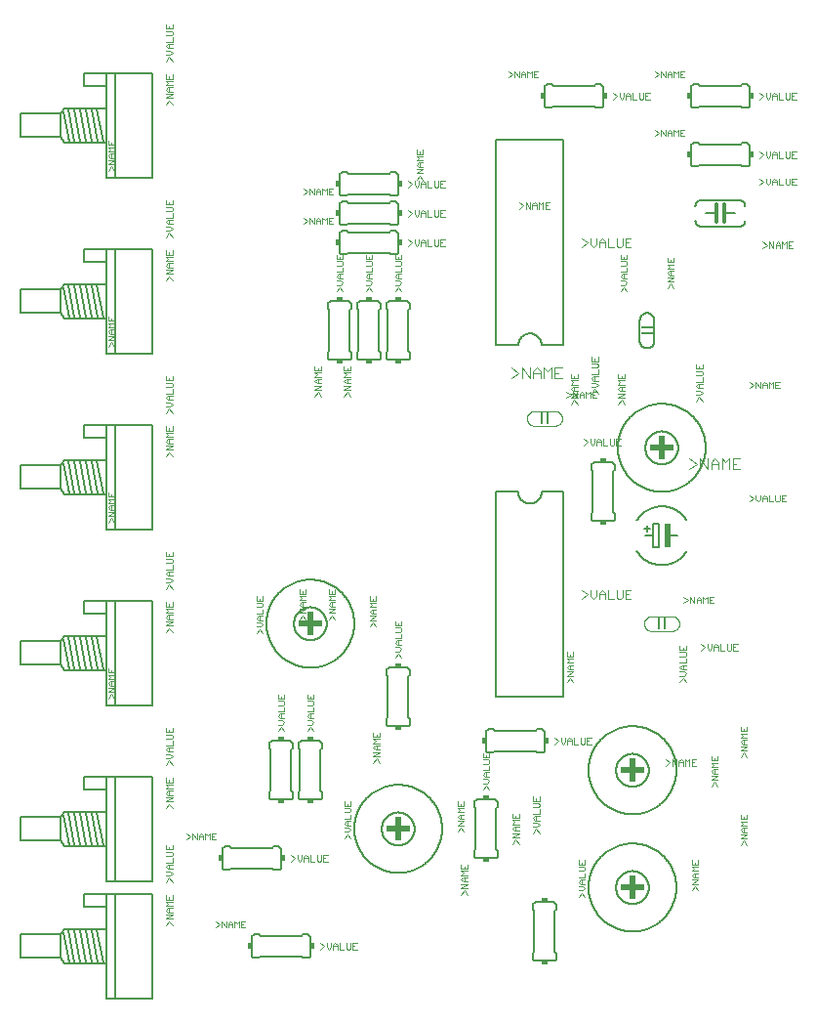
<source format=gto>
G75*
%MOIN*%
%OFA0B0*%
%FSLAX25Y25*%
%IPPOS*%
%LPD*%
%AMOC8*
5,1,8,0,0,1.08239X$1,22.5*
%
%ADD10C,0.00500*%
%ADD11C,0.00200*%
%ADD12R,0.04000X0.01000*%
%ADD13C,0.00300*%
%ADD14R,0.01000X0.04000*%
%ADD15C,0.00600*%
%ADD16R,0.02000X0.08000*%
%ADD17C,0.00400*%
%ADD18R,0.08000X0.02000*%
%ADD19C,0.00800*%
%ADD20R,0.02000X0.01500*%
%ADD21R,0.01500X0.02000*%
%ADD22C,0.01200*%
D10*
X0212837Y0237500D02*
X0212837Y0244500D01*
X0215337Y0247000D02*
X0215435Y0246998D01*
X0215533Y0246992D01*
X0215631Y0246983D01*
X0215728Y0246969D01*
X0215825Y0246952D01*
X0215921Y0246931D01*
X0216016Y0246906D01*
X0216110Y0246878D01*
X0216202Y0246845D01*
X0216294Y0246810D01*
X0216384Y0246770D01*
X0216472Y0246728D01*
X0216559Y0246681D01*
X0216643Y0246632D01*
X0216726Y0246579D01*
X0216806Y0246523D01*
X0216885Y0246463D01*
X0216961Y0246401D01*
X0217034Y0246336D01*
X0217105Y0246268D01*
X0217173Y0246197D01*
X0217238Y0246124D01*
X0217300Y0246048D01*
X0217360Y0245969D01*
X0217416Y0245889D01*
X0217469Y0245806D01*
X0217518Y0245722D01*
X0217565Y0245635D01*
X0217607Y0245547D01*
X0217647Y0245457D01*
X0217682Y0245365D01*
X0217715Y0245273D01*
X0217743Y0245179D01*
X0217768Y0245084D01*
X0217789Y0244988D01*
X0217806Y0244891D01*
X0217820Y0244794D01*
X0217829Y0244696D01*
X0217835Y0244598D01*
X0217837Y0244500D01*
X0217837Y0237500D01*
X0215337Y0235000D02*
X0215239Y0235002D01*
X0215141Y0235008D01*
X0215043Y0235017D01*
X0214946Y0235031D01*
X0214849Y0235048D01*
X0214753Y0235069D01*
X0214658Y0235094D01*
X0214564Y0235122D01*
X0214472Y0235155D01*
X0214380Y0235190D01*
X0214290Y0235230D01*
X0214202Y0235272D01*
X0214115Y0235319D01*
X0214031Y0235368D01*
X0213948Y0235421D01*
X0213868Y0235477D01*
X0213789Y0235537D01*
X0213713Y0235599D01*
X0213640Y0235664D01*
X0213569Y0235732D01*
X0213501Y0235803D01*
X0213436Y0235876D01*
X0213374Y0235952D01*
X0213314Y0236031D01*
X0213258Y0236111D01*
X0213205Y0236194D01*
X0213156Y0236278D01*
X0213109Y0236365D01*
X0213067Y0236453D01*
X0213027Y0236543D01*
X0212992Y0236635D01*
X0212959Y0236727D01*
X0212931Y0236821D01*
X0212906Y0236916D01*
X0212885Y0237012D01*
X0212868Y0237109D01*
X0212854Y0237206D01*
X0212845Y0237304D01*
X0212839Y0237402D01*
X0212837Y0237500D01*
X0215337Y0235000D02*
X0215435Y0235002D01*
X0215533Y0235008D01*
X0215631Y0235017D01*
X0215728Y0235031D01*
X0215825Y0235048D01*
X0215921Y0235069D01*
X0216016Y0235094D01*
X0216110Y0235122D01*
X0216202Y0235155D01*
X0216294Y0235190D01*
X0216384Y0235230D01*
X0216472Y0235272D01*
X0216559Y0235319D01*
X0216643Y0235368D01*
X0216726Y0235421D01*
X0216806Y0235477D01*
X0216885Y0235537D01*
X0216961Y0235599D01*
X0217034Y0235664D01*
X0217105Y0235732D01*
X0217173Y0235803D01*
X0217238Y0235876D01*
X0217300Y0235952D01*
X0217360Y0236031D01*
X0217416Y0236111D01*
X0217469Y0236194D01*
X0217518Y0236278D01*
X0217565Y0236365D01*
X0217607Y0236453D01*
X0217647Y0236543D01*
X0217682Y0236635D01*
X0217715Y0236727D01*
X0217743Y0236821D01*
X0217768Y0236916D01*
X0217789Y0237012D01*
X0217806Y0237109D01*
X0217820Y0237206D01*
X0217829Y0237304D01*
X0217835Y0237402D01*
X0217837Y0237500D01*
X0212837Y0244500D02*
X0212839Y0244598D01*
X0212845Y0244696D01*
X0212854Y0244794D01*
X0212868Y0244891D01*
X0212885Y0244988D01*
X0212906Y0245084D01*
X0212931Y0245179D01*
X0212959Y0245273D01*
X0212992Y0245365D01*
X0213027Y0245457D01*
X0213067Y0245547D01*
X0213109Y0245635D01*
X0213156Y0245722D01*
X0213205Y0245806D01*
X0213258Y0245889D01*
X0213314Y0245969D01*
X0213374Y0246048D01*
X0213436Y0246124D01*
X0213501Y0246197D01*
X0213569Y0246268D01*
X0213640Y0246336D01*
X0213713Y0246401D01*
X0213789Y0246463D01*
X0213868Y0246523D01*
X0213948Y0246579D01*
X0214031Y0246632D01*
X0214115Y0246681D01*
X0214202Y0246728D01*
X0214290Y0246770D01*
X0214380Y0246810D01*
X0214472Y0246845D01*
X0214564Y0246878D01*
X0214658Y0246906D01*
X0214753Y0246931D01*
X0214849Y0246952D01*
X0214946Y0246969D01*
X0215043Y0246983D01*
X0215141Y0246992D01*
X0215239Y0246998D01*
X0215337Y0247000D01*
X0215435Y0246998D01*
X0215533Y0246992D01*
X0215631Y0246983D01*
X0215728Y0246969D01*
X0215825Y0246952D01*
X0215921Y0246931D01*
X0216016Y0246906D01*
X0216110Y0246878D01*
X0216202Y0246845D01*
X0216294Y0246810D01*
X0216384Y0246770D01*
X0216472Y0246728D01*
X0216559Y0246681D01*
X0216643Y0246632D01*
X0216726Y0246579D01*
X0216806Y0246523D01*
X0216885Y0246463D01*
X0216961Y0246401D01*
X0217034Y0246336D01*
X0217105Y0246268D01*
X0217173Y0246197D01*
X0217238Y0246124D01*
X0217300Y0246048D01*
X0217360Y0245969D01*
X0217416Y0245889D01*
X0217469Y0245806D01*
X0217518Y0245722D01*
X0217565Y0245635D01*
X0217607Y0245547D01*
X0217647Y0245457D01*
X0217682Y0245365D01*
X0217715Y0245273D01*
X0217743Y0245179D01*
X0217768Y0245084D01*
X0217789Y0244988D01*
X0217806Y0244891D01*
X0217820Y0244794D01*
X0217829Y0244696D01*
X0217835Y0244598D01*
X0217837Y0244500D01*
D11*
X0222235Y0255464D02*
X0223336Y0256932D01*
X0224437Y0255464D01*
X0224437Y0257674D02*
X0222235Y0257674D01*
X0224437Y0259142D01*
X0222235Y0259142D01*
X0222969Y0259884D02*
X0222235Y0260618D01*
X0222969Y0261352D01*
X0224437Y0261352D01*
X0224437Y0262094D02*
X0222235Y0262094D01*
X0222969Y0262828D01*
X0222235Y0263562D01*
X0224437Y0263562D01*
X0224437Y0264304D02*
X0224437Y0265772D01*
X0223336Y0265038D02*
X0223336Y0264304D01*
X0222235Y0264304D02*
X0224437Y0264304D01*
X0222235Y0264304D02*
X0222235Y0265772D01*
X0223336Y0261352D02*
X0223336Y0259884D01*
X0222969Y0259884D02*
X0224437Y0259884D01*
X0208437Y0260247D02*
X0206969Y0260247D01*
X0206235Y0259513D01*
X0206969Y0258779D01*
X0208437Y0258779D01*
X0207703Y0258037D02*
X0208437Y0257303D01*
X0207703Y0256569D01*
X0206235Y0256569D01*
X0207336Y0255827D02*
X0208437Y0254359D01*
X0207336Y0255827D02*
X0206235Y0254359D01*
X0206235Y0258037D02*
X0207703Y0258037D01*
X0207336Y0258779D02*
X0207336Y0260247D01*
X0206235Y0260989D02*
X0208437Y0260989D01*
X0208437Y0262457D01*
X0208070Y0263199D02*
X0208437Y0263566D01*
X0208437Y0264300D01*
X0208070Y0264667D01*
X0206235Y0264667D01*
X0206235Y0265409D02*
X0208437Y0265409D01*
X0208437Y0266876D01*
X0207336Y0266143D02*
X0207336Y0265409D01*
X0206235Y0265409D02*
X0206235Y0266876D01*
X0206235Y0263199D02*
X0208070Y0263199D01*
X0182022Y0282500D02*
X0180554Y0282500D01*
X0180554Y0284702D01*
X0182022Y0284702D01*
X0181288Y0283601D02*
X0180554Y0283601D01*
X0179812Y0284702D02*
X0179812Y0282500D01*
X0178344Y0282500D02*
X0178344Y0284702D01*
X0179078Y0283968D01*
X0179812Y0284702D01*
X0177603Y0283968D02*
X0177603Y0282500D01*
X0177603Y0283601D02*
X0176135Y0283601D01*
X0176135Y0283968D02*
X0176135Y0282500D01*
X0175393Y0282500D02*
X0175393Y0284702D01*
X0176135Y0283968D02*
X0176869Y0284702D01*
X0177603Y0283968D01*
X0175393Y0282500D02*
X0173925Y0284702D01*
X0173925Y0282500D01*
X0173183Y0283601D02*
X0171715Y0282500D01*
X0173183Y0283601D02*
X0171715Y0284702D01*
X0146213Y0282102D02*
X0144746Y0282102D01*
X0144746Y0279900D01*
X0146213Y0279900D01*
X0145480Y0281001D02*
X0144746Y0281001D01*
X0144004Y0280267D02*
X0144004Y0282102D01*
X0142536Y0282102D02*
X0142536Y0280267D01*
X0142903Y0279900D01*
X0143637Y0279900D01*
X0144004Y0280267D01*
X0141794Y0279900D02*
X0140326Y0279900D01*
X0140326Y0282102D01*
X0139584Y0281368D02*
X0139584Y0279900D01*
X0139584Y0281001D02*
X0138116Y0281001D01*
X0138116Y0281368D02*
X0138850Y0282102D01*
X0139584Y0281368D01*
X0138116Y0281368D02*
X0138116Y0279900D01*
X0137374Y0280634D02*
X0137374Y0282102D01*
X0135906Y0282102D02*
X0135906Y0280634D01*
X0136640Y0279900D01*
X0137374Y0280634D01*
X0135164Y0281001D02*
X0133696Y0279900D01*
X0135164Y0281001D02*
X0133696Y0282102D01*
X0133696Y0289900D02*
X0135164Y0291001D01*
X0133696Y0292102D01*
X0135906Y0292102D02*
X0135906Y0290634D01*
X0136640Y0289900D01*
X0137374Y0290634D01*
X0137374Y0292102D01*
X0136635Y0292378D02*
X0137736Y0293846D01*
X0138837Y0292378D01*
X0138850Y0292102D02*
X0139584Y0291368D01*
X0139584Y0289900D01*
X0140326Y0289900D02*
X0141794Y0289900D01*
X0142536Y0290267D02*
X0142903Y0289900D01*
X0143637Y0289900D01*
X0144004Y0290267D01*
X0144004Y0292102D01*
X0144746Y0292102D02*
X0144746Y0289900D01*
X0146213Y0289900D01*
X0145480Y0291001D02*
X0144746Y0291001D01*
X0144746Y0292102D02*
X0146213Y0292102D01*
X0142536Y0292102D02*
X0142536Y0290267D01*
X0140326Y0289900D02*
X0140326Y0292102D01*
X0139584Y0291001D02*
X0138116Y0291001D01*
X0138116Y0291368D02*
X0138850Y0292102D01*
X0138116Y0291368D02*
X0138116Y0289900D01*
X0138837Y0294588D02*
X0136635Y0294588D01*
X0138837Y0296056D01*
X0136635Y0296056D01*
X0137369Y0296798D02*
X0136635Y0297532D01*
X0137369Y0298266D01*
X0138837Y0298266D01*
X0138837Y0299007D02*
X0136635Y0299007D01*
X0137369Y0299741D01*
X0136635Y0300475D01*
X0138837Y0300475D01*
X0138837Y0301217D02*
X0136635Y0301217D01*
X0136635Y0302685D01*
X0137736Y0301951D02*
X0137736Y0301217D01*
X0138837Y0301217D02*
X0138837Y0302685D01*
X0137736Y0298266D02*
X0137736Y0296798D01*
X0137369Y0296798D02*
X0138837Y0296798D01*
X0138850Y0272102D02*
X0139584Y0271368D01*
X0139584Y0269900D01*
X0140326Y0269900D02*
X0141794Y0269900D01*
X0142536Y0270267D02*
X0142903Y0269900D01*
X0143637Y0269900D01*
X0144004Y0270267D01*
X0144004Y0272102D01*
X0144746Y0272102D02*
X0144746Y0269900D01*
X0146213Y0269900D01*
X0145480Y0271001D02*
X0144746Y0271001D01*
X0144746Y0272102D02*
X0146213Y0272102D01*
X0142536Y0272102D02*
X0142536Y0270267D01*
X0140326Y0269900D02*
X0140326Y0272102D01*
X0139584Y0271001D02*
X0138116Y0271001D01*
X0138116Y0271368D02*
X0138850Y0272102D01*
X0138116Y0271368D02*
X0138116Y0269900D01*
X0137374Y0270634D02*
X0137374Y0272102D01*
X0135906Y0272102D02*
X0135906Y0270634D01*
X0136640Y0269900D01*
X0137374Y0270634D01*
X0135164Y0271001D02*
X0133696Y0269900D01*
X0135164Y0271001D02*
X0133696Y0272102D01*
X0131437Y0266876D02*
X0131437Y0265409D01*
X0129235Y0265409D01*
X0129235Y0266876D01*
X0130336Y0266143D02*
X0130336Y0265409D01*
X0131070Y0264667D02*
X0129235Y0264667D01*
X0129235Y0263199D02*
X0131070Y0263199D01*
X0131437Y0263566D01*
X0131437Y0264300D01*
X0131070Y0264667D01*
X0131437Y0262457D02*
X0131437Y0260989D01*
X0129235Y0260989D01*
X0129969Y0260247D02*
X0129235Y0259513D01*
X0129969Y0258779D01*
X0131437Y0258779D01*
X0130703Y0258037D02*
X0129235Y0258037D01*
X0130336Y0258779D02*
X0130336Y0260247D01*
X0129969Y0260247D02*
X0131437Y0260247D01*
X0130703Y0258037D02*
X0131437Y0257303D01*
X0130703Y0256569D01*
X0129235Y0256569D01*
X0130336Y0255827D02*
X0129235Y0254359D01*
X0130336Y0255827D02*
X0131437Y0254359D01*
X0121437Y0254359D02*
X0120336Y0255827D01*
X0119235Y0254359D01*
X0119235Y0256569D02*
X0120703Y0256569D01*
X0121437Y0257303D01*
X0120703Y0258037D01*
X0119235Y0258037D01*
X0119969Y0258779D02*
X0119235Y0259513D01*
X0119969Y0260247D01*
X0121437Y0260247D01*
X0121437Y0260989D02*
X0121437Y0262457D01*
X0121070Y0263199D02*
X0121437Y0263566D01*
X0121437Y0264300D01*
X0121070Y0264667D01*
X0119235Y0264667D01*
X0119235Y0265409D02*
X0121437Y0265409D01*
X0121437Y0266876D01*
X0120336Y0266143D02*
X0120336Y0265409D01*
X0119235Y0265409D02*
X0119235Y0266876D01*
X0119235Y0263199D02*
X0121070Y0263199D01*
X0121437Y0260989D02*
X0119235Y0260989D01*
X0120336Y0260247D02*
X0120336Y0258779D01*
X0119969Y0258779D02*
X0121437Y0258779D01*
X0111437Y0258779D02*
X0109969Y0258779D01*
X0109235Y0259513D01*
X0109969Y0260247D01*
X0111437Y0260247D01*
X0111437Y0260989D02*
X0111437Y0262457D01*
X0111070Y0263199D02*
X0111437Y0263566D01*
X0111437Y0264300D01*
X0111070Y0264667D01*
X0109235Y0264667D01*
X0109235Y0265409D02*
X0111437Y0265409D01*
X0111437Y0266876D01*
X0110336Y0266143D02*
X0110336Y0265409D01*
X0109235Y0265409D02*
X0109235Y0266876D01*
X0109235Y0263199D02*
X0111070Y0263199D01*
X0111437Y0260989D02*
X0109235Y0260989D01*
X0110336Y0260247D02*
X0110336Y0258779D01*
X0110703Y0258037D02*
X0109235Y0258037D01*
X0109235Y0256569D02*
X0110703Y0256569D01*
X0111437Y0257303D01*
X0110703Y0258037D01*
X0110336Y0255827D02*
X0109235Y0254359D01*
X0110336Y0255827D02*
X0111437Y0254359D01*
X0108195Y0277300D02*
X0106727Y0277300D01*
X0106727Y0279502D01*
X0108195Y0279502D01*
X0107461Y0278401D02*
X0106727Y0278401D01*
X0105985Y0279502D02*
X0105985Y0277300D01*
X0104517Y0277300D02*
X0104517Y0279502D01*
X0105251Y0278768D01*
X0105985Y0279502D01*
X0103775Y0278768D02*
X0103775Y0277300D01*
X0103775Y0278401D02*
X0102307Y0278401D01*
X0102307Y0278768D02*
X0103041Y0279502D01*
X0103775Y0278768D01*
X0102307Y0278768D02*
X0102307Y0277300D01*
X0101565Y0277300D02*
X0101565Y0279502D01*
X0100097Y0279502D02*
X0101565Y0277300D01*
X0100097Y0277300D02*
X0100097Y0279502D01*
X0099355Y0278401D02*
X0097887Y0277300D01*
X0099355Y0278401D02*
X0097887Y0279502D01*
X0097887Y0287300D02*
X0099355Y0288401D01*
X0097887Y0289502D01*
X0100097Y0289502D02*
X0101565Y0287300D01*
X0101565Y0289502D01*
X0102307Y0288768D02*
X0103041Y0289502D01*
X0103775Y0288768D01*
X0103775Y0287300D01*
X0104517Y0287300D02*
X0104517Y0289502D01*
X0105251Y0288768D01*
X0105985Y0289502D01*
X0105985Y0287300D01*
X0106727Y0287300D02*
X0108195Y0287300D01*
X0107461Y0288401D02*
X0106727Y0288401D01*
X0106727Y0289502D02*
X0106727Y0287300D01*
X0106727Y0289502D02*
X0108195Y0289502D01*
X0103775Y0288401D02*
X0102307Y0288401D01*
X0102307Y0288768D02*
X0102307Y0287300D01*
X0100097Y0287300D02*
X0100097Y0289502D01*
X0053237Y0285395D02*
X0053237Y0283927D01*
X0051035Y0283927D01*
X0051035Y0285395D01*
X0052136Y0284661D02*
X0052136Y0283927D01*
X0052870Y0283185D02*
X0051035Y0283185D01*
X0051035Y0281717D02*
X0052870Y0281717D01*
X0053237Y0282084D01*
X0053237Y0282818D01*
X0052870Y0283185D01*
X0053237Y0280975D02*
X0053237Y0279507D01*
X0051035Y0279507D01*
X0051769Y0278766D02*
X0053237Y0278766D01*
X0052136Y0278766D02*
X0052136Y0277298D01*
X0051769Y0277298D02*
X0051035Y0278032D01*
X0051769Y0278766D01*
X0051769Y0277298D02*
X0053237Y0277298D01*
X0052503Y0276556D02*
X0051035Y0276556D01*
X0052503Y0276556D02*
X0053237Y0275822D01*
X0052503Y0275088D01*
X0051035Y0275088D01*
X0052136Y0274346D02*
X0053237Y0272878D01*
X0052136Y0274346D02*
X0051035Y0272878D01*
X0051035Y0268358D02*
X0051035Y0266890D01*
X0053237Y0266890D01*
X0053237Y0268358D01*
X0052136Y0267624D02*
X0052136Y0266890D01*
X0051035Y0266148D02*
X0053237Y0266148D01*
X0053237Y0264680D02*
X0051035Y0264680D01*
X0051769Y0265414D01*
X0051035Y0266148D01*
X0051769Y0263938D02*
X0053237Y0263938D01*
X0052136Y0263938D02*
X0052136Y0262470D01*
X0051769Y0262470D02*
X0051035Y0263204D01*
X0051769Y0263938D01*
X0051769Y0262470D02*
X0053237Y0262470D01*
X0053237Y0261728D02*
X0051035Y0261728D01*
X0051035Y0260260D02*
X0053237Y0261728D01*
X0053237Y0260260D02*
X0051035Y0260260D01*
X0052136Y0259518D02*
X0053237Y0258050D01*
X0052136Y0259518D02*
X0051035Y0258050D01*
X0033467Y0245772D02*
X0033467Y0244304D01*
X0031265Y0244304D01*
X0031265Y0245772D01*
X0032366Y0245038D02*
X0032366Y0244304D01*
X0031265Y0243562D02*
X0033467Y0243562D01*
X0033467Y0242094D02*
X0031265Y0242094D01*
X0031999Y0242828D01*
X0031265Y0243562D01*
X0031999Y0241352D02*
X0033467Y0241352D01*
X0032366Y0241352D02*
X0032366Y0239884D01*
X0031999Y0239884D02*
X0031265Y0240618D01*
X0031999Y0241352D01*
X0031999Y0239884D02*
X0033467Y0239884D01*
X0033467Y0239142D02*
X0031265Y0239142D01*
X0031265Y0237674D02*
X0033467Y0239142D01*
X0033467Y0237674D02*
X0031265Y0237674D01*
X0032366Y0236932D02*
X0033467Y0235464D01*
X0032366Y0236932D02*
X0031265Y0235464D01*
X0051035Y0225395D02*
X0051035Y0223927D01*
X0053237Y0223927D01*
X0053237Y0225395D01*
X0052136Y0224661D02*
X0052136Y0223927D01*
X0052870Y0223185D02*
X0051035Y0223185D01*
X0051035Y0221717D02*
X0052870Y0221717D01*
X0053237Y0222084D01*
X0053237Y0222818D01*
X0052870Y0223185D01*
X0053237Y0220975D02*
X0053237Y0219507D01*
X0051035Y0219507D01*
X0051769Y0218766D02*
X0053237Y0218766D01*
X0052136Y0218766D02*
X0052136Y0217298D01*
X0051769Y0217298D02*
X0051035Y0218032D01*
X0051769Y0218766D01*
X0051769Y0217298D02*
X0053237Y0217298D01*
X0052503Y0216556D02*
X0051035Y0216556D01*
X0052503Y0216556D02*
X0053237Y0215822D01*
X0052503Y0215088D01*
X0051035Y0215088D01*
X0052136Y0214346D02*
X0053237Y0212878D01*
X0052136Y0214346D02*
X0051035Y0212878D01*
X0051035Y0208358D02*
X0051035Y0206890D01*
X0053237Y0206890D01*
X0053237Y0208358D01*
X0052136Y0207624D02*
X0052136Y0206890D01*
X0051035Y0206148D02*
X0053237Y0206148D01*
X0053237Y0204680D02*
X0051035Y0204680D01*
X0051769Y0205414D01*
X0051035Y0206148D01*
X0051769Y0203938D02*
X0053237Y0203938D01*
X0052136Y0203938D02*
X0052136Y0202470D01*
X0051769Y0202470D02*
X0051035Y0203204D01*
X0051769Y0203938D01*
X0051769Y0202470D02*
X0053237Y0202470D01*
X0053237Y0201728D02*
X0051035Y0201728D01*
X0051035Y0200260D02*
X0053237Y0201728D01*
X0053237Y0200260D02*
X0051035Y0200260D01*
X0052136Y0199518D02*
X0053237Y0198050D01*
X0052136Y0199518D02*
X0051035Y0198050D01*
X0033467Y0185772D02*
X0033467Y0184304D01*
X0031265Y0184304D01*
X0031265Y0185772D01*
X0032366Y0185038D02*
X0032366Y0184304D01*
X0031265Y0183562D02*
X0033467Y0183562D01*
X0033467Y0182094D02*
X0031265Y0182094D01*
X0031999Y0182828D01*
X0031265Y0183562D01*
X0031999Y0181352D02*
X0033467Y0181352D01*
X0032366Y0181352D02*
X0032366Y0179884D01*
X0031999Y0179884D02*
X0031265Y0180618D01*
X0031999Y0181352D01*
X0031999Y0179884D02*
X0033467Y0179884D01*
X0033467Y0179142D02*
X0031265Y0179142D01*
X0031265Y0177674D02*
X0033467Y0179142D01*
X0033467Y0177674D02*
X0031265Y0177674D01*
X0032366Y0176932D02*
X0033467Y0175464D01*
X0032366Y0176932D02*
X0031265Y0175464D01*
X0051035Y0165395D02*
X0051035Y0163927D01*
X0053237Y0163927D01*
X0053237Y0165395D01*
X0052136Y0164661D02*
X0052136Y0163927D01*
X0052870Y0163185D02*
X0051035Y0163185D01*
X0051035Y0161717D02*
X0052870Y0161717D01*
X0053237Y0162084D01*
X0053237Y0162818D01*
X0052870Y0163185D01*
X0053237Y0160975D02*
X0053237Y0159507D01*
X0051035Y0159507D01*
X0051769Y0158766D02*
X0053237Y0158766D01*
X0052136Y0158766D02*
X0052136Y0157298D01*
X0051769Y0157298D02*
X0051035Y0158032D01*
X0051769Y0158766D01*
X0051769Y0157298D02*
X0053237Y0157298D01*
X0052503Y0156556D02*
X0051035Y0156556D01*
X0052503Y0156556D02*
X0053237Y0155822D01*
X0052503Y0155088D01*
X0051035Y0155088D01*
X0052136Y0154346D02*
X0053237Y0152878D01*
X0052136Y0154346D02*
X0051035Y0152878D01*
X0051035Y0148358D02*
X0051035Y0146890D01*
X0053237Y0146890D01*
X0053237Y0148358D01*
X0052136Y0147624D02*
X0052136Y0146890D01*
X0051035Y0146148D02*
X0053237Y0146148D01*
X0053237Y0144680D02*
X0051035Y0144680D01*
X0051769Y0145414D01*
X0051035Y0146148D01*
X0051769Y0143938D02*
X0053237Y0143938D01*
X0052136Y0143938D02*
X0052136Y0142470D01*
X0051769Y0142470D02*
X0051035Y0143204D01*
X0051769Y0143938D01*
X0051769Y0142470D02*
X0053237Y0142470D01*
X0053237Y0141728D02*
X0051035Y0141728D01*
X0051035Y0140260D02*
X0053237Y0141728D01*
X0053237Y0140260D02*
X0051035Y0140260D01*
X0052136Y0139518D02*
X0053237Y0138050D01*
X0052136Y0139518D02*
X0051035Y0138050D01*
X0033467Y0125772D02*
X0033467Y0124304D01*
X0031265Y0124304D01*
X0031265Y0125772D01*
X0032366Y0125038D02*
X0032366Y0124304D01*
X0031265Y0123562D02*
X0033467Y0123562D01*
X0033467Y0122094D02*
X0031265Y0122094D01*
X0031999Y0122828D01*
X0031265Y0123562D01*
X0031999Y0121352D02*
X0033467Y0121352D01*
X0032366Y0121352D02*
X0032366Y0119884D01*
X0031999Y0119884D02*
X0031265Y0120618D01*
X0031999Y0121352D01*
X0031999Y0119884D02*
X0033467Y0119884D01*
X0033467Y0119142D02*
X0031265Y0119142D01*
X0031265Y0117674D02*
X0033467Y0119142D01*
X0033467Y0117674D02*
X0031265Y0117674D01*
X0032366Y0116932D02*
X0033467Y0115464D01*
X0032366Y0116932D02*
X0031265Y0115464D01*
X0051035Y0105395D02*
X0051035Y0103927D01*
X0053237Y0103927D01*
X0053237Y0105395D01*
X0052136Y0104661D02*
X0052136Y0103927D01*
X0052870Y0103185D02*
X0051035Y0103185D01*
X0051035Y0101717D02*
X0052870Y0101717D01*
X0053237Y0102084D01*
X0053237Y0102818D01*
X0052870Y0103185D01*
X0053237Y0100975D02*
X0053237Y0099507D01*
X0051035Y0099507D01*
X0051769Y0098766D02*
X0053237Y0098766D01*
X0052136Y0098766D02*
X0052136Y0097298D01*
X0051769Y0097298D02*
X0051035Y0098032D01*
X0051769Y0098766D01*
X0051769Y0097298D02*
X0053237Y0097298D01*
X0052503Y0096556D02*
X0051035Y0096556D01*
X0052503Y0096556D02*
X0053237Y0095822D01*
X0052503Y0095088D01*
X0051035Y0095088D01*
X0052136Y0094346D02*
X0053237Y0092878D01*
X0052136Y0094346D02*
X0051035Y0092878D01*
X0051035Y0088358D02*
X0051035Y0086890D01*
X0053237Y0086890D01*
X0053237Y0088358D01*
X0052136Y0087624D02*
X0052136Y0086890D01*
X0051035Y0086148D02*
X0053237Y0086148D01*
X0053237Y0084680D02*
X0051035Y0084680D01*
X0051769Y0085414D01*
X0051035Y0086148D01*
X0051769Y0083938D02*
X0053237Y0083938D01*
X0052136Y0083938D02*
X0052136Y0082470D01*
X0051769Y0082470D02*
X0051035Y0083204D01*
X0051769Y0083938D01*
X0051769Y0082470D02*
X0053237Y0082470D01*
X0053237Y0081728D02*
X0051035Y0081728D01*
X0051035Y0080260D02*
X0053237Y0081728D01*
X0053237Y0080260D02*
X0051035Y0080260D01*
X0052136Y0079518D02*
X0053237Y0078050D01*
X0052136Y0079518D02*
X0051035Y0078050D01*
X0057887Y0069502D02*
X0059355Y0068401D01*
X0057887Y0067300D01*
X0060097Y0067300D02*
X0060097Y0069502D01*
X0061565Y0067300D01*
X0061565Y0069502D01*
X0062307Y0068768D02*
X0062307Y0067300D01*
X0062307Y0068401D02*
X0063775Y0068401D01*
X0063775Y0068768D02*
X0063775Y0067300D01*
X0064517Y0067300D02*
X0064517Y0069502D01*
X0065251Y0068768D01*
X0065985Y0069502D01*
X0065985Y0067300D01*
X0066727Y0067300D02*
X0068195Y0067300D01*
X0067461Y0068401D02*
X0066727Y0068401D01*
X0066727Y0069502D02*
X0066727Y0067300D01*
X0066727Y0069502D02*
X0068195Y0069502D01*
X0063775Y0068768D02*
X0063041Y0069502D01*
X0062307Y0068768D01*
X0053237Y0065395D02*
X0053237Y0063927D01*
X0051035Y0063927D01*
X0051035Y0065395D01*
X0052136Y0064661D02*
X0052136Y0063927D01*
X0052870Y0063185D02*
X0051035Y0063185D01*
X0051035Y0061717D02*
X0052870Y0061717D01*
X0053237Y0062084D01*
X0053237Y0062818D01*
X0052870Y0063185D01*
X0053237Y0060975D02*
X0053237Y0059507D01*
X0051035Y0059507D01*
X0051769Y0058766D02*
X0053237Y0058766D01*
X0052136Y0058766D02*
X0052136Y0057298D01*
X0051769Y0057298D02*
X0051035Y0058032D01*
X0051769Y0058766D01*
X0051769Y0057298D02*
X0053237Y0057298D01*
X0052503Y0056556D02*
X0051035Y0056556D01*
X0052503Y0056556D02*
X0053237Y0055822D01*
X0052503Y0055088D01*
X0051035Y0055088D01*
X0052136Y0054346D02*
X0053237Y0052878D01*
X0052136Y0054346D02*
X0051035Y0052878D01*
X0051035Y0048358D02*
X0051035Y0046890D01*
X0053237Y0046890D01*
X0053237Y0048358D01*
X0052136Y0047624D02*
X0052136Y0046890D01*
X0051035Y0046148D02*
X0053237Y0046148D01*
X0053237Y0044680D02*
X0051035Y0044680D01*
X0051769Y0045414D01*
X0051035Y0046148D01*
X0051769Y0043938D02*
X0053237Y0043938D01*
X0052136Y0043938D02*
X0052136Y0042470D01*
X0051769Y0042470D02*
X0051035Y0043204D01*
X0051769Y0043938D01*
X0051769Y0042470D02*
X0053237Y0042470D01*
X0053237Y0041728D02*
X0051035Y0041728D01*
X0051035Y0040260D02*
X0053237Y0041728D01*
X0053237Y0040260D02*
X0051035Y0040260D01*
X0052136Y0039518D02*
X0053237Y0038050D01*
X0052136Y0039518D02*
X0051035Y0038050D01*
X0067887Y0037300D02*
X0069355Y0038401D01*
X0067887Y0039502D01*
X0070097Y0039502D02*
X0071565Y0037300D01*
X0071565Y0039502D01*
X0072307Y0038768D02*
X0073041Y0039502D01*
X0073775Y0038768D01*
X0073775Y0037300D01*
X0074517Y0037300D02*
X0074517Y0039502D01*
X0075251Y0038768D01*
X0075985Y0039502D01*
X0075985Y0037300D01*
X0076727Y0037300D02*
X0078195Y0037300D01*
X0077461Y0038401D02*
X0076727Y0038401D01*
X0076727Y0039502D02*
X0076727Y0037300D01*
X0076727Y0039502D02*
X0078195Y0039502D01*
X0073775Y0038401D02*
X0072307Y0038401D01*
X0072307Y0038768D02*
X0072307Y0037300D01*
X0070097Y0037300D02*
X0070097Y0039502D01*
X0093696Y0059900D02*
X0095164Y0061001D01*
X0093696Y0062102D01*
X0095906Y0062102D02*
X0095906Y0060634D01*
X0096640Y0059900D01*
X0097374Y0060634D01*
X0097374Y0062102D01*
X0098116Y0061368D02*
X0098850Y0062102D01*
X0099584Y0061368D01*
X0099584Y0059900D01*
X0100326Y0059900D02*
X0101794Y0059900D01*
X0102536Y0060267D02*
X0102903Y0059900D01*
X0103637Y0059900D01*
X0104004Y0060267D01*
X0104004Y0062102D01*
X0104746Y0062102D02*
X0104746Y0059900D01*
X0106213Y0059900D01*
X0105480Y0061001D02*
X0104746Y0061001D01*
X0104746Y0062102D02*
X0106213Y0062102D01*
X0102536Y0062102D02*
X0102536Y0060267D01*
X0100326Y0059900D02*
X0100326Y0062102D01*
X0099584Y0061001D02*
X0098116Y0061001D01*
X0098116Y0061368D02*
X0098116Y0059900D01*
X0111968Y0067742D02*
X0113069Y0069210D01*
X0114170Y0067742D01*
X0113436Y0069952D02*
X0111968Y0069952D01*
X0111968Y0071420D02*
X0113436Y0071420D01*
X0114170Y0070686D01*
X0113436Y0069952D01*
X0113069Y0072162D02*
X0113069Y0073630D01*
X0112702Y0073630D02*
X0114170Y0073630D01*
X0114170Y0074372D02*
X0114170Y0075840D01*
X0113803Y0076582D02*
X0114170Y0076949D01*
X0114170Y0077683D01*
X0113803Y0078050D01*
X0111968Y0078050D01*
X0111968Y0078791D02*
X0114170Y0078791D01*
X0114170Y0080259D01*
X0113069Y0079525D02*
X0113069Y0078791D01*
X0111968Y0078791D02*
X0111968Y0080259D01*
X0111968Y0076582D02*
X0113803Y0076582D01*
X0114170Y0074372D02*
X0111968Y0074372D01*
X0112702Y0073630D02*
X0111968Y0072896D01*
X0112702Y0072162D01*
X0114170Y0072162D01*
X0121835Y0093550D02*
X0122936Y0095018D01*
X0124037Y0093550D01*
X0124037Y0095760D02*
X0121835Y0095760D01*
X0124037Y0097228D01*
X0121835Y0097228D01*
X0122569Y0097970D02*
X0121835Y0098704D01*
X0122569Y0099438D01*
X0124037Y0099438D01*
X0124037Y0100180D02*
X0121835Y0100180D01*
X0122569Y0100914D01*
X0121835Y0101648D01*
X0124037Y0101648D01*
X0124037Y0102390D02*
X0124037Y0103858D01*
X0122936Y0103124D02*
X0122936Y0102390D01*
X0121835Y0102390D02*
X0124037Y0102390D01*
X0121835Y0102390D02*
X0121835Y0103858D01*
X0122936Y0099438D02*
X0122936Y0097970D01*
X0122569Y0097970D02*
X0124037Y0097970D01*
X0101437Y0104359D02*
X0100336Y0105827D01*
X0099235Y0104359D01*
X0099235Y0106569D02*
X0100703Y0106569D01*
X0101437Y0107303D01*
X0100703Y0108037D01*
X0099235Y0108037D01*
X0099969Y0108779D02*
X0099235Y0109513D01*
X0099969Y0110247D01*
X0101437Y0110247D01*
X0101437Y0110989D02*
X0101437Y0112457D01*
X0101070Y0113199D02*
X0101437Y0113566D01*
X0101437Y0114300D01*
X0101070Y0114667D01*
X0099235Y0114667D01*
X0099235Y0115409D02*
X0101437Y0115409D01*
X0101437Y0116876D01*
X0100336Y0116143D02*
X0100336Y0115409D01*
X0099235Y0115409D02*
X0099235Y0116876D01*
X0099235Y0113199D02*
X0101070Y0113199D01*
X0101437Y0110989D02*
X0099235Y0110989D01*
X0100336Y0110247D02*
X0100336Y0108779D01*
X0099969Y0108779D02*
X0101437Y0108779D01*
X0091437Y0108779D02*
X0089969Y0108779D01*
X0089235Y0109513D01*
X0089969Y0110247D01*
X0091437Y0110247D01*
X0091437Y0110989D02*
X0091437Y0112457D01*
X0091070Y0113199D02*
X0089235Y0113199D01*
X0089235Y0114667D02*
X0091070Y0114667D01*
X0091437Y0114300D01*
X0091437Y0113566D01*
X0091070Y0113199D01*
X0091437Y0115409D02*
X0091437Y0116876D01*
X0090336Y0116143D02*
X0090336Y0115409D01*
X0089235Y0115409D02*
X0091437Y0115409D01*
X0089235Y0115409D02*
X0089235Y0116876D01*
X0089235Y0110989D02*
X0091437Y0110989D01*
X0090336Y0110247D02*
X0090336Y0108779D01*
X0090703Y0108037D02*
X0089235Y0108037D01*
X0089235Y0106569D02*
X0090703Y0106569D01*
X0091437Y0107303D01*
X0090703Y0108037D01*
X0090336Y0105827D02*
X0089235Y0104359D01*
X0090336Y0105827D02*
X0091437Y0104359D01*
X0084170Y0137742D02*
X0083069Y0139210D01*
X0081968Y0137742D01*
X0081968Y0139952D02*
X0083436Y0139952D01*
X0084170Y0140686D01*
X0083436Y0141420D01*
X0081968Y0141420D01*
X0082702Y0142162D02*
X0081968Y0142896D01*
X0082702Y0143630D01*
X0084170Y0143630D01*
X0084170Y0144372D02*
X0084170Y0145840D01*
X0083803Y0146582D02*
X0084170Y0146949D01*
X0084170Y0147683D01*
X0083803Y0148050D01*
X0081968Y0148050D01*
X0081968Y0148791D02*
X0084170Y0148791D01*
X0084170Y0150259D01*
X0083069Y0149525D02*
X0083069Y0148791D01*
X0081968Y0148791D02*
X0081968Y0150259D01*
X0081968Y0146582D02*
X0083803Y0146582D01*
X0084170Y0144372D02*
X0081968Y0144372D01*
X0083069Y0143630D02*
X0083069Y0142162D01*
X0082702Y0142162D02*
X0084170Y0142162D01*
X0096635Y0142378D02*
X0097736Y0143846D01*
X0098837Y0142378D01*
X0098837Y0144588D02*
X0096635Y0144588D01*
X0098837Y0146056D01*
X0096635Y0146056D01*
X0097369Y0146798D02*
X0096635Y0147532D01*
X0097369Y0148266D01*
X0098837Y0148266D01*
X0098837Y0149007D02*
X0096635Y0149007D01*
X0097369Y0149741D01*
X0096635Y0150475D01*
X0098837Y0150475D01*
X0098837Y0151217D02*
X0096635Y0151217D01*
X0096635Y0152685D01*
X0097736Y0151951D02*
X0097736Y0151217D01*
X0098837Y0151217D02*
X0098837Y0152685D01*
X0097736Y0148266D02*
X0097736Y0146798D01*
X0097369Y0146798D02*
X0098837Y0146798D01*
X0106635Y0147532D02*
X0107369Y0148266D01*
X0108837Y0148266D01*
X0108837Y0149007D02*
X0106635Y0149007D01*
X0107369Y0149741D01*
X0106635Y0150475D01*
X0108837Y0150475D01*
X0108837Y0151217D02*
X0106635Y0151217D01*
X0106635Y0152685D01*
X0107736Y0151951D02*
X0107736Y0151217D01*
X0108837Y0151217D02*
X0108837Y0152685D01*
X0107736Y0148266D02*
X0107736Y0146798D01*
X0107369Y0146798D02*
X0106635Y0147532D01*
X0107369Y0146798D02*
X0108837Y0146798D01*
X0108837Y0146056D02*
X0106635Y0146056D01*
X0106635Y0144588D02*
X0108837Y0146056D01*
X0108837Y0144588D02*
X0106635Y0144588D01*
X0107736Y0143846D02*
X0106635Y0142378D01*
X0107736Y0143846D02*
X0108837Y0142378D01*
X0120590Y0142162D02*
X0122792Y0143630D01*
X0120590Y0143630D01*
X0121324Y0144372D02*
X0120590Y0145106D01*
X0121324Y0145840D01*
X0122792Y0145840D01*
X0122792Y0146582D02*
X0120590Y0146582D01*
X0121324Y0147316D01*
X0120590Y0148050D01*
X0122792Y0148050D01*
X0122792Y0148791D02*
X0122792Y0150259D01*
X0121691Y0149525D02*
X0121691Y0148791D01*
X0120590Y0148791D02*
X0122792Y0148791D01*
X0120590Y0148791D02*
X0120590Y0150259D01*
X0121691Y0145840D02*
X0121691Y0144372D01*
X0121324Y0144372D02*
X0122792Y0144372D01*
X0122792Y0142162D02*
X0120590Y0142162D01*
X0121691Y0141420D02*
X0120590Y0139952D01*
X0121691Y0141420D02*
X0122792Y0139952D01*
X0129235Y0139667D02*
X0131070Y0139667D01*
X0131437Y0139300D01*
X0131437Y0138566D01*
X0131070Y0138199D01*
X0129235Y0138199D01*
X0129235Y0140409D02*
X0131437Y0140409D01*
X0131437Y0141876D01*
X0130336Y0141143D02*
X0130336Y0140409D01*
X0129235Y0140409D02*
X0129235Y0141876D01*
X0131437Y0137457D02*
X0131437Y0135989D01*
X0129235Y0135989D01*
X0129969Y0135247D02*
X0129235Y0134513D01*
X0129969Y0133779D01*
X0131437Y0133779D01*
X0130703Y0133037D02*
X0129235Y0133037D01*
X0130336Y0133779D02*
X0130336Y0135247D01*
X0129969Y0135247D02*
X0131437Y0135247D01*
X0130703Y0133037D02*
X0131437Y0132303D01*
X0130703Y0131569D01*
X0129235Y0131569D01*
X0130336Y0130827D02*
X0129235Y0129359D01*
X0130336Y0130827D02*
X0131437Y0129359D01*
X0159235Y0096876D02*
X0159235Y0095409D01*
X0161437Y0095409D01*
X0161437Y0096876D01*
X0160336Y0096143D02*
X0160336Y0095409D01*
X0161070Y0094667D02*
X0159235Y0094667D01*
X0159235Y0093199D02*
X0161070Y0093199D01*
X0161437Y0093566D01*
X0161437Y0094300D01*
X0161070Y0094667D01*
X0161437Y0092457D02*
X0161437Y0090989D01*
X0159235Y0090989D01*
X0159969Y0090247D02*
X0161437Y0090247D01*
X0160336Y0090247D02*
X0160336Y0088779D01*
X0159969Y0088779D02*
X0159235Y0089513D01*
X0159969Y0090247D01*
X0159969Y0088779D02*
X0161437Y0088779D01*
X0160703Y0088037D02*
X0159235Y0088037D01*
X0159235Y0086569D02*
X0160703Y0086569D01*
X0161437Y0087303D01*
X0160703Y0088037D01*
X0160336Y0085827D02*
X0159235Y0084359D01*
X0160336Y0085827D02*
X0161437Y0084359D01*
X0152792Y0080259D02*
X0152792Y0078791D01*
X0150590Y0078791D01*
X0150590Y0080259D01*
X0151691Y0079525D02*
X0151691Y0078791D01*
X0150590Y0078050D02*
X0152792Y0078050D01*
X0152792Y0076582D02*
X0150590Y0076582D01*
X0151324Y0077316D01*
X0150590Y0078050D01*
X0151324Y0075840D02*
X0152792Y0075840D01*
X0151691Y0075840D02*
X0151691Y0074372D01*
X0151324Y0074372D02*
X0150590Y0075106D01*
X0151324Y0075840D01*
X0151324Y0074372D02*
X0152792Y0074372D01*
X0152792Y0073630D02*
X0150590Y0073630D01*
X0150590Y0072162D02*
X0152792Y0073630D01*
X0152792Y0072162D02*
X0150590Y0072162D01*
X0151691Y0071420D02*
X0152792Y0069952D01*
X0151691Y0071420D02*
X0150590Y0069952D01*
X0151835Y0058858D02*
X0151835Y0057390D01*
X0154037Y0057390D01*
X0154037Y0058858D01*
X0152936Y0058124D02*
X0152936Y0057390D01*
X0151835Y0056648D02*
X0154037Y0056648D01*
X0154037Y0055180D02*
X0151835Y0055180D01*
X0152569Y0055914D01*
X0151835Y0056648D01*
X0152569Y0054438D02*
X0151835Y0053704D01*
X0152569Y0052970D01*
X0154037Y0052970D01*
X0154037Y0052228D02*
X0151835Y0052228D01*
X0152936Y0052970D02*
X0152936Y0054438D01*
X0152569Y0054438D02*
X0154037Y0054438D01*
X0154037Y0052228D02*
X0151835Y0050760D01*
X0154037Y0050760D01*
X0152936Y0050018D02*
X0154037Y0048550D01*
X0152936Y0050018D02*
X0151835Y0048550D01*
X0169335Y0065878D02*
X0170436Y0067346D01*
X0171537Y0065878D01*
X0170436Y0067346D01*
X0169335Y0065878D01*
X0169335Y0068088D02*
X0171537Y0069556D01*
X0169335Y0069556D01*
X0171537Y0069556D01*
X0169335Y0068088D01*
X0171537Y0068088D01*
X0169335Y0068088D01*
X0170069Y0070298D02*
X0169335Y0071032D01*
X0170069Y0071766D01*
X0171537Y0071766D01*
X0170069Y0071766D01*
X0169335Y0071032D01*
X0170069Y0070298D01*
X0171537Y0070298D01*
X0170069Y0070298D01*
X0170436Y0070298D02*
X0170436Y0071766D01*
X0170436Y0070298D01*
X0169335Y0072507D02*
X0170069Y0073241D01*
X0169335Y0073975D01*
X0171537Y0073975D01*
X0169335Y0073975D01*
X0170069Y0073241D01*
X0169335Y0072507D01*
X0171537Y0072507D01*
X0169335Y0072507D01*
X0169335Y0074717D02*
X0171537Y0074717D01*
X0171537Y0076185D01*
X0171537Y0074717D01*
X0169335Y0074717D01*
X0169335Y0076185D01*
X0169335Y0074717D01*
X0170436Y0074717D02*
X0170436Y0075451D01*
X0170436Y0074717D01*
X0176335Y0074632D02*
X0177069Y0075366D01*
X0178537Y0075366D01*
X0177069Y0075366D01*
X0176335Y0074632D01*
X0177069Y0073898D01*
X0178537Y0073898D01*
X0177069Y0073898D01*
X0176335Y0074632D01*
X0177436Y0073898D02*
X0177436Y0075366D01*
X0177436Y0073898D01*
X0177803Y0073156D02*
X0176335Y0073156D01*
X0177803Y0073156D01*
X0178537Y0072422D01*
X0177803Y0071688D01*
X0176335Y0071688D01*
X0177803Y0071688D01*
X0178537Y0072422D01*
X0177803Y0073156D01*
X0177436Y0070946D02*
X0176335Y0069478D01*
X0177436Y0070946D01*
X0178537Y0069478D01*
X0177436Y0070946D01*
X0176335Y0076107D02*
X0178537Y0076107D01*
X0178537Y0077575D01*
X0178537Y0076107D01*
X0176335Y0076107D01*
X0176335Y0078317D02*
X0178170Y0078317D01*
X0178537Y0078684D01*
X0178537Y0079418D01*
X0178170Y0079785D01*
X0176335Y0079785D01*
X0178170Y0079785D01*
X0178537Y0079418D01*
X0178537Y0078684D01*
X0178170Y0078317D01*
X0176335Y0078317D01*
X0176335Y0080527D02*
X0178537Y0080527D01*
X0178537Y0081995D01*
X0178537Y0080527D01*
X0176335Y0080527D01*
X0176335Y0081995D01*
X0176335Y0080527D01*
X0177436Y0080527D02*
X0177436Y0081261D01*
X0177436Y0080527D01*
X0183696Y0099900D02*
X0185164Y0101001D01*
X0183696Y0102102D01*
X0185906Y0102102D02*
X0185906Y0100634D01*
X0186640Y0099900D01*
X0187374Y0100634D01*
X0187374Y0102102D01*
X0188116Y0101368D02*
X0188850Y0102102D01*
X0189584Y0101368D01*
X0189584Y0099900D01*
X0190326Y0099900D02*
X0191794Y0099900D01*
X0192536Y0100267D02*
X0192903Y0099900D01*
X0193637Y0099900D01*
X0194004Y0100267D01*
X0194004Y0102102D01*
X0194746Y0102102D02*
X0194746Y0099900D01*
X0196213Y0099900D01*
X0195480Y0101001D02*
X0194746Y0101001D01*
X0194746Y0102102D02*
X0196213Y0102102D01*
X0192536Y0102102D02*
X0192536Y0100267D01*
X0190326Y0099900D02*
X0190326Y0102102D01*
X0189584Y0101001D02*
X0188116Y0101001D01*
X0188116Y0101368D02*
X0188116Y0099900D01*
X0187880Y0120976D02*
X0188981Y0122444D01*
X0190082Y0120976D01*
X0190082Y0123186D02*
X0187880Y0123186D01*
X0190082Y0124654D01*
X0187880Y0124654D01*
X0188614Y0125396D02*
X0187880Y0126130D01*
X0188614Y0126864D01*
X0190082Y0126864D01*
X0190082Y0127606D02*
X0187880Y0127606D01*
X0188614Y0128340D01*
X0187880Y0129074D01*
X0190082Y0129074D01*
X0190082Y0129816D02*
X0190082Y0131284D01*
X0188981Y0130550D02*
X0188981Y0129816D01*
X0187880Y0129816D02*
X0190082Y0129816D01*
X0187880Y0129816D02*
X0187880Y0131284D01*
X0188981Y0126864D02*
X0188981Y0125396D01*
X0188614Y0125396D02*
X0190082Y0125396D01*
X0221715Y0094702D02*
X0223183Y0093601D01*
X0221715Y0092500D01*
X0223925Y0092500D02*
X0223925Y0094702D01*
X0225393Y0092500D01*
X0225393Y0094702D01*
X0226135Y0093968D02*
X0226869Y0094702D01*
X0227603Y0093968D01*
X0227603Y0092500D01*
X0228344Y0092500D02*
X0228344Y0094702D01*
X0229078Y0093968D01*
X0229812Y0094702D01*
X0229812Y0092500D01*
X0230554Y0092500D02*
X0232022Y0092500D01*
X0231288Y0093601D02*
X0230554Y0093601D01*
X0230554Y0094702D02*
X0230554Y0092500D01*
X0230554Y0094702D02*
X0232022Y0094702D01*
X0227603Y0093601D02*
X0226135Y0093601D01*
X0226135Y0093968D02*
X0226135Y0092500D01*
X0237205Y0092094D02*
X0237939Y0092828D01*
X0237205Y0093562D01*
X0239407Y0093562D01*
X0239407Y0094304D02*
X0239407Y0095772D01*
X0238306Y0095038D02*
X0238306Y0094304D01*
X0237205Y0094304D02*
X0239407Y0094304D01*
X0237205Y0094304D02*
X0237205Y0095772D01*
X0237205Y0092094D02*
X0239407Y0092094D01*
X0239407Y0091352D02*
X0237939Y0091352D01*
X0237205Y0090618D01*
X0237939Y0089884D01*
X0239407Y0089884D01*
X0239407Y0089142D02*
X0237205Y0089142D01*
X0238306Y0089884D02*
X0238306Y0091352D01*
X0239407Y0089142D02*
X0237205Y0087674D01*
X0239407Y0087674D01*
X0238306Y0086932D02*
X0237205Y0085464D01*
X0238306Y0086932D02*
X0239407Y0085464D01*
X0247205Y0075772D02*
X0247205Y0074304D01*
X0249407Y0074304D01*
X0249407Y0075772D01*
X0248306Y0075038D02*
X0248306Y0074304D01*
X0247205Y0073562D02*
X0249407Y0073562D01*
X0249407Y0072094D02*
X0247205Y0072094D01*
X0247939Y0072828D01*
X0247205Y0073562D01*
X0247939Y0071352D02*
X0247205Y0070618D01*
X0247939Y0069884D01*
X0249407Y0069884D01*
X0249407Y0069142D02*
X0247205Y0069142D01*
X0248306Y0069884D02*
X0248306Y0071352D01*
X0247939Y0071352D02*
X0249407Y0071352D01*
X0249407Y0069142D02*
X0247205Y0067674D01*
X0249407Y0067674D01*
X0248306Y0066932D02*
X0249407Y0065464D01*
X0248306Y0066932D02*
X0247205Y0065464D01*
X0232792Y0060259D02*
X0232792Y0058791D01*
X0230590Y0058791D01*
X0230590Y0060259D01*
X0231691Y0059525D02*
X0231691Y0058791D01*
X0230590Y0058050D02*
X0232792Y0058050D01*
X0232792Y0056582D02*
X0230590Y0056582D01*
X0231324Y0057316D01*
X0230590Y0058050D01*
X0231324Y0055840D02*
X0230590Y0055106D01*
X0231324Y0054372D01*
X0232792Y0054372D01*
X0232792Y0053630D02*
X0230590Y0053630D01*
X0231691Y0054372D02*
X0231691Y0055840D01*
X0231324Y0055840D02*
X0232792Y0055840D01*
X0232792Y0053630D02*
X0230590Y0052162D01*
X0232792Y0052162D01*
X0231691Y0051420D02*
X0232792Y0049952D01*
X0231691Y0051420D02*
X0230590Y0049952D01*
X0194170Y0050686D02*
X0193436Y0051420D01*
X0191968Y0051420D01*
X0192702Y0052162D02*
X0191968Y0052896D01*
X0192702Y0053630D01*
X0194170Y0053630D01*
X0194170Y0054372D02*
X0194170Y0055840D01*
X0193803Y0056582D02*
X0194170Y0056949D01*
X0194170Y0057683D01*
X0193803Y0058050D01*
X0191968Y0058050D01*
X0191968Y0058791D02*
X0194170Y0058791D01*
X0194170Y0060259D01*
X0193069Y0059525D02*
X0193069Y0058791D01*
X0191968Y0058791D02*
X0191968Y0060259D01*
X0191968Y0056582D02*
X0193803Y0056582D01*
X0194170Y0054372D02*
X0191968Y0054372D01*
X0193069Y0053630D02*
X0193069Y0052162D01*
X0192702Y0052162D02*
X0194170Y0052162D01*
X0194170Y0050686D02*
X0193436Y0049952D01*
X0191968Y0049952D01*
X0193069Y0049210D02*
X0194170Y0047742D01*
X0193069Y0049210D02*
X0191968Y0047742D01*
X0247205Y0095464D02*
X0248306Y0096932D01*
X0249407Y0095464D01*
X0249407Y0097674D02*
X0247205Y0097674D01*
X0249407Y0099142D01*
X0247205Y0099142D01*
X0247939Y0099884D02*
X0247205Y0100618D01*
X0247939Y0101352D01*
X0249407Y0101352D01*
X0249407Y0102094D02*
X0247205Y0102094D01*
X0247939Y0102828D01*
X0247205Y0103562D01*
X0249407Y0103562D01*
X0249407Y0104304D02*
X0249407Y0105772D01*
X0248306Y0105038D02*
X0248306Y0104304D01*
X0247205Y0104304D02*
X0249407Y0104304D01*
X0247205Y0104304D02*
X0247205Y0105772D01*
X0248306Y0101352D02*
X0248306Y0099884D01*
X0247939Y0099884D02*
X0249407Y0099884D01*
X0228704Y0120976D02*
X0227603Y0122444D01*
X0226502Y0120976D01*
X0226502Y0123186D02*
X0227970Y0123186D01*
X0228704Y0123920D01*
X0227970Y0124654D01*
X0226502Y0124654D01*
X0227236Y0125396D02*
X0226502Y0126130D01*
X0227236Y0126864D01*
X0228704Y0126864D01*
X0228704Y0127606D02*
X0228704Y0129074D01*
X0228337Y0129816D02*
X0228704Y0130183D01*
X0228704Y0130917D01*
X0228337Y0131284D01*
X0226502Y0131284D01*
X0226502Y0132026D02*
X0228704Y0132026D01*
X0228704Y0133494D01*
X0227603Y0132760D02*
X0227603Y0132026D01*
X0226502Y0132026D02*
X0226502Y0133494D01*
X0226502Y0129816D02*
X0228337Y0129816D01*
X0228704Y0127606D02*
X0226502Y0127606D01*
X0227603Y0126864D02*
X0227603Y0125396D01*
X0227236Y0125396D02*
X0228704Y0125396D01*
X0233696Y0131850D02*
X0235164Y0132951D01*
X0233696Y0134052D01*
X0235906Y0134052D02*
X0235906Y0132584D01*
X0236640Y0131850D01*
X0237374Y0132584D01*
X0237374Y0134052D01*
X0238116Y0133318D02*
X0238850Y0134052D01*
X0239584Y0133318D01*
X0239584Y0131850D01*
X0240326Y0131850D02*
X0241794Y0131850D01*
X0242536Y0132217D02*
X0242536Y0134052D01*
X0244004Y0134052D02*
X0244004Y0132217D01*
X0243637Y0131850D01*
X0242903Y0131850D01*
X0242536Y0132217D01*
X0244746Y0131850D02*
X0246213Y0131850D01*
X0245480Y0132951D02*
X0244746Y0132951D01*
X0244746Y0134052D02*
X0244746Y0131850D01*
X0244746Y0134052D02*
X0246213Y0134052D01*
X0240326Y0134052D02*
X0240326Y0131850D01*
X0239584Y0132951D02*
X0238116Y0132951D01*
X0238116Y0133318D02*
X0238116Y0131850D01*
X0238109Y0147950D02*
X0236641Y0147950D01*
X0236641Y0150152D01*
X0238109Y0150152D01*
X0237375Y0149051D02*
X0236641Y0149051D01*
X0235899Y0150152D02*
X0235899Y0147950D01*
X0234431Y0147950D02*
X0234431Y0150152D01*
X0235165Y0149418D01*
X0235899Y0150152D01*
X0233689Y0149418D02*
X0233689Y0147950D01*
X0233689Y0149051D02*
X0232221Y0149051D01*
X0232221Y0149418D02*
X0232955Y0150152D01*
X0233689Y0149418D01*
X0232221Y0149418D02*
X0232221Y0147950D01*
X0231479Y0147950D02*
X0231479Y0150152D01*
X0230011Y0150152D02*
X0231479Y0147950D01*
X0230011Y0147950D02*
X0230011Y0150152D01*
X0229269Y0149051D02*
X0227801Y0147950D01*
X0229269Y0149051D02*
X0227801Y0150152D01*
X0250313Y0182633D02*
X0251781Y0183734D01*
X0250313Y0184835D01*
X0252523Y0184835D02*
X0252523Y0183367D01*
X0253257Y0182633D01*
X0253991Y0183367D01*
X0253991Y0184835D01*
X0254733Y0184101D02*
X0255467Y0184835D01*
X0256201Y0184101D01*
X0256201Y0182633D01*
X0256943Y0182633D02*
X0258411Y0182633D01*
X0259153Y0183000D02*
X0259153Y0184835D01*
X0260621Y0184835D02*
X0260621Y0183000D01*
X0260254Y0182633D01*
X0259520Y0182633D01*
X0259153Y0183000D01*
X0261363Y0182633D02*
X0262831Y0182633D01*
X0262097Y0183734D02*
X0261363Y0183734D01*
X0261363Y0184835D02*
X0261363Y0182633D01*
X0261363Y0184835D02*
X0262831Y0184835D01*
X0256943Y0184835D02*
X0256943Y0182633D01*
X0256201Y0183734D02*
X0254733Y0183734D01*
X0254733Y0184101D02*
X0254733Y0182633D01*
X0234237Y0216878D02*
X0233136Y0218346D01*
X0232035Y0216878D01*
X0232035Y0219088D02*
X0233503Y0219088D01*
X0234237Y0219822D01*
X0233503Y0220556D01*
X0232035Y0220556D01*
X0232769Y0221298D02*
X0232035Y0222032D01*
X0232769Y0222766D01*
X0234237Y0222766D01*
X0234237Y0223507D02*
X0234237Y0224975D01*
X0233870Y0225717D02*
X0234237Y0226084D01*
X0234237Y0226818D01*
X0233870Y0227185D01*
X0232035Y0227185D01*
X0232035Y0227927D02*
X0234237Y0227927D01*
X0234237Y0229395D01*
X0233136Y0228661D02*
X0233136Y0227927D01*
X0232035Y0227927D02*
X0232035Y0229395D01*
X0232035Y0225717D02*
X0233870Y0225717D01*
X0234237Y0223507D02*
X0232035Y0223507D01*
X0233136Y0222766D02*
X0233136Y0221298D01*
X0232769Y0221298D02*
X0234237Y0221298D01*
X0250313Y0221255D02*
X0251781Y0222356D01*
X0250313Y0223457D01*
X0252523Y0223457D02*
X0252523Y0221255D01*
X0253991Y0221255D02*
X0252523Y0223457D01*
X0253991Y0223457D02*
X0253991Y0221255D01*
X0254733Y0221255D02*
X0254733Y0222723D01*
X0255467Y0223457D01*
X0256201Y0222723D01*
X0256201Y0221255D01*
X0256943Y0221255D02*
X0256943Y0223457D01*
X0257677Y0222723D01*
X0258411Y0223457D01*
X0258411Y0221255D01*
X0259153Y0221255D02*
X0259153Y0223457D01*
X0260621Y0223457D01*
X0259887Y0222356D02*
X0259153Y0222356D01*
X0259153Y0221255D02*
X0260621Y0221255D01*
X0256201Y0222356D02*
X0254733Y0222356D01*
X0254801Y0269100D02*
X0256269Y0270201D01*
X0254801Y0271302D01*
X0257011Y0271302D02*
X0258479Y0269100D01*
X0258479Y0271302D01*
X0259221Y0270568D02*
X0259221Y0269100D01*
X0259221Y0270201D02*
X0260689Y0270201D01*
X0260689Y0270568D02*
X0260689Y0269100D01*
X0261431Y0269100D02*
X0261431Y0271302D01*
X0262165Y0270568D01*
X0262899Y0271302D01*
X0262899Y0269100D01*
X0263641Y0269100D02*
X0265109Y0269100D01*
X0264375Y0270201D02*
X0263641Y0270201D01*
X0263641Y0271302D02*
X0263641Y0269100D01*
X0263641Y0271302D02*
X0265109Y0271302D01*
X0260689Y0270568D02*
X0259955Y0271302D01*
X0259221Y0270568D01*
X0257011Y0271302D02*
X0257011Y0269100D01*
X0256640Y0290700D02*
X0255906Y0291434D01*
X0255906Y0292902D01*
X0255164Y0291801D02*
X0253696Y0290700D01*
X0255164Y0291801D02*
X0253696Y0292902D01*
X0256640Y0290700D02*
X0257374Y0291434D01*
X0257374Y0292902D01*
X0258116Y0292168D02*
X0258850Y0292902D01*
X0259584Y0292168D01*
X0259584Y0290700D01*
X0260326Y0290700D02*
X0261794Y0290700D01*
X0262536Y0291067D02*
X0262903Y0290700D01*
X0263637Y0290700D01*
X0264004Y0291067D01*
X0264004Y0292902D01*
X0264746Y0292902D02*
X0264746Y0290700D01*
X0266213Y0290700D01*
X0265480Y0291801D02*
X0264746Y0291801D01*
X0264746Y0292902D02*
X0266213Y0292902D01*
X0262536Y0292902D02*
X0262536Y0291067D01*
X0260326Y0290700D02*
X0260326Y0292902D01*
X0259584Y0291801D02*
X0258116Y0291801D01*
X0258116Y0292168D02*
X0258116Y0290700D01*
X0258116Y0299900D02*
X0258116Y0301368D01*
X0258850Y0302102D01*
X0259584Y0301368D01*
X0259584Y0299900D01*
X0260326Y0299900D02*
X0261794Y0299900D01*
X0262536Y0300267D02*
X0262903Y0299900D01*
X0263637Y0299900D01*
X0264004Y0300267D01*
X0264004Y0302102D01*
X0264746Y0302102D02*
X0264746Y0299900D01*
X0266213Y0299900D01*
X0265480Y0301001D02*
X0264746Y0301001D01*
X0264746Y0302102D02*
X0266213Y0302102D01*
X0262536Y0302102D02*
X0262536Y0300267D01*
X0260326Y0299900D02*
X0260326Y0302102D01*
X0259584Y0301001D02*
X0258116Y0301001D01*
X0257374Y0300634D02*
X0257374Y0302102D01*
X0255906Y0302102D02*
X0255906Y0300634D01*
X0256640Y0299900D01*
X0257374Y0300634D01*
X0255164Y0301001D02*
X0253696Y0299900D01*
X0255164Y0301001D02*
X0253696Y0302102D01*
X0253696Y0319900D02*
X0255164Y0321001D01*
X0253696Y0322102D01*
X0255906Y0322102D02*
X0255906Y0320634D01*
X0256640Y0319900D01*
X0257374Y0320634D01*
X0257374Y0322102D01*
X0258116Y0321368D02*
X0258850Y0322102D01*
X0259584Y0321368D01*
X0259584Y0319900D01*
X0260326Y0319900D02*
X0261794Y0319900D01*
X0262536Y0320267D02*
X0262903Y0319900D01*
X0263637Y0319900D01*
X0264004Y0320267D01*
X0264004Y0322102D01*
X0264746Y0322102D02*
X0264746Y0319900D01*
X0266213Y0319900D01*
X0265480Y0321001D02*
X0264746Y0321001D01*
X0264746Y0322102D02*
X0266213Y0322102D01*
X0262536Y0322102D02*
X0262536Y0320267D01*
X0260326Y0319900D02*
X0260326Y0322102D01*
X0259584Y0321001D02*
X0258116Y0321001D01*
X0258116Y0321368D02*
X0258116Y0319900D01*
X0228195Y0327300D02*
X0226727Y0327300D01*
X0226727Y0329502D01*
X0228195Y0329502D01*
X0227461Y0328401D02*
X0226727Y0328401D01*
X0225985Y0329502D02*
X0225985Y0327300D01*
X0224517Y0327300D02*
X0224517Y0329502D01*
X0225251Y0328768D01*
X0225985Y0329502D01*
X0223775Y0328768D02*
X0223775Y0327300D01*
X0223775Y0328401D02*
X0222307Y0328401D01*
X0222307Y0328768D02*
X0223041Y0329502D01*
X0223775Y0328768D01*
X0222307Y0328768D02*
X0222307Y0327300D01*
X0221565Y0327300D02*
X0221565Y0329502D01*
X0220097Y0329502D02*
X0221565Y0327300D01*
X0220097Y0327300D02*
X0220097Y0329502D01*
X0219355Y0328401D02*
X0217887Y0327300D01*
X0219355Y0328401D02*
X0217887Y0329502D01*
X0216213Y0322102D02*
X0214746Y0322102D01*
X0214746Y0319900D01*
X0216213Y0319900D01*
X0215480Y0321001D02*
X0214746Y0321001D01*
X0214004Y0320267D02*
X0214004Y0322102D01*
X0212536Y0322102D02*
X0212536Y0320267D01*
X0212903Y0319900D01*
X0213637Y0319900D01*
X0214004Y0320267D01*
X0211794Y0319900D02*
X0210326Y0319900D01*
X0210326Y0322102D01*
X0209584Y0321368D02*
X0208850Y0322102D01*
X0208116Y0321368D01*
X0208116Y0319900D01*
X0207374Y0320634D02*
X0207374Y0322102D01*
X0208116Y0321001D02*
X0209584Y0321001D01*
X0209584Y0321368D02*
X0209584Y0319900D01*
X0207374Y0320634D02*
X0206640Y0319900D01*
X0205906Y0320634D01*
X0205906Y0322102D01*
X0205164Y0321001D02*
X0203696Y0319900D01*
X0205164Y0321001D02*
X0203696Y0322102D01*
X0217887Y0309502D02*
X0219355Y0308401D01*
X0217887Y0307300D01*
X0220097Y0307300D02*
X0220097Y0309502D01*
X0221565Y0307300D01*
X0221565Y0309502D01*
X0222307Y0308768D02*
X0222307Y0307300D01*
X0222307Y0308401D02*
X0223775Y0308401D01*
X0223775Y0308768D02*
X0223775Y0307300D01*
X0224517Y0307300D02*
X0224517Y0309502D01*
X0225251Y0308768D01*
X0225985Y0309502D01*
X0225985Y0307300D01*
X0226727Y0307300D02*
X0228195Y0307300D01*
X0227461Y0308401D02*
X0226727Y0308401D01*
X0226727Y0309502D02*
X0226727Y0307300D01*
X0226727Y0309502D02*
X0228195Y0309502D01*
X0223775Y0308768D02*
X0223041Y0309502D01*
X0222307Y0308768D01*
X0178195Y0327300D02*
X0176727Y0327300D01*
X0176727Y0329502D01*
X0178195Y0329502D01*
X0177461Y0328401D02*
X0176727Y0328401D01*
X0175985Y0329502D02*
X0175985Y0327300D01*
X0174517Y0327300D02*
X0174517Y0329502D01*
X0175251Y0328768D01*
X0175985Y0329502D01*
X0173775Y0328768D02*
X0173775Y0327300D01*
X0173775Y0328401D02*
X0172307Y0328401D01*
X0172307Y0328768D02*
X0173041Y0329502D01*
X0173775Y0328768D01*
X0172307Y0328768D02*
X0172307Y0327300D01*
X0171565Y0327300D02*
X0171565Y0329502D01*
X0170097Y0329502D02*
X0171565Y0327300D01*
X0170097Y0327300D02*
X0170097Y0329502D01*
X0169355Y0328401D02*
X0167887Y0327300D01*
X0169355Y0328401D02*
X0167887Y0329502D01*
X0196335Y0231995D02*
X0196335Y0230527D01*
X0198537Y0230527D01*
X0198537Y0231995D01*
X0198537Y0230527D01*
X0196335Y0230527D01*
X0196335Y0231995D01*
X0197436Y0231261D02*
X0197436Y0230527D01*
X0197436Y0231261D01*
X0198170Y0229785D02*
X0196335Y0229785D01*
X0198170Y0229785D01*
X0198537Y0229418D01*
X0198537Y0228684D01*
X0198170Y0228317D01*
X0196335Y0228317D01*
X0198170Y0228317D01*
X0198537Y0228684D01*
X0198537Y0229418D01*
X0198170Y0229785D01*
X0198537Y0227575D02*
X0198537Y0226107D01*
X0196335Y0226107D01*
X0198537Y0226107D01*
X0198537Y0227575D01*
X0198537Y0225366D02*
X0197069Y0225366D01*
X0196335Y0224632D01*
X0197069Y0223898D01*
X0198537Y0223898D01*
X0197069Y0223898D01*
X0196335Y0224632D01*
X0197069Y0225366D01*
X0198537Y0225366D01*
X0197436Y0225366D02*
X0197436Y0223898D01*
X0197436Y0225366D01*
X0197803Y0223156D02*
X0196335Y0223156D01*
X0197803Y0223156D01*
X0198537Y0222422D01*
X0197803Y0221688D01*
X0196335Y0221688D01*
X0197803Y0221688D01*
X0198537Y0222422D01*
X0197803Y0223156D01*
X0197436Y0220946D02*
X0196335Y0219478D01*
X0197436Y0220946D01*
X0198537Y0219478D01*
X0197436Y0220946D01*
X0198109Y0220152D02*
X0196641Y0220152D01*
X0196641Y0217950D01*
X0198109Y0217950D01*
X0197375Y0219051D02*
X0196641Y0219051D01*
X0195899Y0220152D02*
X0195899Y0217950D01*
X0194431Y0217950D02*
X0194431Y0220152D01*
X0195165Y0219418D01*
X0195899Y0220152D01*
X0193689Y0219418D02*
X0193689Y0217950D01*
X0193689Y0219051D02*
X0192221Y0219051D01*
X0192221Y0219418D02*
X0192955Y0220152D01*
X0193689Y0219418D01*
X0192221Y0219418D02*
X0192221Y0217950D01*
X0191537Y0218088D02*
X0189335Y0218088D01*
X0191537Y0219556D01*
X0189335Y0219556D01*
X0191537Y0219556D01*
X0189335Y0218088D01*
X0191537Y0218088D01*
X0191479Y0217950D02*
X0191479Y0220152D01*
X0191537Y0220298D02*
X0190069Y0220298D01*
X0189335Y0221032D01*
X0190069Y0221766D01*
X0191537Y0221766D01*
X0190069Y0221766D01*
X0189335Y0221032D01*
X0190069Y0220298D01*
X0191537Y0220298D01*
X0190436Y0220298D02*
X0190436Y0221766D01*
X0190436Y0220298D01*
X0190011Y0220152D02*
X0191479Y0217950D01*
X0190436Y0217346D02*
X0191537Y0215878D01*
X0190436Y0217346D01*
X0189335Y0215878D01*
X0190436Y0217346D01*
X0190011Y0217950D02*
X0190011Y0220152D01*
X0189269Y0219051D02*
X0187801Y0217950D01*
X0189269Y0219051D02*
X0187801Y0220152D01*
X0189335Y0222507D02*
X0190069Y0223241D01*
X0189335Y0223975D01*
X0191537Y0223975D01*
X0189335Y0223975D01*
X0190069Y0223241D01*
X0189335Y0222507D01*
X0191537Y0222507D01*
X0189335Y0222507D01*
X0189335Y0224717D02*
X0191537Y0224717D01*
X0191537Y0226185D01*
X0191537Y0224717D01*
X0189335Y0224717D01*
X0189335Y0226185D01*
X0189335Y0224717D01*
X0190436Y0224717D02*
X0190436Y0225451D01*
X0190436Y0224717D01*
X0205435Y0224717D02*
X0207637Y0224717D01*
X0207637Y0226185D01*
X0206536Y0225451D02*
X0206536Y0224717D01*
X0205435Y0224717D02*
X0205435Y0226185D01*
X0205435Y0223975D02*
X0207637Y0223975D01*
X0207637Y0222507D02*
X0205435Y0222507D01*
X0206169Y0223241D01*
X0205435Y0223975D01*
X0206169Y0221766D02*
X0207637Y0221766D01*
X0206536Y0221766D02*
X0206536Y0220298D01*
X0206169Y0220298D02*
X0205435Y0221032D01*
X0206169Y0221766D01*
X0206169Y0220298D02*
X0207637Y0220298D01*
X0207637Y0219556D02*
X0205435Y0219556D01*
X0205435Y0218088D02*
X0207637Y0219556D01*
X0207637Y0218088D02*
X0205435Y0218088D01*
X0206536Y0217346D02*
X0207637Y0215878D01*
X0206536Y0217346D02*
X0205435Y0215878D01*
X0204746Y0204052D02*
X0204746Y0201850D01*
X0206213Y0201850D01*
X0205480Y0202951D02*
X0204746Y0202951D01*
X0204004Y0202217D02*
X0204004Y0204052D01*
X0204746Y0204052D02*
X0206213Y0204052D01*
X0204004Y0202217D02*
X0203637Y0201850D01*
X0202903Y0201850D01*
X0202536Y0202217D01*
X0202536Y0204052D01*
X0200326Y0204052D02*
X0200326Y0201850D01*
X0201794Y0201850D01*
X0199584Y0201850D02*
X0199584Y0203318D01*
X0198850Y0204052D01*
X0198116Y0203318D01*
X0198116Y0201850D01*
X0197374Y0202584D02*
X0197374Y0204052D01*
X0198116Y0202951D02*
X0199584Y0202951D01*
X0197374Y0202584D02*
X0196640Y0201850D01*
X0195906Y0202584D01*
X0195906Y0204052D01*
X0195164Y0202951D02*
X0193696Y0201850D01*
X0195164Y0202951D02*
X0193696Y0204052D01*
X0114037Y0218550D02*
X0112936Y0220018D01*
X0111835Y0218550D01*
X0111835Y0220760D02*
X0114037Y0222228D01*
X0111835Y0222228D01*
X0112569Y0222970D02*
X0111835Y0223704D01*
X0112569Y0224438D01*
X0114037Y0224438D01*
X0114037Y0225180D02*
X0111835Y0225180D01*
X0112569Y0225914D01*
X0111835Y0226648D01*
X0114037Y0226648D01*
X0114037Y0227390D02*
X0114037Y0228858D01*
X0112936Y0228124D02*
X0112936Y0227390D01*
X0111835Y0227390D02*
X0114037Y0227390D01*
X0111835Y0227390D02*
X0111835Y0228858D01*
X0112936Y0224438D02*
X0112936Y0222970D01*
X0112569Y0222970D02*
X0114037Y0222970D01*
X0114037Y0220760D02*
X0111835Y0220760D01*
X0104037Y0220760D02*
X0101835Y0220760D01*
X0104037Y0222228D01*
X0101835Y0222228D01*
X0102569Y0222970D02*
X0101835Y0223704D01*
X0102569Y0224438D01*
X0104037Y0224438D01*
X0104037Y0225180D02*
X0101835Y0225180D01*
X0102569Y0225914D01*
X0101835Y0226648D01*
X0104037Y0226648D01*
X0104037Y0227390D02*
X0104037Y0228858D01*
X0102936Y0228124D02*
X0102936Y0227390D01*
X0101835Y0227390D02*
X0104037Y0227390D01*
X0101835Y0227390D02*
X0101835Y0228858D01*
X0102936Y0224438D02*
X0102936Y0222970D01*
X0102569Y0222970D02*
X0104037Y0222970D01*
X0102936Y0220018D02*
X0104037Y0218550D01*
X0102936Y0220018D02*
X0101835Y0218550D01*
X0033467Y0295464D02*
X0032366Y0296932D01*
X0031265Y0295464D01*
X0031265Y0297674D02*
X0033467Y0299142D01*
X0031265Y0299142D01*
X0031999Y0299884D02*
X0031265Y0300618D01*
X0031999Y0301352D01*
X0033467Y0301352D01*
X0033467Y0302094D02*
X0031265Y0302094D01*
X0031999Y0302828D01*
X0031265Y0303562D01*
X0033467Y0303562D01*
X0033467Y0304304D02*
X0033467Y0305772D01*
X0032366Y0305038D02*
X0032366Y0304304D01*
X0031265Y0304304D02*
X0033467Y0304304D01*
X0031265Y0304304D02*
X0031265Y0305772D01*
X0032366Y0301352D02*
X0032366Y0299884D01*
X0031999Y0299884D02*
X0033467Y0299884D01*
X0033467Y0297674D02*
X0031265Y0297674D01*
X0051035Y0318050D02*
X0052136Y0319518D01*
X0053237Y0318050D01*
X0053237Y0320260D02*
X0051035Y0320260D01*
X0053237Y0321728D01*
X0051035Y0321728D01*
X0051769Y0322470D02*
X0051035Y0323204D01*
X0051769Y0323938D01*
X0053237Y0323938D01*
X0053237Y0324680D02*
X0051035Y0324680D01*
X0051769Y0325414D01*
X0051035Y0326148D01*
X0053237Y0326148D01*
X0053237Y0326890D02*
X0053237Y0328358D01*
X0052136Y0327624D02*
X0052136Y0326890D01*
X0051035Y0326890D02*
X0053237Y0326890D01*
X0051035Y0326890D02*
X0051035Y0328358D01*
X0051035Y0332878D02*
X0052136Y0334346D01*
X0053237Y0332878D01*
X0052503Y0335088D02*
X0053237Y0335822D01*
X0052503Y0336556D01*
X0051035Y0336556D01*
X0051769Y0337298D02*
X0051035Y0338032D01*
X0051769Y0338766D01*
X0053237Y0338766D01*
X0053237Y0339507D02*
X0053237Y0340975D01*
X0052870Y0341717D02*
X0053237Y0342084D01*
X0053237Y0342818D01*
X0052870Y0343185D01*
X0051035Y0343185D01*
X0051035Y0343927D02*
X0053237Y0343927D01*
X0053237Y0345395D01*
X0052136Y0344661D02*
X0052136Y0343927D01*
X0051035Y0343927D02*
X0051035Y0345395D01*
X0051035Y0341717D02*
X0052870Y0341717D01*
X0053237Y0339507D02*
X0051035Y0339507D01*
X0052136Y0338766D02*
X0052136Y0337298D01*
X0051769Y0337298D02*
X0053237Y0337298D01*
X0052503Y0335088D02*
X0051035Y0335088D01*
X0052136Y0323938D02*
X0052136Y0322470D01*
X0051769Y0322470D02*
X0053237Y0322470D01*
X0103696Y0032102D02*
X0105164Y0031001D01*
X0103696Y0029900D01*
X0105906Y0030634D02*
X0105906Y0032102D01*
X0107374Y0032102D02*
X0107374Y0030634D01*
X0106640Y0029900D01*
X0105906Y0030634D01*
X0108116Y0031001D02*
X0109584Y0031001D01*
X0109584Y0031368D02*
X0109584Y0029900D01*
X0110326Y0029900D02*
X0110326Y0032102D01*
X0109584Y0031368D02*
X0108850Y0032102D01*
X0108116Y0031368D01*
X0108116Y0029900D01*
X0110326Y0029900D02*
X0111794Y0029900D01*
X0112536Y0030267D02*
X0112536Y0032102D01*
X0114004Y0032102D02*
X0114004Y0030267D01*
X0113637Y0029900D01*
X0112903Y0029900D01*
X0112536Y0030267D01*
X0114746Y0029900D02*
X0116213Y0029900D01*
X0115480Y0031001D02*
X0114746Y0031001D01*
X0114746Y0032102D02*
X0114746Y0029900D01*
X0114746Y0032102D02*
X0116213Y0032102D01*
D12*
X0215337Y0240000D03*
X0215337Y0242000D03*
D13*
X0209834Y0269550D02*
X0207899Y0269550D01*
X0207899Y0272452D01*
X0209834Y0272452D01*
X0208866Y0271001D02*
X0207899Y0271001D01*
X0206887Y0270034D02*
X0206887Y0272452D01*
X0204952Y0272452D02*
X0204952Y0270034D01*
X0205436Y0269550D01*
X0206403Y0269550D01*
X0206887Y0270034D01*
X0203941Y0269550D02*
X0202006Y0269550D01*
X0202006Y0272452D01*
X0200994Y0271485D02*
X0200994Y0269550D01*
X0200994Y0271001D02*
X0199059Y0271001D01*
X0199059Y0271485D02*
X0200027Y0272452D01*
X0200994Y0271485D01*
X0199059Y0271485D02*
X0199059Y0269550D01*
X0198048Y0270517D02*
X0197080Y0269550D01*
X0196113Y0270517D01*
X0196113Y0272452D01*
X0195101Y0271001D02*
X0193166Y0269550D01*
X0195101Y0271001D02*
X0193166Y0272452D01*
X0198048Y0272452D02*
X0198048Y0270517D01*
X0183837Y0213500D02*
X0176837Y0213500D01*
X0176739Y0213498D01*
X0176641Y0213492D01*
X0176543Y0213483D01*
X0176446Y0213469D01*
X0176349Y0213452D01*
X0176253Y0213431D01*
X0176158Y0213406D01*
X0176064Y0213378D01*
X0175972Y0213345D01*
X0175880Y0213310D01*
X0175790Y0213270D01*
X0175702Y0213228D01*
X0175615Y0213181D01*
X0175531Y0213132D01*
X0175448Y0213079D01*
X0175368Y0213023D01*
X0175289Y0212963D01*
X0175213Y0212901D01*
X0175140Y0212836D01*
X0175069Y0212768D01*
X0175001Y0212697D01*
X0174936Y0212624D01*
X0174874Y0212548D01*
X0174814Y0212469D01*
X0174758Y0212389D01*
X0174705Y0212306D01*
X0174656Y0212222D01*
X0174609Y0212135D01*
X0174567Y0212047D01*
X0174527Y0211957D01*
X0174492Y0211865D01*
X0174459Y0211773D01*
X0174431Y0211679D01*
X0174406Y0211584D01*
X0174385Y0211488D01*
X0174368Y0211391D01*
X0174354Y0211294D01*
X0174345Y0211196D01*
X0174339Y0211098D01*
X0174337Y0211000D01*
X0174339Y0210902D01*
X0174345Y0210804D01*
X0174354Y0210706D01*
X0174368Y0210609D01*
X0174385Y0210512D01*
X0174406Y0210416D01*
X0174431Y0210321D01*
X0174459Y0210227D01*
X0174492Y0210135D01*
X0174527Y0210043D01*
X0174567Y0209953D01*
X0174609Y0209865D01*
X0174656Y0209778D01*
X0174705Y0209694D01*
X0174758Y0209611D01*
X0174814Y0209531D01*
X0174874Y0209452D01*
X0174936Y0209376D01*
X0175001Y0209303D01*
X0175069Y0209232D01*
X0175140Y0209164D01*
X0175213Y0209099D01*
X0175289Y0209037D01*
X0175368Y0208977D01*
X0175448Y0208921D01*
X0175531Y0208868D01*
X0175615Y0208819D01*
X0175702Y0208772D01*
X0175790Y0208730D01*
X0175880Y0208690D01*
X0175972Y0208655D01*
X0176064Y0208622D01*
X0176158Y0208594D01*
X0176253Y0208569D01*
X0176349Y0208548D01*
X0176446Y0208531D01*
X0176543Y0208517D01*
X0176641Y0208508D01*
X0176739Y0208502D01*
X0176837Y0208500D01*
X0183837Y0208500D01*
X0183935Y0208502D01*
X0184033Y0208508D01*
X0184131Y0208517D01*
X0184228Y0208531D01*
X0184325Y0208548D01*
X0184421Y0208569D01*
X0184516Y0208594D01*
X0184610Y0208622D01*
X0184702Y0208655D01*
X0184794Y0208690D01*
X0184884Y0208730D01*
X0184972Y0208772D01*
X0185059Y0208819D01*
X0185143Y0208868D01*
X0185226Y0208921D01*
X0185306Y0208977D01*
X0185385Y0209037D01*
X0185461Y0209099D01*
X0185534Y0209164D01*
X0185605Y0209232D01*
X0185673Y0209303D01*
X0185738Y0209376D01*
X0185800Y0209452D01*
X0185860Y0209531D01*
X0185916Y0209611D01*
X0185969Y0209694D01*
X0186018Y0209778D01*
X0186065Y0209865D01*
X0186107Y0209953D01*
X0186147Y0210043D01*
X0186182Y0210135D01*
X0186215Y0210227D01*
X0186243Y0210321D01*
X0186268Y0210416D01*
X0186289Y0210512D01*
X0186306Y0210609D01*
X0186320Y0210706D01*
X0186329Y0210804D01*
X0186335Y0210902D01*
X0186337Y0211000D01*
X0186335Y0211098D01*
X0186329Y0211196D01*
X0186320Y0211294D01*
X0186306Y0211391D01*
X0186289Y0211488D01*
X0186268Y0211584D01*
X0186243Y0211679D01*
X0186215Y0211773D01*
X0186182Y0211865D01*
X0186147Y0211957D01*
X0186107Y0212047D01*
X0186065Y0212135D01*
X0186018Y0212222D01*
X0185969Y0212306D01*
X0185916Y0212389D01*
X0185860Y0212469D01*
X0185800Y0212548D01*
X0185738Y0212624D01*
X0185673Y0212697D01*
X0185605Y0212768D01*
X0185534Y0212836D01*
X0185461Y0212901D01*
X0185385Y0212963D01*
X0185306Y0213023D01*
X0185226Y0213079D01*
X0185143Y0213132D01*
X0185059Y0213181D01*
X0184972Y0213228D01*
X0184884Y0213270D01*
X0184794Y0213310D01*
X0184702Y0213345D01*
X0184610Y0213378D01*
X0184516Y0213406D01*
X0184421Y0213431D01*
X0184325Y0213452D01*
X0184228Y0213469D01*
X0184131Y0213483D01*
X0184033Y0213492D01*
X0183935Y0213498D01*
X0183837Y0213500D01*
X0176837Y0213500D02*
X0176739Y0213498D01*
X0176641Y0213492D01*
X0176543Y0213483D01*
X0176446Y0213469D01*
X0176349Y0213452D01*
X0176253Y0213431D01*
X0176158Y0213406D01*
X0176064Y0213378D01*
X0175972Y0213345D01*
X0175880Y0213310D01*
X0175790Y0213270D01*
X0175702Y0213228D01*
X0175615Y0213181D01*
X0175531Y0213132D01*
X0175448Y0213079D01*
X0175368Y0213023D01*
X0175289Y0212963D01*
X0175213Y0212901D01*
X0175140Y0212836D01*
X0175069Y0212768D01*
X0175001Y0212697D01*
X0174936Y0212624D01*
X0174874Y0212548D01*
X0174814Y0212469D01*
X0174758Y0212389D01*
X0174705Y0212306D01*
X0174656Y0212222D01*
X0174609Y0212135D01*
X0174567Y0212047D01*
X0174527Y0211957D01*
X0174492Y0211865D01*
X0174459Y0211773D01*
X0174431Y0211679D01*
X0174406Y0211584D01*
X0174385Y0211488D01*
X0174368Y0211391D01*
X0174354Y0211294D01*
X0174345Y0211196D01*
X0174339Y0211098D01*
X0174337Y0211000D01*
X0193166Y0152452D02*
X0195101Y0151001D01*
X0193166Y0149550D01*
X0196113Y0150517D02*
X0197080Y0149550D01*
X0198048Y0150517D01*
X0198048Y0152452D01*
X0199059Y0151485D02*
X0200027Y0152452D01*
X0200994Y0151485D01*
X0200994Y0149550D01*
X0202006Y0149550D02*
X0203941Y0149550D01*
X0204952Y0150034D02*
X0205436Y0149550D01*
X0206403Y0149550D01*
X0206887Y0150034D01*
X0206887Y0152452D01*
X0207899Y0152452D02*
X0207899Y0149550D01*
X0209834Y0149550D01*
X0208866Y0151001D02*
X0207899Y0151001D01*
X0207899Y0152452D02*
X0209834Y0152452D01*
X0204952Y0152452D02*
X0204952Y0150034D01*
X0202006Y0149550D02*
X0202006Y0152452D01*
X0200994Y0151001D02*
X0199059Y0151001D01*
X0199059Y0151485D02*
X0199059Y0149550D01*
X0196113Y0150517D02*
X0196113Y0152452D01*
X0216837Y0143500D02*
X0223837Y0143500D01*
X0226337Y0141000D02*
X0226335Y0140902D01*
X0226329Y0140804D01*
X0226320Y0140706D01*
X0226306Y0140609D01*
X0226289Y0140512D01*
X0226268Y0140416D01*
X0226243Y0140321D01*
X0226215Y0140227D01*
X0226182Y0140135D01*
X0226147Y0140043D01*
X0226107Y0139953D01*
X0226065Y0139865D01*
X0226018Y0139778D01*
X0225969Y0139694D01*
X0225916Y0139611D01*
X0225860Y0139531D01*
X0225800Y0139452D01*
X0225738Y0139376D01*
X0225673Y0139303D01*
X0225605Y0139232D01*
X0225534Y0139164D01*
X0225461Y0139099D01*
X0225385Y0139037D01*
X0225306Y0138977D01*
X0225226Y0138921D01*
X0225143Y0138868D01*
X0225059Y0138819D01*
X0224972Y0138772D01*
X0224884Y0138730D01*
X0224794Y0138690D01*
X0224702Y0138655D01*
X0224610Y0138622D01*
X0224516Y0138594D01*
X0224421Y0138569D01*
X0224325Y0138548D01*
X0224228Y0138531D01*
X0224131Y0138517D01*
X0224033Y0138508D01*
X0223935Y0138502D01*
X0223837Y0138500D01*
X0216837Y0138500D01*
X0214337Y0141000D02*
X0214339Y0141098D01*
X0214345Y0141196D01*
X0214354Y0141294D01*
X0214368Y0141391D01*
X0214385Y0141488D01*
X0214406Y0141584D01*
X0214431Y0141679D01*
X0214459Y0141773D01*
X0214492Y0141865D01*
X0214527Y0141957D01*
X0214567Y0142047D01*
X0214609Y0142135D01*
X0214656Y0142222D01*
X0214705Y0142306D01*
X0214758Y0142389D01*
X0214814Y0142469D01*
X0214874Y0142548D01*
X0214936Y0142624D01*
X0215001Y0142697D01*
X0215069Y0142768D01*
X0215140Y0142836D01*
X0215213Y0142901D01*
X0215289Y0142963D01*
X0215368Y0143023D01*
X0215448Y0143079D01*
X0215531Y0143132D01*
X0215615Y0143181D01*
X0215702Y0143228D01*
X0215790Y0143270D01*
X0215880Y0143310D01*
X0215972Y0143345D01*
X0216064Y0143378D01*
X0216158Y0143406D01*
X0216253Y0143431D01*
X0216349Y0143452D01*
X0216446Y0143469D01*
X0216543Y0143483D01*
X0216641Y0143492D01*
X0216739Y0143498D01*
X0216837Y0143500D01*
X0214337Y0141000D02*
X0214339Y0140902D01*
X0214345Y0140804D01*
X0214354Y0140706D01*
X0214368Y0140609D01*
X0214385Y0140512D01*
X0214406Y0140416D01*
X0214431Y0140321D01*
X0214459Y0140227D01*
X0214492Y0140135D01*
X0214527Y0140043D01*
X0214567Y0139953D01*
X0214609Y0139865D01*
X0214656Y0139778D01*
X0214705Y0139694D01*
X0214758Y0139611D01*
X0214814Y0139531D01*
X0214874Y0139452D01*
X0214936Y0139376D01*
X0215001Y0139303D01*
X0215069Y0139232D01*
X0215140Y0139164D01*
X0215213Y0139099D01*
X0215289Y0139037D01*
X0215368Y0138977D01*
X0215448Y0138921D01*
X0215531Y0138868D01*
X0215615Y0138819D01*
X0215702Y0138772D01*
X0215790Y0138730D01*
X0215880Y0138690D01*
X0215972Y0138655D01*
X0216064Y0138622D01*
X0216158Y0138594D01*
X0216253Y0138569D01*
X0216349Y0138548D01*
X0216446Y0138531D01*
X0216543Y0138517D01*
X0216641Y0138508D01*
X0216739Y0138502D01*
X0216837Y0138500D01*
X0214337Y0141000D02*
X0214339Y0141098D01*
X0214345Y0141196D01*
X0214354Y0141294D01*
X0214368Y0141391D01*
X0214385Y0141488D01*
X0214406Y0141584D01*
X0214431Y0141679D01*
X0214459Y0141773D01*
X0214492Y0141865D01*
X0214527Y0141957D01*
X0214567Y0142047D01*
X0214609Y0142135D01*
X0214656Y0142222D01*
X0214705Y0142306D01*
X0214758Y0142389D01*
X0214814Y0142469D01*
X0214874Y0142548D01*
X0214936Y0142624D01*
X0215001Y0142697D01*
X0215069Y0142768D01*
X0215140Y0142836D01*
X0215213Y0142901D01*
X0215289Y0142963D01*
X0215368Y0143023D01*
X0215448Y0143079D01*
X0215531Y0143132D01*
X0215615Y0143181D01*
X0215702Y0143228D01*
X0215790Y0143270D01*
X0215880Y0143310D01*
X0215972Y0143345D01*
X0216064Y0143378D01*
X0216158Y0143406D01*
X0216253Y0143431D01*
X0216349Y0143452D01*
X0216446Y0143469D01*
X0216543Y0143483D01*
X0216641Y0143492D01*
X0216739Y0143498D01*
X0216837Y0143500D01*
X0223837Y0143500D02*
X0223935Y0143498D01*
X0224033Y0143492D01*
X0224131Y0143483D01*
X0224228Y0143469D01*
X0224325Y0143452D01*
X0224421Y0143431D01*
X0224516Y0143406D01*
X0224610Y0143378D01*
X0224702Y0143345D01*
X0224794Y0143310D01*
X0224884Y0143270D01*
X0224972Y0143228D01*
X0225059Y0143181D01*
X0225143Y0143132D01*
X0225226Y0143079D01*
X0225306Y0143023D01*
X0225385Y0142963D01*
X0225461Y0142901D01*
X0225534Y0142836D01*
X0225605Y0142768D01*
X0225673Y0142697D01*
X0225738Y0142624D01*
X0225800Y0142548D01*
X0225860Y0142469D01*
X0225916Y0142389D01*
X0225969Y0142306D01*
X0226018Y0142222D01*
X0226065Y0142135D01*
X0226107Y0142047D01*
X0226147Y0141957D01*
X0226182Y0141865D01*
X0226215Y0141773D01*
X0226243Y0141679D01*
X0226268Y0141584D01*
X0226289Y0141488D01*
X0226306Y0141391D01*
X0226320Y0141294D01*
X0226329Y0141196D01*
X0226335Y0141098D01*
X0226337Y0141000D01*
D14*
X0221337Y0141000D03*
X0219337Y0141000D03*
X0181337Y0211000D03*
X0179337Y0211000D03*
D15*
X0196337Y0195000D02*
X0196337Y0193500D01*
X0196837Y0193000D01*
X0196837Y0179000D01*
X0196337Y0178500D01*
X0196337Y0177000D01*
X0196339Y0176940D01*
X0196344Y0176879D01*
X0196353Y0176820D01*
X0196366Y0176761D01*
X0196382Y0176702D01*
X0196402Y0176645D01*
X0196425Y0176590D01*
X0196452Y0176535D01*
X0196481Y0176483D01*
X0196514Y0176432D01*
X0196550Y0176383D01*
X0196588Y0176337D01*
X0196630Y0176293D01*
X0196674Y0176251D01*
X0196720Y0176213D01*
X0196769Y0176177D01*
X0196820Y0176144D01*
X0196872Y0176115D01*
X0196927Y0176088D01*
X0196982Y0176065D01*
X0197039Y0176045D01*
X0197098Y0176029D01*
X0197157Y0176016D01*
X0197216Y0176007D01*
X0197277Y0176002D01*
X0197337Y0176000D01*
X0203337Y0176000D01*
X0203397Y0176002D01*
X0203458Y0176007D01*
X0203517Y0176016D01*
X0203576Y0176029D01*
X0203635Y0176045D01*
X0203692Y0176065D01*
X0203747Y0176088D01*
X0203802Y0176115D01*
X0203854Y0176144D01*
X0203905Y0176177D01*
X0203954Y0176213D01*
X0204000Y0176251D01*
X0204044Y0176293D01*
X0204086Y0176337D01*
X0204124Y0176383D01*
X0204160Y0176432D01*
X0204193Y0176483D01*
X0204222Y0176535D01*
X0204249Y0176590D01*
X0204272Y0176645D01*
X0204292Y0176702D01*
X0204308Y0176761D01*
X0204321Y0176820D01*
X0204330Y0176879D01*
X0204335Y0176940D01*
X0204337Y0177000D01*
X0204337Y0178500D01*
X0203837Y0179000D01*
X0203837Y0193000D01*
X0204337Y0193500D01*
X0204337Y0195000D01*
X0204335Y0195060D01*
X0204330Y0195121D01*
X0204321Y0195180D01*
X0204308Y0195239D01*
X0204292Y0195298D01*
X0204272Y0195355D01*
X0204249Y0195410D01*
X0204222Y0195465D01*
X0204193Y0195517D01*
X0204160Y0195568D01*
X0204124Y0195617D01*
X0204086Y0195663D01*
X0204044Y0195707D01*
X0204000Y0195749D01*
X0203954Y0195787D01*
X0203905Y0195823D01*
X0203854Y0195856D01*
X0203802Y0195885D01*
X0203747Y0195912D01*
X0203692Y0195935D01*
X0203635Y0195955D01*
X0203576Y0195971D01*
X0203517Y0195984D01*
X0203458Y0195993D01*
X0203397Y0195998D01*
X0203337Y0196000D01*
X0197337Y0196000D01*
X0197277Y0195998D01*
X0197216Y0195993D01*
X0197157Y0195984D01*
X0197098Y0195971D01*
X0197039Y0195955D01*
X0196982Y0195935D01*
X0196927Y0195912D01*
X0196872Y0195885D01*
X0196820Y0195856D01*
X0196769Y0195823D01*
X0196720Y0195787D01*
X0196674Y0195749D01*
X0196630Y0195707D01*
X0196588Y0195663D01*
X0196550Y0195617D01*
X0196514Y0195568D01*
X0196481Y0195517D01*
X0196452Y0195465D01*
X0196425Y0195410D01*
X0196402Y0195355D01*
X0196382Y0195298D01*
X0196366Y0195239D01*
X0196353Y0195180D01*
X0196344Y0195121D01*
X0196339Y0195060D01*
X0196337Y0195000D01*
X0196339Y0195060D01*
X0196344Y0195121D01*
X0196353Y0195180D01*
X0196366Y0195239D01*
X0196382Y0195298D01*
X0196402Y0195355D01*
X0196425Y0195410D01*
X0196452Y0195465D01*
X0196481Y0195517D01*
X0196514Y0195568D01*
X0196550Y0195617D01*
X0196588Y0195663D01*
X0196630Y0195707D01*
X0196674Y0195749D01*
X0196720Y0195787D01*
X0196769Y0195823D01*
X0196820Y0195856D01*
X0196872Y0195885D01*
X0196927Y0195912D01*
X0196982Y0195935D01*
X0197039Y0195955D01*
X0197098Y0195971D01*
X0197157Y0195984D01*
X0197216Y0195993D01*
X0197277Y0195998D01*
X0197337Y0196000D01*
X0203337Y0196000D02*
X0203397Y0195998D01*
X0203458Y0195993D01*
X0203517Y0195984D01*
X0203576Y0195971D01*
X0203635Y0195955D01*
X0203692Y0195935D01*
X0203747Y0195912D01*
X0203802Y0195885D01*
X0203854Y0195856D01*
X0203905Y0195823D01*
X0203954Y0195787D01*
X0204000Y0195749D01*
X0204044Y0195707D01*
X0204086Y0195663D01*
X0204124Y0195617D01*
X0204160Y0195568D01*
X0204193Y0195517D01*
X0204222Y0195465D01*
X0204249Y0195410D01*
X0204272Y0195355D01*
X0204292Y0195298D01*
X0204308Y0195239D01*
X0204321Y0195180D01*
X0204330Y0195121D01*
X0204335Y0195060D01*
X0204337Y0195000D01*
X0214747Y0201000D02*
X0214749Y0201149D01*
X0214755Y0201299D01*
X0214765Y0201448D01*
X0214779Y0201597D01*
X0214797Y0201745D01*
X0214819Y0201893D01*
X0214845Y0202040D01*
X0214874Y0202187D01*
X0214908Y0202332D01*
X0214946Y0202477D01*
X0214987Y0202620D01*
X0215032Y0202763D01*
X0215081Y0202904D01*
X0215134Y0203044D01*
X0215191Y0203182D01*
X0215251Y0203319D01*
X0215315Y0203454D01*
X0215382Y0203588D01*
X0215453Y0203719D01*
X0215527Y0203849D01*
X0215605Y0203976D01*
X0215686Y0204102D01*
X0215771Y0204225D01*
X0215859Y0204346D01*
X0215950Y0204464D01*
X0216044Y0204580D01*
X0216141Y0204694D01*
X0216242Y0204805D01*
X0216345Y0204913D01*
X0216451Y0205018D01*
X0216560Y0205121D01*
X0216671Y0205220D01*
X0216785Y0205317D01*
X0216902Y0205410D01*
X0217021Y0205500D01*
X0217143Y0205587D01*
X0217266Y0205671D01*
X0217392Y0205752D01*
X0217520Y0205829D01*
X0217651Y0205902D01*
X0217783Y0205972D01*
X0217916Y0206039D01*
X0218052Y0206102D01*
X0218189Y0206161D01*
X0218328Y0206216D01*
X0218468Y0206268D01*
X0218610Y0206316D01*
X0218752Y0206361D01*
X0218896Y0206401D01*
X0219041Y0206438D01*
X0219187Y0206470D01*
X0219334Y0206499D01*
X0219481Y0206524D01*
X0219629Y0206545D01*
X0219777Y0206562D01*
X0219926Y0206575D01*
X0220076Y0206584D01*
X0220225Y0206589D01*
X0220374Y0206590D01*
X0220524Y0206587D01*
X0220673Y0206580D01*
X0220822Y0206569D01*
X0220971Y0206554D01*
X0221119Y0206535D01*
X0221267Y0206512D01*
X0221414Y0206485D01*
X0221560Y0206455D01*
X0221705Y0206420D01*
X0221850Y0206381D01*
X0221993Y0206339D01*
X0222135Y0206293D01*
X0222276Y0206243D01*
X0222416Y0206189D01*
X0222554Y0206132D01*
X0222690Y0206071D01*
X0222825Y0206006D01*
X0222958Y0205938D01*
X0223089Y0205866D01*
X0223218Y0205790D01*
X0223345Y0205712D01*
X0223470Y0205630D01*
X0223592Y0205544D01*
X0223713Y0205456D01*
X0223831Y0205364D01*
X0223946Y0205269D01*
X0224059Y0205171D01*
X0224169Y0205070D01*
X0224276Y0204966D01*
X0224381Y0204859D01*
X0224483Y0204750D01*
X0224582Y0204638D01*
X0224677Y0204523D01*
X0224770Y0204405D01*
X0224859Y0204286D01*
X0224946Y0204164D01*
X0225029Y0204039D01*
X0225108Y0203913D01*
X0225184Y0203784D01*
X0225257Y0203654D01*
X0225326Y0203521D01*
X0225392Y0203387D01*
X0225454Y0203251D01*
X0225512Y0203113D01*
X0225567Y0202974D01*
X0225618Y0202834D01*
X0225665Y0202692D01*
X0225708Y0202549D01*
X0225748Y0202405D01*
X0225783Y0202259D01*
X0225815Y0202113D01*
X0225843Y0201967D01*
X0225867Y0201819D01*
X0225887Y0201671D01*
X0225903Y0201522D01*
X0225915Y0201373D01*
X0225923Y0201224D01*
X0225927Y0201075D01*
X0225927Y0200925D01*
X0225923Y0200776D01*
X0225915Y0200627D01*
X0225903Y0200478D01*
X0225887Y0200329D01*
X0225867Y0200181D01*
X0225843Y0200033D01*
X0225815Y0199887D01*
X0225783Y0199741D01*
X0225748Y0199595D01*
X0225708Y0199451D01*
X0225665Y0199308D01*
X0225618Y0199166D01*
X0225567Y0199026D01*
X0225512Y0198887D01*
X0225454Y0198749D01*
X0225392Y0198613D01*
X0225326Y0198479D01*
X0225257Y0198346D01*
X0225184Y0198216D01*
X0225108Y0198087D01*
X0225029Y0197961D01*
X0224946Y0197836D01*
X0224859Y0197714D01*
X0224770Y0197595D01*
X0224677Y0197477D01*
X0224582Y0197362D01*
X0224483Y0197250D01*
X0224381Y0197141D01*
X0224276Y0197034D01*
X0224169Y0196930D01*
X0224059Y0196829D01*
X0223946Y0196731D01*
X0223831Y0196636D01*
X0223713Y0196544D01*
X0223592Y0196456D01*
X0223470Y0196370D01*
X0223345Y0196288D01*
X0223218Y0196210D01*
X0223089Y0196134D01*
X0222958Y0196062D01*
X0222825Y0195994D01*
X0222690Y0195929D01*
X0222554Y0195868D01*
X0222416Y0195811D01*
X0222276Y0195757D01*
X0222135Y0195707D01*
X0221993Y0195661D01*
X0221850Y0195619D01*
X0221705Y0195580D01*
X0221560Y0195545D01*
X0221414Y0195515D01*
X0221267Y0195488D01*
X0221119Y0195465D01*
X0220971Y0195446D01*
X0220822Y0195431D01*
X0220673Y0195420D01*
X0220524Y0195413D01*
X0220374Y0195410D01*
X0220225Y0195411D01*
X0220076Y0195416D01*
X0219926Y0195425D01*
X0219777Y0195438D01*
X0219629Y0195455D01*
X0219481Y0195476D01*
X0219334Y0195501D01*
X0219187Y0195530D01*
X0219041Y0195562D01*
X0218896Y0195599D01*
X0218752Y0195639D01*
X0218610Y0195684D01*
X0218468Y0195732D01*
X0218328Y0195784D01*
X0218189Y0195839D01*
X0218052Y0195898D01*
X0217916Y0195961D01*
X0217783Y0196028D01*
X0217651Y0196098D01*
X0217520Y0196171D01*
X0217392Y0196248D01*
X0217266Y0196329D01*
X0217143Y0196413D01*
X0217021Y0196500D01*
X0216902Y0196590D01*
X0216785Y0196683D01*
X0216671Y0196780D01*
X0216560Y0196879D01*
X0216451Y0196982D01*
X0216345Y0197087D01*
X0216242Y0197195D01*
X0216141Y0197306D01*
X0216044Y0197420D01*
X0215950Y0197536D01*
X0215859Y0197654D01*
X0215771Y0197775D01*
X0215686Y0197898D01*
X0215605Y0198024D01*
X0215527Y0198151D01*
X0215453Y0198281D01*
X0215382Y0198412D01*
X0215315Y0198546D01*
X0215251Y0198681D01*
X0215191Y0198818D01*
X0215134Y0198956D01*
X0215081Y0199096D01*
X0215032Y0199237D01*
X0214987Y0199380D01*
X0214946Y0199523D01*
X0214908Y0199668D01*
X0214874Y0199813D01*
X0214845Y0199960D01*
X0214819Y0200107D01*
X0214797Y0200255D01*
X0214779Y0200403D01*
X0214765Y0200552D01*
X0214755Y0200701D01*
X0214749Y0200851D01*
X0214747Y0201000D01*
X0205337Y0201000D02*
X0205342Y0201368D01*
X0205355Y0201736D01*
X0205378Y0202103D01*
X0205409Y0202470D01*
X0205450Y0202836D01*
X0205499Y0203201D01*
X0205558Y0203564D01*
X0205625Y0203926D01*
X0205701Y0204287D01*
X0205787Y0204645D01*
X0205880Y0205001D01*
X0205983Y0205354D01*
X0206094Y0205705D01*
X0206214Y0206053D01*
X0206342Y0206398D01*
X0206479Y0206740D01*
X0206624Y0207079D01*
X0206777Y0207413D01*
X0206939Y0207744D01*
X0207108Y0208071D01*
X0207286Y0208393D01*
X0207471Y0208712D01*
X0207664Y0209025D01*
X0207865Y0209334D01*
X0208073Y0209637D01*
X0208289Y0209935D01*
X0208512Y0210228D01*
X0208742Y0210516D01*
X0208979Y0210798D01*
X0209223Y0211073D01*
X0209473Y0211343D01*
X0209730Y0211607D01*
X0209994Y0211864D01*
X0210264Y0212114D01*
X0210539Y0212358D01*
X0210821Y0212595D01*
X0211109Y0212825D01*
X0211402Y0213048D01*
X0211700Y0213264D01*
X0212003Y0213472D01*
X0212312Y0213673D01*
X0212625Y0213866D01*
X0212944Y0214051D01*
X0213266Y0214229D01*
X0213593Y0214398D01*
X0213924Y0214560D01*
X0214258Y0214713D01*
X0214597Y0214858D01*
X0214939Y0214995D01*
X0215284Y0215123D01*
X0215632Y0215243D01*
X0215983Y0215354D01*
X0216336Y0215457D01*
X0216692Y0215550D01*
X0217050Y0215636D01*
X0217411Y0215712D01*
X0217773Y0215779D01*
X0218136Y0215838D01*
X0218501Y0215887D01*
X0218867Y0215928D01*
X0219234Y0215959D01*
X0219601Y0215982D01*
X0219969Y0215995D01*
X0220337Y0216000D01*
X0220705Y0215995D01*
X0221073Y0215982D01*
X0221440Y0215959D01*
X0221807Y0215928D01*
X0222173Y0215887D01*
X0222538Y0215838D01*
X0222901Y0215779D01*
X0223263Y0215712D01*
X0223624Y0215636D01*
X0223982Y0215550D01*
X0224338Y0215457D01*
X0224691Y0215354D01*
X0225042Y0215243D01*
X0225390Y0215123D01*
X0225735Y0214995D01*
X0226077Y0214858D01*
X0226416Y0214713D01*
X0226750Y0214560D01*
X0227081Y0214398D01*
X0227408Y0214229D01*
X0227730Y0214051D01*
X0228049Y0213866D01*
X0228362Y0213673D01*
X0228671Y0213472D01*
X0228974Y0213264D01*
X0229272Y0213048D01*
X0229565Y0212825D01*
X0229853Y0212595D01*
X0230135Y0212358D01*
X0230410Y0212114D01*
X0230680Y0211864D01*
X0230944Y0211607D01*
X0231201Y0211343D01*
X0231451Y0211073D01*
X0231695Y0210798D01*
X0231932Y0210516D01*
X0232162Y0210228D01*
X0232385Y0209935D01*
X0232601Y0209637D01*
X0232809Y0209334D01*
X0233010Y0209025D01*
X0233203Y0208712D01*
X0233388Y0208393D01*
X0233566Y0208071D01*
X0233735Y0207744D01*
X0233897Y0207413D01*
X0234050Y0207079D01*
X0234195Y0206740D01*
X0234332Y0206398D01*
X0234460Y0206053D01*
X0234580Y0205705D01*
X0234691Y0205354D01*
X0234794Y0205001D01*
X0234887Y0204645D01*
X0234973Y0204287D01*
X0235049Y0203926D01*
X0235116Y0203564D01*
X0235175Y0203201D01*
X0235224Y0202836D01*
X0235265Y0202470D01*
X0235296Y0202103D01*
X0235319Y0201736D01*
X0235332Y0201368D01*
X0235337Y0201000D01*
X0235332Y0200632D01*
X0235319Y0200264D01*
X0235296Y0199897D01*
X0235265Y0199530D01*
X0235224Y0199164D01*
X0235175Y0198799D01*
X0235116Y0198436D01*
X0235049Y0198074D01*
X0234973Y0197713D01*
X0234887Y0197355D01*
X0234794Y0196999D01*
X0234691Y0196646D01*
X0234580Y0196295D01*
X0234460Y0195947D01*
X0234332Y0195602D01*
X0234195Y0195260D01*
X0234050Y0194921D01*
X0233897Y0194587D01*
X0233735Y0194256D01*
X0233566Y0193929D01*
X0233388Y0193607D01*
X0233203Y0193288D01*
X0233010Y0192975D01*
X0232809Y0192666D01*
X0232601Y0192363D01*
X0232385Y0192065D01*
X0232162Y0191772D01*
X0231932Y0191484D01*
X0231695Y0191202D01*
X0231451Y0190927D01*
X0231201Y0190657D01*
X0230944Y0190393D01*
X0230680Y0190136D01*
X0230410Y0189886D01*
X0230135Y0189642D01*
X0229853Y0189405D01*
X0229565Y0189175D01*
X0229272Y0188952D01*
X0228974Y0188736D01*
X0228671Y0188528D01*
X0228362Y0188327D01*
X0228049Y0188134D01*
X0227730Y0187949D01*
X0227408Y0187771D01*
X0227081Y0187602D01*
X0226750Y0187440D01*
X0226416Y0187287D01*
X0226077Y0187142D01*
X0225735Y0187005D01*
X0225390Y0186877D01*
X0225042Y0186757D01*
X0224691Y0186646D01*
X0224338Y0186543D01*
X0223982Y0186450D01*
X0223624Y0186364D01*
X0223263Y0186288D01*
X0222901Y0186221D01*
X0222538Y0186162D01*
X0222173Y0186113D01*
X0221807Y0186072D01*
X0221440Y0186041D01*
X0221073Y0186018D01*
X0220705Y0186005D01*
X0220337Y0186000D01*
X0219969Y0186005D01*
X0219601Y0186018D01*
X0219234Y0186041D01*
X0218867Y0186072D01*
X0218501Y0186113D01*
X0218136Y0186162D01*
X0217773Y0186221D01*
X0217411Y0186288D01*
X0217050Y0186364D01*
X0216692Y0186450D01*
X0216336Y0186543D01*
X0215983Y0186646D01*
X0215632Y0186757D01*
X0215284Y0186877D01*
X0214939Y0187005D01*
X0214597Y0187142D01*
X0214258Y0187287D01*
X0213924Y0187440D01*
X0213593Y0187602D01*
X0213266Y0187771D01*
X0212944Y0187949D01*
X0212625Y0188134D01*
X0212312Y0188327D01*
X0212003Y0188528D01*
X0211700Y0188736D01*
X0211402Y0188952D01*
X0211109Y0189175D01*
X0210821Y0189405D01*
X0210539Y0189642D01*
X0210264Y0189886D01*
X0209994Y0190136D01*
X0209730Y0190393D01*
X0209473Y0190657D01*
X0209223Y0190927D01*
X0208979Y0191202D01*
X0208742Y0191484D01*
X0208512Y0191772D01*
X0208289Y0192065D01*
X0208073Y0192363D01*
X0207865Y0192666D01*
X0207664Y0192975D01*
X0207471Y0193288D01*
X0207286Y0193607D01*
X0207108Y0193929D01*
X0206939Y0194256D01*
X0206777Y0194587D01*
X0206624Y0194921D01*
X0206479Y0195260D01*
X0206342Y0195602D01*
X0206214Y0195947D01*
X0206094Y0196295D01*
X0205983Y0196646D01*
X0205880Y0196999D01*
X0205787Y0197355D01*
X0205701Y0197713D01*
X0205625Y0198074D01*
X0205558Y0198436D01*
X0205499Y0198799D01*
X0205450Y0199164D01*
X0205409Y0199530D01*
X0205378Y0199897D01*
X0205355Y0200264D01*
X0205342Y0200632D01*
X0205337Y0201000D01*
X0186837Y0186000D02*
X0179337Y0186000D01*
X0179335Y0185874D01*
X0179329Y0185749D01*
X0179319Y0185624D01*
X0179305Y0185499D01*
X0179288Y0185374D01*
X0179266Y0185250D01*
X0179241Y0185127D01*
X0179211Y0185005D01*
X0179178Y0184884D01*
X0179141Y0184764D01*
X0179101Y0184645D01*
X0179056Y0184528D01*
X0179008Y0184411D01*
X0178956Y0184297D01*
X0178901Y0184184D01*
X0178842Y0184073D01*
X0178780Y0183964D01*
X0178714Y0183857D01*
X0178645Y0183752D01*
X0178573Y0183649D01*
X0178498Y0183548D01*
X0178419Y0183450D01*
X0178337Y0183355D01*
X0178253Y0183262D01*
X0178165Y0183172D01*
X0178075Y0183084D01*
X0177982Y0183000D01*
X0177887Y0182918D01*
X0177789Y0182839D01*
X0177688Y0182764D01*
X0177585Y0182692D01*
X0177480Y0182623D01*
X0177373Y0182557D01*
X0177264Y0182495D01*
X0177153Y0182436D01*
X0177040Y0182381D01*
X0176926Y0182329D01*
X0176809Y0182281D01*
X0176692Y0182236D01*
X0176573Y0182196D01*
X0176453Y0182159D01*
X0176332Y0182126D01*
X0176210Y0182096D01*
X0176087Y0182071D01*
X0175963Y0182049D01*
X0175838Y0182032D01*
X0175713Y0182018D01*
X0175588Y0182008D01*
X0175463Y0182002D01*
X0175337Y0182000D01*
X0175211Y0182002D01*
X0175086Y0182008D01*
X0174961Y0182018D01*
X0174836Y0182032D01*
X0174711Y0182049D01*
X0174587Y0182071D01*
X0174464Y0182096D01*
X0174342Y0182126D01*
X0174221Y0182159D01*
X0174101Y0182196D01*
X0173982Y0182236D01*
X0173865Y0182281D01*
X0173748Y0182329D01*
X0173634Y0182381D01*
X0173521Y0182436D01*
X0173410Y0182495D01*
X0173301Y0182557D01*
X0173194Y0182623D01*
X0173089Y0182692D01*
X0172986Y0182764D01*
X0172885Y0182839D01*
X0172787Y0182918D01*
X0172692Y0183000D01*
X0172599Y0183084D01*
X0172509Y0183172D01*
X0172421Y0183262D01*
X0172337Y0183355D01*
X0172255Y0183450D01*
X0172176Y0183548D01*
X0172101Y0183649D01*
X0172029Y0183752D01*
X0171960Y0183857D01*
X0171894Y0183964D01*
X0171832Y0184073D01*
X0171773Y0184184D01*
X0171718Y0184297D01*
X0171666Y0184411D01*
X0171618Y0184528D01*
X0171573Y0184645D01*
X0171533Y0184764D01*
X0171496Y0184884D01*
X0171463Y0185005D01*
X0171433Y0185127D01*
X0171408Y0185250D01*
X0171386Y0185374D01*
X0171369Y0185499D01*
X0171355Y0185624D01*
X0171345Y0185749D01*
X0171339Y0185874D01*
X0171337Y0186000D01*
X0163837Y0186000D01*
X0163837Y0116000D01*
X0186837Y0116000D01*
X0186837Y0186000D01*
X0196337Y0177000D02*
X0196339Y0176940D01*
X0196344Y0176879D01*
X0196353Y0176820D01*
X0196366Y0176761D01*
X0196382Y0176702D01*
X0196402Y0176645D01*
X0196425Y0176590D01*
X0196452Y0176535D01*
X0196481Y0176483D01*
X0196514Y0176432D01*
X0196550Y0176383D01*
X0196588Y0176337D01*
X0196630Y0176293D01*
X0196674Y0176251D01*
X0196720Y0176213D01*
X0196769Y0176177D01*
X0196820Y0176144D01*
X0196872Y0176115D01*
X0196927Y0176088D01*
X0196982Y0176065D01*
X0197039Y0176045D01*
X0197098Y0176029D01*
X0197157Y0176016D01*
X0197216Y0176007D01*
X0197277Y0176002D01*
X0197337Y0176000D01*
X0203337Y0176000D02*
X0203397Y0176002D01*
X0203458Y0176007D01*
X0203517Y0176016D01*
X0203576Y0176029D01*
X0203635Y0176045D01*
X0203692Y0176065D01*
X0203747Y0176088D01*
X0203802Y0176115D01*
X0203854Y0176144D01*
X0203905Y0176177D01*
X0203954Y0176213D01*
X0204000Y0176251D01*
X0204044Y0176293D01*
X0204086Y0176337D01*
X0204124Y0176383D01*
X0204160Y0176432D01*
X0204193Y0176483D01*
X0204222Y0176535D01*
X0204249Y0176590D01*
X0204272Y0176645D01*
X0204292Y0176702D01*
X0204308Y0176761D01*
X0204321Y0176820D01*
X0204330Y0176879D01*
X0204335Y0176940D01*
X0204337Y0177000D01*
X0214337Y0173500D02*
X0216337Y0173500D01*
X0215337Y0172500D02*
X0215337Y0174500D01*
X0217337Y0175000D02*
X0217337Y0171000D01*
X0217337Y0167000D01*
X0219337Y0167000D01*
X0219337Y0175000D01*
X0217337Y0175000D01*
X0217337Y0171000D02*
X0214837Y0171000D01*
X0211850Y0165712D02*
X0211981Y0165506D01*
X0212118Y0165304D01*
X0212260Y0165105D01*
X0212406Y0164909D01*
X0212557Y0164717D01*
X0212713Y0164529D01*
X0212873Y0164345D01*
X0213038Y0164165D01*
X0213207Y0163988D01*
X0213380Y0163816D01*
X0213558Y0163649D01*
X0213739Y0163485D01*
X0213925Y0163326D01*
X0214114Y0163172D01*
X0214307Y0163022D01*
X0214504Y0162878D01*
X0214704Y0162737D01*
X0214907Y0162602D01*
X0215114Y0162472D01*
X0215324Y0162347D01*
X0215537Y0162227D01*
X0215752Y0162113D01*
X0215971Y0162004D01*
X0216192Y0161900D01*
X0216415Y0161801D01*
X0216641Y0161708D01*
X0216869Y0161621D01*
X0217099Y0161539D01*
X0217331Y0161462D01*
X0217565Y0161392D01*
X0217801Y0161327D01*
X0218038Y0161268D01*
X0218276Y0161215D01*
X0218515Y0161167D01*
X0218756Y0161126D01*
X0218998Y0161090D01*
X0219240Y0161060D01*
X0219483Y0161037D01*
X0219727Y0161019D01*
X0219971Y0161007D01*
X0220215Y0161001D01*
X0220459Y0161001D01*
X0220703Y0161007D01*
X0220947Y0161019D01*
X0221191Y0161037D01*
X0221434Y0161060D01*
X0221676Y0161090D01*
X0221918Y0161126D01*
X0222159Y0161167D01*
X0222398Y0161215D01*
X0222636Y0161268D01*
X0222873Y0161327D01*
X0223109Y0161392D01*
X0223343Y0161462D01*
X0223575Y0161539D01*
X0223805Y0161621D01*
X0224033Y0161708D01*
X0224259Y0161801D01*
X0224482Y0161900D01*
X0224703Y0162004D01*
X0224922Y0162113D01*
X0225137Y0162227D01*
X0225350Y0162347D01*
X0225560Y0162472D01*
X0225767Y0162602D01*
X0225970Y0162737D01*
X0226170Y0162878D01*
X0226367Y0163022D01*
X0226560Y0163172D01*
X0226749Y0163326D01*
X0226935Y0163485D01*
X0227116Y0163649D01*
X0227294Y0163816D01*
X0227467Y0163988D01*
X0227636Y0164165D01*
X0227801Y0164345D01*
X0227961Y0164529D01*
X0228117Y0164717D01*
X0228268Y0164909D01*
X0228414Y0165105D01*
X0228556Y0165304D01*
X0228693Y0165506D01*
X0228824Y0165712D01*
X0225837Y0171000D02*
X0222837Y0171000D01*
X0228824Y0176288D02*
X0228693Y0176494D01*
X0228556Y0176696D01*
X0228414Y0176895D01*
X0228268Y0177091D01*
X0228117Y0177283D01*
X0227961Y0177471D01*
X0227801Y0177655D01*
X0227636Y0177835D01*
X0227467Y0178012D01*
X0227294Y0178184D01*
X0227116Y0178351D01*
X0226935Y0178515D01*
X0226749Y0178674D01*
X0226560Y0178828D01*
X0226367Y0178978D01*
X0226170Y0179122D01*
X0225970Y0179263D01*
X0225767Y0179398D01*
X0225560Y0179528D01*
X0225350Y0179653D01*
X0225137Y0179773D01*
X0224922Y0179887D01*
X0224703Y0179996D01*
X0224482Y0180100D01*
X0224259Y0180199D01*
X0224033Y0180292D01*
X0223805Y0180379D01*
X0223575Y0180461D01*
X0223343Y0180538D01*
X0223109Y0180608D01*
X0222873Y0180673D01*
X0222636Y0180732D01*
X0222398Y0180785D01*
X0222159Y0180833D01*
X0221918Y0180874D01*
X0221676Y0180910D01*
X0221434Y0180940D01*
X0221191Y0180963D01*
X0220947Y0180981D01*
X0220703Y0180993D01*
X0220459Y0180999D01*
X0220215Y0180999D01*
X0219971Y0180993D01*
X0219727Y0180981D01*
X0219483Y0180963D01*
X0219240Y0180940D01*
X0218998Y0180910D01*
X0218756Y0180874D01*
X0218515Y0180833D01*
X0218276Y0180785D01*
X0218038Y0180732D01*
X0217801Y0180673D01*
X0217565Y0180608D01*
X0217331Y0180538D01*
X0217099Y0180461D01*
X0216869Y0180379D01*
X0216641Y0180292D01*
X0216415Y0180199D01*
X0216192Y0180100D01*
X0215971Y0179996D01*
X0215752Y0179887D01*
X0215537Y0179773D01*
X0215324Y0179653D01*
X0215114Y0179528D01*
X0214907Y0179398D01*
X0214704Y0179263D01*
X0214504Y0179122D01*
X0214307Y0178978D01*
X0214114Y0178828D01*
X0213925Y0178674D01*
X0213739Y0178515D01*
X0213558Y0178351D01*
X0213380Y0178184D01*
X0213207Y0178012D01*
X0213038Y0177835D01*
X0212873Y0177655D01*
X0212713Y0177471D01*
X0212557Y0177283D01*
X0212406Y0177091D01*
X0212260Y0176895D01*
X0212118Y0176696D01*
X0211981Y0176494D01*
X0211850Y0176288D01*
X0186837Y0236000D02*
X0179337Y0236000D01*
X0179335Y0236126D01*
X0179329Y0236251D01*
X0179319Y0236376D01*
X0179305Y0236501D01*
X0179288Y0236626D01*
X0179266Y0236750D01*
X0179241Y0236873D01*
X0179211Y0236995D01*
X0179178Y0237116D01*
X0179141Y0237236D01*
X0179101Y0237355D01*
X0179056Y0237472D01*
X0179008Y0237589D01*
X0178956Y0237703D01*
X0178901Y0237816D01*
X0178842Y0237927D01*
X0178780Y0238036D01*
X0178714Y0238143D01*
X0178645Y0238248D01*
X0178573Y0238351D01*
X0178498Y0238452D01*
X0178419Y0238550D01*
X0178337Y0238645D01*
X0178253Y0238738D01*
X0178165Y0238828D01*
X0178075Y0238916D01*
X0177982Y0239000D01*
X0177887Y0239082D01*
X0177789Y0239161D01*
X0177688Y0239236D01*
X0177585Y0239308D01*
X0177480Y0239377D01*
X0177373Y0239443D01*
X0177264Y0239505D01*
X0177153Y0239564D01*
X0177040Y0239619D01*
X0176926Y0239671D01*
X0176809Y0239719D01*
X0176692Y0239764D01*
X0176573Y0239804D01*
X0176453Y0239841D01*
X0176332Y0239874D01*
X0176210Y0239904D01*
X0176087Y0239929D01*
X0175963Y0239951D01*
X0175838Y0239968D01*
X0175713Y0239982D01*
X0175588Y0239992D01*
X0175463Y0239998D01*
X0175337Y0240000D01*
X0175211Y0239998D01*
X0175086Y0239992D01*
X0174961Y0239982D01*
X0174836Y0239968D01*
X0174711Y0239951D01*
X0174587Y0239929D01*
X0174464Y0239904D01*
X0174342Y0239874D01*
X0174221Y0239841D01*
X0174101Y0239804D01*
X0173982Y0239764D01*
X0173865Y0239719D01*
X0173748Y0239671D01*
X0173634Y0239619D01*
X0173521Y0239564D01*
X0173410Y0239505D01*
X0173301Y0239443D01*
X0173194Y0239377D01*
X0173089Y0239308D01*
X0172986Y0239236D01*
X0172885Y0239161D01*
X0172787Y0239082D01*
X0172692Y0239000D01*
X0172599Y0238916D01*
X0172509Y0238828D01*
X0172421Y0238738D01*
X0172337Y0238645D01*
X0172255Y0238550D01*
X0172176Y0238452D01*
X0172101Y0238351D01*
X0172029Y0238248D01*
X0171960Y0238143D01*
X0171894Y0238036D01*
X0171832Y0237927D01*
X0171773Y0237816D01*
X0171718Y0237703D01*
X0171666Y0237589D01*
X0171618Y0237472D01*
X0171573Y0237355D01*
X0171533Y0237236D01*
X0171496Y0237116D01*
X0171463Y0236995D01*
X0171433Y0236873D01*
X0171408Y0236750D01*
X0171386Y0236626D01*
X0171369Y0236501D01*
X0171355Y0236376D01*
X0171345Y0236251D01*
X0171339Y0236126D01*
X0171337Y0236000D01*
X0163837Y0236000D01*
X0163837Y0306000D01*
X0186837Y0306000D01*
X0186837Y0236000D01*
X0233837Y0276500D02*
X0246837Y0276500D01*
X0246924Y0276502D01*
X0247011Y0276508D01*
X0247098Y0276517D01*
X0247184Y0276530D01*
X0247270Y0276547D01*
X0247355Y0276568D01*
X0247438Y0276593D01*
X0247521Y0276621D01*
X0247602Y0276652D01*
X0247682Y0276687D01*
X0247760Y0276726D01*
X0247837Y0276768D01*
X0247912Y0276813D01*
X0247984Y0276862D01*
X0248055Y0276913D01*
X0248123Y0276968D01*
X0248188Y0277025D01*
X0248251Y0277086D01*
X0248312Y0277149D01*
X0248369Y0277214D01*
X0248424Y0277282D01*
X0248475Y0277353D01*
X0248524Y0277425D01*
X0248569Y0277500D01*
X0248611Y0277577D01*
X0248650Y0277655D01*
X0248685Y0277735D01*
X0248716Y0277816D01*
X0248744Y0277899D01*
X0248769Y0277982D01*
X0248790Y0278067D01*
X0248807Y0278153D01*
X0248820Y0278239D01*
X0248829Y0278326D01*
X0248835Y0278413D01*
X0248837Y0278500D01*
X0245337Y0281000D02*
X0241537Y0281000D01*
X0239037Y0281000D02*
X0235337Y0281000D01*
X0231837Y0283500D02*
X0231839Y0283587D01*
X0231845Y0283674D01*
X0231854Y0283761D01*
X0231867Y0283847D01*
X0231884Y0283933D01*
X0231905Y0284018D01*
X0231930Y0284101D01*
X0231958Y0284184D01*
X0231989Y0284265D01*
X0232024Y0284345D01*
X0232063Y0284423D01*
X0232105Y0284500D01*
X0232150Y0284575D01*
X0232199Y0284647D01*
X0232250Y0284718D01*
X0232305Y0284786D01*
X0232362Y0284851D01*
X0232423Y0284914D01*
X0232486Y0284975D01*
X0232551Y0285032D01*
X0232619Y0285087D01*
X0232690Y0285138D01*
X0232762Y0285187D01*
X0232837Y0285232D01*
X0232914Y0285274D01*
X0232992Y0285313D01*
X0233072Y0285348D01*
X0233153Y0285379D01*
X0233236Y0285407D01*
X0233319Y0285432D01*
X0233404Y0285453D01*
X0233490Y0285470D01*
X0233576Y0285483D01*
X0233663Y0285492D01*
X0233750Y0285498D01*
X0233837Y0285500D01*
X0246837Y0285500D01*
X0246924Y0285498D01*
X0247011Y0285492D01*
X0247098Y0285483D01*
X0247184Y0285470D01*
X0247270Y0285453D01*
X0247355Y0285432D01*
X0247438Y0285407D01*
X0247521Y0285379D01*
X0247602Y0285348D01*
X0247682Y0285313D01*
X0247760Y0285274D01*
X0247837Y0285232D01*
X0247912Y0285187D01*
X0247984Y0285138D01*
X0248055Y0285087D01*
X0248123Y0285032D01*
X0248188Y0284975D01*
X0248251Y0284914D01*
X0248312Y0284851D01*
X0248369Y0284786D01*
X0248424Y0284718D01*
X0248475Y0284647D01*
X0248524Y0284575D01*
X0248569Y0284500D01*
X0248611Y0284423D01*
X0248650Y0284345D01*
X0248685Y0284265D01*
X0248716Y0284184D01*
X0248744Y0284101D01*
X0248769Y0284018D01*
X0248790Y0283933D01*
X0248807Y0283847D01*
X0248820Y0283761D01*
X0248829Y0283674D01*
X0248835Y0283587D01*
X0248837Y0283500D01*
X0249337Y0297000D02*
X0247837Y0297000D01*
X0247337Y0297500D01*
X0233337Y0297500D01*
X0232837Y0297000D01*
X0231337Y0297000D01*
X0231277Y0297002D01*
X0231216Y0297007D01*
X0231157Y0297016D01*
X0231098Y0297029D01*
X0231039Y0297045D01*
X0230982Y0297065D01*
X0230927Y0297088D01*
X0230872Y0297115D01*
X0230820Y0297144D01*
X0230769Y0297177D01*
X0230720Y0297213D01*
X0230674Y0297251D01*
X0230630Y0297293D01*
X0230588Y0297337D01*
X0230550Y0297383D01*
X0230514Y0297432D01*
X0230481Y0297483D01*
X0230452Y0297535D01*
X0230425Y0297590D01*
X0230402Y0297645D01*
X0230382Y0297702D01*
X0230366Y0297761D01*
X0230353Y0297820D01*
X0230344Y0297879D01*
X0230339Y0297940D01*
X0230337Y0298000D01*
X0230337Y0304000D01*
X0230339Y0304060D01*
X0230344Y0304121D01*
X0230353Y0304180D01*
X0230366Y0304239D01*
X0230382Y0304298D01*
X0230402Y0304355D01*
X0230425Y0304410D01*
X0230452Y0304465D01*
X0230481Y0304517D01*
X0230514Y0304568D01*
X0230550Y0304617D01*
X0230588Y0304663D01*
X0230630Y0304707D01*
X0230674Y0304749D01*
X0230720Y0304787D01*
X0230769Y0304823D01*
X0230820Y0304856D01*
X0230872Y0304885D01*
X0230927Y0304912D01*
X0230982Y0304935D01*
X0231039Y0304955D01*
X0231098Y0304971D01*
X0231157Y0304984D01*
X0231216Y0304993D01*
X0231277Y0304998D01*
X0231337Y0305000D01*
X0232837Y0305000D01*
X0233337Y0304500D01*
X0247337Y0304500D01*
X0247837Y0305000D01*
X0249337Y0305000D01*
X0249397Y0304998D01*
X0249458Y0304993D01*
X0249517Y0304984D01*
X0249576Y0304971D01*
X0249635Y0304955D01*
X0249692Y0304935D01*
X0249747Y0304912D01*
X0249802Y0304885D01*
X0249854Y0304856D01*
X0249905Y0304823D01*
X0249954Y0304787D01*
X0250000Y0304749D01*
X0250044Y0304707D01*
X0250086Y0304663D01*
X0250124Y0304617D01*
X0250160Y0304568D01*
X0250193Y0304517D01*
X0250222Y0304465D01*
X0250249Y0304410D01*
X0250272Y0304355D01*
X0250292Y0304298D01*
X0250308Y0304239D01*
X0250321Y0304180D01*
X0250330Y0304121D01*
X0250335Y0304060D01*
X0250337Y0304000D01*
X0250337Y0298000D01*
X0250335Y0297940D01*
X0250330Y0297879D01*
X0250321Y0297820D01*
X0250308Y0297761D01*
X0250292Y0297702D01*
X0250272Y0297645D01*
X0250249Y0297590D01*
X0250222Y0297535D01*
X0250193Y0297483D01*
X0250160Y0297432D01*
X0250124Y0297383D01*
X0250086Y0297337D01*
X0250044Y0297293D01*
X0250000Y0297251D01*
X0249954Y0297213D01*
X0249905Y0297177D01*
X0249854Y0297144D01*
X0249802Y0297115D01*
X0249747Y0297088D01*
X0249692Y0297065D01*
X0249635Y0297045D01*
X0249576Y0297029D01*
X0249517Y0297016D01*
X0249458Y0297007D01*
X0249397Y0297002D01*
X0249337Y0297000D01*
X0249397Y0297002D01*
X0249458Y0297007D01*
X0249517Y0297016D01*
X0249576Y0297029D01*
X0249635Y0297045D01*
X0249692Y0297065D01*
X0249747Y0297088D01*
X0249802Y0297115D01*
X0249854Y0297144D01*
X0249905Y0297177D01*
X0249954Y0297213D01*
X0250000Y0297251D01*
X0250044Y0297293D01*
X0250086Y0297337D01*
X0250124Y0297383D01*
X0250160Y0297432D01*
X0250193Y0297483D01*
X0250222Y0297535D01*
X0250249Y0297590D01*
X0250272Y0297645D01*
X0250292Y0297702D01*
X0250308Y0297761D01*
X0250321Y0297820D01*
X0250330Y0297879D01*
X0250335Y0297940D01*
X0250337Y0298000D01*
X0250337Y0304000D02*
X0250335Y0304060D01*
X0250330Y0304121D01*
X0250321Y0304180D01*
X0250308Y0304239D01*
X0250292Y0304298D01*
X0250272Y0304355D01*
X0250249Y0304410D01*
X0250222Y0304465D01*
X0250193Y0304517D01*
X0250160Y0304568D01*
X0250124Y0304617D01*
X0250086Y0304663D01*
X0250044Y0304707D01*
X0250000Y0304749D01*
X0249954Y0304787D01*
X0249905Y0304823D01*
X0249854Y0304856D01*
X0249802Y0304885D01*
X0249747Y0304912D01*
X0249692Y0304935D01*
X0249635Y0304955D01*
X0249576Y0304971D01*
X0249517Y0304984D01*
X0249458Y0304993D01*
X0249397Y0304998D01*
X0249337Y0305000D01*
X0249337Y0317000D02*
X0247837Y0317000D01*
X0247337Y0317500D01*
X0233337Y0317500D01*
X0232837Y0317000D01*
X0231337Y0317000D01*
X0231277Y0317002D01*
X0231216Y0317007D01*
X0231157Y0317016D01*
X0231098Y0317029D01*
X0231039Y0317045D01*
X0230982Y0317065D01*
X0230927Y0317088D01*
X0230872Y0317115D01*
X0230820Y0317144D01*
X0230769Y0317177D01*
X0230720Y0317213D01*
X0230674Y0317251D01*
X0230630Y0317293D01*
X0230588Y0317337D01*
X0230550Y0317383D01*
X0230514Y0317432D01*
X0230481Y0317483D01*
X0230452Y0317535D01*
X0230425Y0317590D01*
X0230402Y0317645D01*
X0230382Y0317702D01*
X0230366Y0317761D01*
X0230353Y0317820D01*
X0230344Y0317879D01*
X0230339Y0317940D01*
X0230337Y0318000D01*
X0230337Y0324000D01*
X0230339Y0324060D01*
X0230344Y0324121D01*
X0230353Y0324180D01*
X0230366Y0324239D01*
X0230382Y0324298D01*
X0230402Y0324355D01*
X0230425Y0324410D01*
X0230452Y0324465D01*
X0230481Y0324517D01*
X0230514Y0324568D01*
X0230550Y0324617D01*
X0230588Y0324663D01*
X0230630Y0324707D01*
X0230674Y0324749D01*
X0230720Y0324787D01*
X0230769Y0324823D01*
X0230820Y0324856D01*
X0230872Y0324885D01*
X0230927Y0324912D01*
X0230982Y0324935D01*
X0231039Y0324955D01*
X0231098Y0324971D01*
X0231157Y0324984D01*
X0231216Y0324993D01*
X0231277Y0324998D01*
X0231337Y0325000D01*
X0232837Y0325000D01*
X0233337Y0324500D01*
X0247337Y0324500D01*
X0247837Y0325000D01*
X0249337Y0325000D01*
X0249397Y0324998D01*
X0249458Y0324993D01*
X0249517Y0324984D01*
X0249576Y0324971D01*
X0249635Y0324955D01*
X0249692Y0324935D01*
X0249747Y0324912D01*
X0249802Y0324885D01*
X0249854Y0324856D01*
X0249905Y0324823D01*
X0249954Y0324787D01*
X0250000Y0324749D01*
X0250044Y0324707D01*
X0250086Y0324663D01*
X0250124Y0324617D01*
X0250160Y0324568D01*
X0250193Y0324517D01*
X0250222Y0324465D01*
X0250249Y0324410D01*
X0250272Y0324355D01*
X0250292Y0324298D01*
X0250308Y0324239D01*
X0250321Y0324180D01*
X0250330Y0324121D01*
X0250335Y0324060D01*
X0250337Y0324000D01*
X0250337Y0318000D01*
X0250335Y0317940D01*
X0250330Y0317879D01*
X0250321Y0317820D01*
X0250308Y0317761D01*
X0250292Y0317702D01*
X0250272Y0317645D01*
X0250249Y0317590D01*
X0250222Y0317535D01*
X0250193Y0317483D01*
X0250160Y0317432D01*
X0250124Y0317383D01*
X0250086Y0317337D01*
X0250044Y0317293D01*
X0250000Y0317251D01*
X0249954Y0317213D01*
X0249905Y0317177D01*
X0249854Y0317144D01*
X0249802Y0317115D01*
X0249747Y0317088D01*
X0249692Y0317065D01*
X0249635Y0317045D01*
X0249576Y0317029D01*
X0249517Y0317016D01*
X0249458Y0317007D01*
X0249397Y0317002D01*
X0249337Y0317000D01*
X0249397Y0317002D01*
X0249458Y0317007D01*
X0249517Y0317016D01*
X0249576Y0317029D01*
X0249635Y0317045D01*
X0249692Y0317065D01*
X0249747Y0317088D01*
X0249802Y0317115D01*
X0249854Y0317144D01*
X0249905Y0317177D01*
X0249954Y0317213D01*
X0250000Y0317251D01*
X0250044Y0317293D01*
X0250086Y0317337D01*
X0250124Y0317383D01*
X0250160Y0317432D01*
X0250193Y0317483D01*
X0250222Y0317535D01*
X0250249Y0317590D01*
X0250272Y0317645D01*
X0250292Y0317702D01*
X0250308Y0317761D01*
X0250321Y0317820D01*
X0250330Y0317879D01*
X0250335Y0317940D01*
X0250337Y0318000D01*
X0250337Y0324000D02*
X0250335Y0324060D01*
X0250330Y0324121D01*
X0250321Y0324180D01*
X0250308Y0324239D01*
X0250292Y0324298D01*
X0250272Y0324355D01*
X0250249Y0324410D01*
X0250222Y0324465D01*
X0250193Y0324517D01*
X0250160Y0324568D01*
X0250124Y0324617D01*
X0250086Y0324663D01*
X0250044Y0324707D01*
X0250000Y0324749D01*
X0249954Y0324787D01*
X0249905Y0324823D01*
X0249854Y0324856D01*
X0249802Y0324885D01*
X0249747Y0324912D01*
X0249692Y0324935D01*
X0249635Y0324955D01*
X0249576Y0324971D01*
X0249517Y0324984D01*
X0249458Y0324993D01*
X0249397Y0324998D01*
X0249337Y0325000D01*
X0231337Y0325000D02*
X0231277Y0324998D01*
X0231216Y0324993D01*
X0231157Y0324984D01*
X0231098Y0324971D01*
X0231039Y0324955D01*
X0230982Y0324935D01*
X0230927Y0324912D01*
X0230872Y0324885D01*
X0230820Y0324856D01*
X0230769Y0324823D01*
X0230720Y0324787D01*
X0230674Y0324749D01*
X0230630Y0324707D01*
X0230588Y0324663D01*
X0230550Y0324617D01*
X0230514Y0324568D01*
X0230481Y0324517D01*
X0230452Y0324465D01*
X0230425Y0324410D01*
X0230402Y0324355D01*
X0230382Y0324298D01*
X0230366Y0324239D01*
X0230353Y0324180D01*
X0230344Y0324121D01*
X0230339Y0324060D01*
X0230337Y0324000D01*
X0230337Y0318000D02*
X0230339Y0317940D01*
X0230344Y0317879D01*
X0230353Y0317820D01*
X0230366Y0317761D01*
X0230382Y0317702D01*
X0230402Y0317645D01*
X0230425Y0317590D01*
X0230452Y0317535D01*
X0230481Y0317483D01*
X0230514Y0317432D01*
X0230550Y0317383D01*
X0230588Y0317337D01*
X0230630Y0317293D01*
X0230674Y0317251D01*
X0230720Y0317213D01*
X0230769Y0317177D01*
X0230820Y0317144D01*
X0230872Y0317115D01*
X0230927Y0317088D01*
X0230982Y0317065D01*
X0231039Y0317045D01*
X0231098Y0317029D01*
X0231157Y0317016D01*
X0231216Y0317007D01*
X0231277Y0317002D01*
X0231337Y0317000D01*
X0231337Y0305000D02*
X0231277Y0304998D01*
X0231216Y0304993D01*
X0231157Y0304984D01*
X0231098Y0304971D01*
X0231039Y0304955D01*
X0230982Y0304935D01*
X0230927Y0304912D01*
X0230872Y0304885D01*
X0230820Y0304856D01*
X0230769Y0304823D01*
X0230720Y0304787D01*
X0230674Y0304749D01*
X0230630Y0304707D01*
X0230588Y0304663D01*
X0230550Y0304617D01*
X0230514Y0304568D01*
X0230481Y0304517D01*
X0230452Y0304465D01*
X0230425Y0304410D01*
X0230402Y0304355D01*
X0230382Y0304298D01*
X0230366Y0304239D01*
X0230353Y0304180D01*
X0230344Y0304121D01*
X0230339Y0304060D01*
X0230337Y0304000D01*
X0230337Y0298000D02*
X0230339Y0297940D01*
X0230344Y0297879D01*
X0230353Y0297820D01*
X0230366Y0297761D01*
X0230382Y0297702D01*
X0230402Y0297645D01*
X0230425Y0297590D01*
X0230452Y0297535D01*
X0230481Y0297483D01*
X0230514Y0297432D01*
X0230550Y0297383D01*
X0230588Y0297337D01*
X0230630Y0297293D01*
X0230674Y0297251D01*
X0230720Y0297213D01*
X0230769Y0297177D01*
X0230820Y0297144D01*
X0230872Y0297115D01*
X0230927Y0297088D01*
X0230982Y0297065D01*
X0231039Y0297045D01*
X0231098Y0297029D01*
X0231157Y0297016D01*
X0231216Y0297007D01*
X0231277Y0297002D01*
X0231337Y0297000D01*
X0231837Y0278500D02*
X0231839Y0278413D01*
X0231845Y0278326D01*
X0231854Y0278239D01*
X0231867Y0278153D01*
X0231884Y0278067D01*
X0231905Y0277982D01*
X0231930Y0277899D01*
X0231958Y0277816D01*
X0231989Y0277735D01*
X0232024Y0277655D01*
X0232063Y0277577D01*
X0232105Y0277500D01*
X0232150Y0277425D01*
X0232199Y0277353D01*
X0232250Y0277282D01*
X0232305Y0277214D01*
X0232362Y0277149D01*
X0232423Y0277086D01*
X0232486Y0277025D01*
X0232551Y0276968D01*
X0232619Y0276913D01*
X0232690Y0276862D01*
X0232762Y0276813D01*
X0232837Y0276768D01*
X0232914Y0276726D01*
X0232992Y0276687D01*
X0233072Y0276652D01*
X0233153Y0276621D01*
X0233236Y0276593D01*
X0233319Y0276568D01*
X0233404Y0276547D01*
X0233490Y0276530D01*
X0233576Y0276517D01*
X0233663Y0276508D01*
X0233750Y0276502D01*
X0233837Y0276500D01*
X0200337Y0318000D02*
X0200337Y0324000D01*
X0200335Y0324060D01*
X0200330Y0324121D01*
X0200321Y0324180D01*
X0200308Y0324239D01*
X0200292Y0324298D01*
X0200272Y0324355D01*
X0200249Y0324410D01*
X0200222Y0324465D01*
X0200193Y0324517D01*
X0200160Y0324568D01*
X0200124Y0324617D01*
X0200086Y0324663D01*
X0200044Y0324707D01*
X0200000Y0324749D01*
X0199954Y0324787D01*
X0199905Y0324823D01*
X0199854Y0324856D01*
X0199802Y0324885D01*
X0199747Y0324912D01*
X0199692Y0324935D01*
X0199635Y0324955D01*
X0199576Y0324971D01*
X0199517Y0324984D01*
X0199458Y0324993D01*
X0199397Y0324998D01*
X0199337Y0325000D01*
X0197837Y0325000D01*
X0197337Y0324500D01*
X0183337Y0324500D01*
X0182837Y0325000D01*
X0181337Y0325000D01*
X0181277Y0324998D01*
X0181216Y0324993D01*
X0181157Y0324984D01*
X0181098Y0324971D01*
X0181039Y0324955D01*
X0180982Y0324935D01*
X0180927Y0324912D01*
X0180872Y0324885D01*
X0180820Y0324856D01*
X0180769Y0324823D01*
X0180720Y0324787D01*
X0180674Y0324749D01*
X0180630Y0324707D01*
X0180588Y0324663D01*
X0180550Y0324617D01*
X0180514Y0324568D01*
X0180481Y0324517D01*
X0180452Y0324465D01*
X0180425Y0324410D01*
X0180402Y0324355D01*
X0180382Y0324298D01*
X0180366Y0324239D01*
X0180353Y0324180D01*
X0180344Y0324121D01*
X0180339Y0324060D01*
X0180337Y0324000D01*
X0180337Y0318000D01*
X0180339Y0317940D01*
X0180344Y0317879D01*
X0180353Y0317820D01*
X0180366Y0317761D01*
X0180382Y0317702D01*
X0180402Y0317645D01*
X0180425Y0317590D01*
X0180452Y0317535D01*
X0180481Y0317483D01*
X0180514Y0317432D01*
X0180550Y0317383D01*
X0180588Y0317337D01*
X0180630Y0317293D01*
X0180674Y0317251D01*
X0180720Y0317213D01*
X0180769Y0317177D01*
X0180820Y0317144D01*
X0180872Y0317115D01*
X0180927Y0317088D01*
X0180982Y0317065D01*
X0181039Y0317045D01*
X0181098Y0317029D01*
X0181157Y0317016D01*
X0181216Y0317007D01*
X0181277Y0317002D01*
X0181337Y0317000D01*
X0182837Y0317000D01*
X0183337Y0317500D01*
X0197337Y0317500D01*
X0197837Y0317000D01*
X0199337Y0317000D01*
X0199397Y0317002D01*
X0199458Y0317007D01*
X0199517Y0317016D01*
X0199576Y0317029D01*
X0199635Y0317045D01*
X0199692Y0317065D01*
X0199747Y0317088D01*
X0199802Y0317115D01*
X0199854Y0317144D01*
X0199905Y0317177D01*
X0199954Y0317213D01*
X0200000Y0317251D01*
X0200044Y0317293D01*
X0200086Y0317337D01*
X0200124Y0317383D01*
X0200160Y0317432D01*
X0200193Y0317483D01*
X0200222Y0317535D01*
X0200249Y0317590D01*
X0200272Y0317645D01*
X0200292Y0317702D01*
X0200308Y0317761D01*
X0200321Y0317820D01*
X0200330Y0317879D01*
X0200335Y0317940D01*
X0200337Y0318000D01*
X0200335Y0317940D01*
X0200330Y0317879D01*
X0200321Y0317820D01*
X0200308Y0317761D01*
X0200292Y0317702D01*
X0200272Y0317645D01*
X0200249Y0317590D01*
X0200222Y0317535D01*
X0200193Y0317483D01*
X0200160Y0317432D01*
X0200124Y0317383D01*
X0200086Y0317337D01*
X0200044Y0317293D01*
X0200000Y0317251D01*
X0199954Y0317213D01*
X0199905Y0317177D01*
X0199854Y0317144D01*
X0199802Y0317115D01*
X0199747Y0317088D01*
X0199692Y0317065D01*
X0199635Y0317045D01*
X0199576Y0317029D01*
X0199517Y0317016D01*
X0199458Y0317007D01*
X0199397Y0317002D01*
X0199337Y0317000D01*
X0200337Y0324000D02*
X0200335Y0324060D01*
X0200330Y0324121D01*
X0200321Y0324180D01*
X0200308Y0324239D01*
X0200292Y0324298D01*
X0200272Y0324355D01*
X0200249Y0324410D01*
X0200222Y0324465D01*
X0200193Y0324517D01*
X0200160Y0324568D01*
X0200124Y0324617D01*
X0200086Y0324663D01*
X0200044Y0324707D01*
X0200000Y0324749D01*
X0199954Y0324787D01*
X0199905Y0324823D01*
X0199854Y0324856D01*
X0199802Y0324885D01*
X0199747Y0324912D01*
X0199692Y0324935D01*
X0199635Y0324955D01*
X0199576Y0324971D01*
X0199517Y0324984D01*
X0199458Y0324993D01*
X0199397Y0324998D01*
X0199337Y0325000D01*
X0181337Y0325000D02*
X0181277Y0324998D01*
X0181216Y0324993D01*
X0181157Y0324984D01*
X0181098Y0324971D01*
X0181039Y0324955D01*
X0180982Y0324935D01*
X0180927Y0324912D01*
X0180872Y0324885D01*
X0180820Y0324856D01*
X0180769Y0324823D01*
X0180720Y0324787D01*
X0180674Y0324749D01*
X0180630Y0324707D01*
X0180588Y0324663D01*
X0180550Y0324617D01*
X0180514Y0324568D01*
X0180481Y0324517D01*
X0180452Y0324465D01*
X0180425Y0324410D01*
X0180402Y0324355D01*
X0180382Y0324298D01*
X0180366Y0324239D01*
X0180353Y0324180D01*
X0180344Y0324121D01*
X0180339Y0324060D01*
X0180337Y0324000D01*
X0180337Y0318000D02*
X0180339Y0317940D01*
X0180344Y0317879D01*
X0180353Y0317820D01*
X0180366Y0317761D01*
X0180382Y0317702D01*
X0180402Y0317645D01*
X0180425Y0317590D01*
X0180452Y0317535D01*
X0180481Y0317483D01*
X0180514Y0317432D01*
X0180550Y0317383D01*
X0180588Y0317337D01*
X0180630Y0317293D01*
X0180674Y0317251D01*
X0180720Y0317213D01*
X0180769Y0317177D01*
X0180820Y0317144D01*
X0180872Y0317115D01*
X0180927Y0317088D01*
X0180982Y0317065D01*
X0181039Y0317045D01*
X0181098Y0317029D01*
X0181157Y0317016D01*
X0181216Y0317007D01*
X0181277Y0317002D01*
X0181337Y0317000D01*
X0130337Y0294000D02*
X0130337Y0288000D01*
X0130335Y0287940D01*
X0130330Y0287879D01*
X0130321Y0287820D01*
X0130308Y0287761D01*
X0130292Y0287702D01*
X0130272Y0287645D01*
X0130249Y0287590D01*
X0130222Y0287535D01*
X0130193Y0287483D01*
X0130160Y0287432D01*
X0130124Y0287383D01*
X0130086Y0287337D01*
X0130044Y0287293D01*
X0130000Y0287251D01*
X0129954Y0287213D01*
X0129905Y0287177D01*
X0129854Y0287144D01*
X0129802Y0287115D01*
X0129747Y0287088D01*
X0129692Y0287065D01*
X0129635Y0287045D01*
X0129576Y0287029D01*
X0129517Y0287016D01*
X0129458Y0287007D01*
X0129397Y0287002D01*
X0129337Y0287000D01*
X0127837Y0287000D01*
X0127337Y0287500D01*
X0113337Y0287500D01*
X0112837Y0287000D01*
X0111337Y0287000D01*
X0111277Y0287002D01*
X0111216Y0287007D01*
X0111157Y0287016D01*
X0111098Y0287029D01*
X0111039Y0287045D01*
X0110982Y0287065D01*
X0110927Y0287088D01*
X0110872Y0287115D01*
X0110820Y0287144D01*
X0110769Y0287177D01*
X0110720Y0287213D01*
X0110674Y0287251D01*
X0110630Y0287293D01*
X0110588Y0287337D01*
X0110550Y0287383D01*
X0110514Y0287432D01*
X0110481Y0287483D01*
X0110452Y0287535D01*
X0110425Y0287590D01*
X0110402Y0287645D01*
X0110382Y0287702D01*
X0110366Y0287761D01*
X0110353Y0287820D01*
X0110344Y0287879D01*
X0110339Y0287940D01*
X0110337Y0288000D01*
X0110337Y0294000D01*
X0110339Y0294060D01*
X0110344Y0294121D01*
X0110353Y0294180D01*
X0110366Y0294239D01*
X0110382Y0294298D01*
X0110402Y0294355D01*
X0110425Y0294410D01*
X0110452Y0294465D01*
X0110481Y0294517D01*
X0110514Y0294568D01*
X0110550Y0294617D01*
X0110588Y0294663D01*
X0110630Y0294707D01*
X0110674Y0294749D01*
X0110720Y0294787D01*
X0110769Y0294823D01*
X0110820Y0294856D01*
X0110872Y0294885D01*
X0110927Y0294912D01*
X0110982Y0294935D01*
X0111039Y0294955D01*
X0111098Y0294971D01*
X0111157Y0294984D01*
X0111216Y0294993D01*
X0111277Y0294998D01*
X0111337Y0295000D01*
X0112837Y0295000D01*
X0113337Y0294500D01*
X0127337Y0294500D01*
X0127837Y0295000D01*
X0129337Y0295000D01*
X0129397Y0294998D01*
X0129458Y0294993D01*
X0129517Y0294984D01*
X0129576Y0294971D01*
X0129635Y0294955D01*
X0129692Y0294935D01*
X0129747Y0294912D01*
X0129802Y0294885D01*
X0129854Y0294856D01*
X0129905Y0294823D01*
X0129954Y0294787D01*
X0130000Y0294749D01*
X0130044Y0294707D01*
X0130086Y0294663D01*
X0130124Y0294617D01*
X0130160Y0294568D01*
X0130193Y0294517D01*
X0130222Y0294465D01*
X0130249Y0294410D01*
X0130272Y0294355D01*
X0130292Y0294298D01*
X0130308Y0294239D01*
X0130321Y0294180D01*
X0130330Y0294121D01*
X0130335Y0294060D01*
X0130337Y0294000D01*
X0130335Y0294060D01*
X0130330Y0294121D01*
X0130321Y0294180D01*
X0130308Y0294239D01*
X0130292Y0294298D01*
X0130272Y0294355D01*
X0130249Y0294410D01*
X0130222Y0294465D01*
X0130193Y0294517D01*
X0130160Y0294568D01*
X0130124Y0294617D01*
X0130086Y0294663D01*
X0130044Y0294707D01*
X0130000Y0294749D01*
X0129954Y0294787D01*
X0129905Y0294823D01*
X0129854Y0294856D01*
X0129802Y0294885D01*
X0129747Y0294912D01*
X0129692Y0294935D01*
X0129635Y0294955D01*
X0129576Y0294971D01*
X0129517Y0294984D01*
X0129458Y0294993D01*
X0129397Y0294998D01*
X0129337Y0295000D01*
X0130337Y0288000D02*
X0130335Y0287940D01*
X0130330Y0287879D01*
X0130321Y0287820D01*
X0130308Y0287761D01*
X0130292Y0287702D01*
X0130272Y0287645D01*
X0130249Y0287590D01*
X0130222Y0287535D01*
X0130193Y0287483D01*
X0130160Y0287432D01*
X0130124Y0287383D01*
X0130086Y0287337D01*
X0130044Y0287293D01*
X0130000Y0287251D01*
X0129954Y0287213D01*
X0129905Y0287177D01*
X0129854Y0287144D01*
X0129802Y0287115D01*
X0129747Y0287088D01*
X0129692Y0287065D01*
X0129635Y0287045D01*
X0129576Y0287029D01*
X0129517Y0287016D01*
X0129458Y0287007D01*
X0129397Y0287002D01*
X0129337Y0287000D01*
X0129337Y0285000D02*
X0127837Y0285000D01*
X0127337Y0284500D01*
X0113337Y0284500D01*
X0112837Y0285000D01*
X0111337Y0285000D01*
X0111277Y0284998D01*
X0111216Y0284993D01*
X0111157Y0284984D01*
X0111098Y0284971D01*
X0111039Y0284955D01*
X0110982Y0284935D01*
X0110927Y0284912D01*
X0110872Y0284885D01*
X0110820Y0284856D01*
X0110769Y0284823D01*
X0110720Y0284787D01*
X0110674Y0284749D01*
X0110630Y0284707D01*
X0110588Y0284663D01*
X0110550Y0284617D01*
X0110514Y0284568D01*
X0110481Y0284517D01*
X0110452Y0284465D01*
X0110425Y0284410D01*
X0110402Y0284355D01*
X0110382Y0284298D01*
X0110366Y0284239D01*
X0110353Y0284180D01*
X0110344Y0284121D01*
X0110339Y0284060D01*
X0110337Y0284000D01*
X0110337Y0278000D01*
X0110339Y0277940D01*
X0110344Y0277879D01*
X0110353Y0277820D01*
X0110366Y0277761D01*
X0110382Y0277702D01*
X0110402Y0277645D01*
X0110425Y0277590D01*
X0110452Y0277535D01*
X0110481Y0277483D01*
X0110514Y0277432D01*
X0110550Y0277383D01*
X0110588Y0277337D01*
X0110630Y0277293D01*
X0110674Y0277251D01*
X0110720Y0277213D01*
X0110769Y0277177D01*
X0110820Y0277144D01*
X0110872Y0277115D01*
X0110927Y0277088D01*
X0110982Y0277065D01*
X0111039Y0277045D01*
X0111098Y0277029D01*
X0111157Y0277016D01*
X0111216Y0277007D01*
X0111277Y0277002D01*
X0111337Y0277000D01*
X0112837Y0277000D01*
X0113337Y0277500D01*
X0127337Y0277500D01*
X0127837Y0277000D01*
X0129337Y0277000D01*
X0129397Y0277002D01*
X0129458Y0277007D01*
X0129517Y0277016D01*
X0129576Y0277029D01*
X0129635Y0277045D01*
X0129692Y0277065D01*
X0129747Y0277088D01*
X0129802Y0277115D01*
X0129854Y0277144D01*
X0129905Y0277177D01*
X0129954Y0277213D01*
X0130000Y0277251D01*
X0130044Y0277293D01*
X0130086Y0277337D01*
X0130124Y0277383D01*
X0130160Y0277432D01*
X0130193Y0277483D01*
X0130222Y0277535D01*
X0130249Y0277590D01*
X0130272Y0277645D01*
X0130292Y0277702D01*
X0130308Y0277761D01*
X0130321Y0277820D01*
X0130330Y0277879D01*
X0130335Y0277940D01*
X0130337Y0278000D01*
X0130337Y0284000D01*
X0130335Y0284060D01*
X0130330Y0284121D01*
X0130321Y0284180D01*
X0130308Y0284239D01*
X0130292Y0284298D01*
X0130272Y0284355D01*
X0130249Y0284410D01*
X0130222Y0284465D01*
X0130193Y0284517D01*
X0130160Y0284568D01*
X0130124Y0284617D01*
X0130086Y0284663D01*
X0130044Y0284707D01*
X0130000Y0284749D01*
X0129954Y0284787D01*
X0129905Y0284823D01*
X0129854Y0284856D01*
X0129802Y0284885D01*
X0129747Y0284912D01*
X0129692Y0284935D01*
X0129635Y0284955D01*
X0129576Y0284971D01*
X0129517Y0284984D01*
X0129458Y0284993D01*
X0129397Y0284998D01*
X0129337Y0285000D01*
X0129397Y0284998D01*
X0129458Y0284993D01*
X0129517Y0284984D01*
X0129576Y0284971D01*
X0129635Y0284955D01*
X0129692Y0284935D01*
X0129747Y0284912D01*
X0129802Y0284885D01*
X0129854Y0284856D01*
X0129905Y0284823D01*
X0129954Y0284787D01*
X0130000Y0284749D01*
X0130044Y0284707D01*
X0130086Y0284663D01*
X0130124Y0284617D01*
X0130160Y0284568D01*
X0130193Y0284517D01*
X0130222Y0284465D01*
X0130249Y0284410D01*
X0130272Y0284355D01*
X0130292Y0284298D01*
X0130308Y0284239D01*
X0130321Y0284180D01*
X0130330Y0284121D01*
X0130335Y0284060D01*
X0130337Y0284000D01*
X0130337Y0278000D02*
X0130335Y0277940D01*
X0130330Y0277879D01*
X0130321Y0277820D01*
X0130308Y0277761D01*
X0130292Y0277702D01*
X0130272Y0277645D01*
X0130249Y0277590D01*
X0130222Y0277535D01*
X0130193Y0277483D01*
X0130160Y0277432D01*
X0130124Y0277383D01*
X0130086Y0277337D01*
X0130044Y0277293D01*
X0130000Y0277251D01*
X0129954Y0277213D01*
X0129905Y0277177D01*
X0129854Y0277144D01*
X0129802Y0277115D01*
X0129747Y0277088D01*
X0129692Y0277065D01*
X0129635Y0277045D01*
X0129576Y0277029D01*
X0129517Y0277016D01*
X0129458Y0277007D01*
X0129397Y0277002D01*
X0129337Y0277000D01*
X0129337Y0275000D02*
X0127837Y0275000D01*
X0127337Y0274500D01*
X0113337Y0274500D01*
X0112837Y0275000D01*
X0111337Y0275000D01*
X0111277Y0274998D01*
X0111216Y0274993D01*
X0111157Y0274984D01*
X0111098Y0274971D01*
X0111039Y0274955D01*
X0110982Y0274935D01*
X0110927Y0274912D01*
X0110872Y0274885D01*
X0110820Y0274856D01*
X0110769Y0274823D01*
X0110720Y0274787D01*
X0110674Y0274749D01*
X0110630Y0274707D01*
X0110588Y0274663D01*
X0110550Y0274617D01*
X0110514Y0274568D01*
X0110481Y0274517D01*
X0110452Y0274465D01*
X0110425Y0274410D01*
X0110402Y0274355D01*
X0110382Y0274298D01*
X0110366Y0274239D01*
X0110353Y0274180D01*
X0110344Y0274121D01*
X0110339Y0274060D01*
X0110337Y0274000D01*
X0110337Y0268000D01*
X0110339Y0267940D01*
X0110344Y0267879D01*
X0110353Y0267820D01*
X0110366Y0267761D01*
X0110382Y0267702D01*
X0110402Y0267645D01*
X0110425Y0267590D01*
X0110452Y0267535D01*
X0110481Y0267483D01*
X0110514Y0267432D01*
X0110550Y0267383D01*
X0110588Y0267337D01*
X0110630Y0267293D01*
X0110674Y0267251D01*
X0110720Y0267213D01*
X0110769Y0267177D01*
X0110820Y0267144D01*
X0110872Y0267115D01*
X0110927Y0267088D01*
X0110982Y0267065D01*
X0111039Y0267045D01*
X0111098Y0267029D01*
X0111157Y0267016D01*
X0111216Y0267007D01*
X0111277Y0267002D01*
X0111337Y0267000D01*
X0112837Y0267000D01*
X0113337Y0267500D01*
X0127337Y0267500D01*
X0127837Y0267000D01*
X0129337Y0267000D01*
X0129397Y0267002D01*
X0129458Y0267007D01*
X0129517Y0267016D01*
X0129576Y0267029D01*
X0129635Y0267045D01*
X0129692Y0267065D01*
X0129747Y0267088D01*
X0129802Y0267115D01*
X0129854Y0267144D01*
X0129905Y0267177D01*
X0129954Y0267213D01*
X0130000Y0267251D01*
X0130044Y0267293D01*
X0130086Y0267337D01*
X0130124Y0267383D01*
X0130160Y0267432D01*
X0130193Y0267483D01*
X0130222Y0267535D01*
X0130249Y0267590D01*
X0130272Y0267645D01*
X0130292Y0267702D01*
X0130308Y0267761D01*
X0130321Y0267820D01*
X0130330Y0267879D01*
X0130335Y0267940D01*
X0130337Y0268000D01*
X0130337Y0274000D01*
X0130335Y0274060D01*
X0130330Y0274121D01*
X0130321Y0274180D01*
X0130308Y0274239D01*
X0130292Y0274298D01*
X0130272Y0274355D01*
X0130249Y0274410D01*
X0130222Y0274465D01*
X0130193Y0274517D01*
X0130160Y0274568D01*
X0130124Y0274617D01*
X0130086Y0274663D01*
X0130044Y0274707D01*
X0130000Y0274749D01*
X0129954Y0274787D01*
X0129905Y0274823D01*
X0129854Y0274856D01*
X0129802Y0274885D01*
X0129747Y0274912D01*
X0129692Y0274935D01*
X0129635Y0274955D01*
X0129576Y0274971D01*
X0129517Y0274984D01*
X0129458Y0274993D01*
X0129397Y0274998D01*
X0129337Y0275000D01*
X0129397Y0274998D01*
X0129458Y0274993D01*
X0129517Y0274984D01*
X0129576Y0274971D01*
X0129635Y0274955D01*
X0129692Y0274935D01*
X0129747Y0274912D01*
X0129802Y0274885D01*
X0129854Y0274856D01*
X0129905Y0274823D01*
X0129954Y0274787D01*
X0130000Y0274749D01*
X0130044Y0274707D01*
X0130086Y0274663D01*
X0130124Y0274617D01*
X0130160Y0274568D01*
X0130193Y0274517D01*
X0130222Y0274465D01*
X0130249Y0274410D01*
X0130272Y0274355D01*
X0130292Y0274298D01*
X0130308Y0274239D01*
X0130321Y0274180D01*
X0130330Y0274121D01*
X0130335Y0274060D01*
X0130337Y0274000D01*
X0130337Y0268000D02*
X0130335Y0267940D01*
X0130330Y0267879D01*
X0130321Y0267820D01*
X0130308Y0267761D01*
X0130292Y0267702D01*
X0130272Y0267645D01*
X0130249Y0267590D01*
X0130222Y0267535D01*
X0130193Y0267483D01*
X0130160Y0267432D01*
X0130124Y0267383D01*
X0130086Y0267337D01*
X0130044Y0267293D01*
X0130000Y0267251D01*
X0129954Y0267213D01*
X0129905Y0267177D01*
X0129854Y0267144D01*
X0129802Y0267115D01*
X0129747Y0267088D01*
X0129692Y0267065D01*
X0129635Y0267045D01*
X0129576Y0267029D01*
X0129517Y0267016D01*
X0129458Y0267007D01*
X0129397Y0267002D01*
X0129337Y0267000D01*
X0127337Y0251000D02*
X0133337Y0251000D01*
X0133397Y0250998D01*
X0133458Y0250993D01*
X0133517Y0250984D01*
X0133576Y0250971D01*
X0133635Y0250955D01*
X0133692Y0250935D01*
X0133747Y0250912D01*
X0133802Y0250885D01*
X0133854Y0250856D01*
X0133905Y0250823D01*
X0133954Y0250787D01*
X0134000Y0250749D01*
X0134044Y0250707D01*
X0134086Y0250663D01*
X0134124Y0250617D01*
X0134160Y0250568D01*
X0134193Y0250517D01*
X0134222Y0250465D01*
X0134249Y0250410D01*
X0134272Y0250355D01*
X0134292Y0250298D01*
X0134308Y0250239D01*
X0134321Y0250180D01*
X0134330Y0250121D01*
X0134335Y0250060D01*
X0134337Y0250000D01*
X0134337Y0248500D01*
X0133837Y0248000D01*
X0133837Y0234000D01*
X0134337Y0233500D01*
X0134337Y0232000D01*
X0134335Y0231940D01*
X0134330Y0231879D01*
X0134321Y0231820D01*
X0134308Y0231761D01*
X0134292Y0231702D01*
X0134272Y0231645D01*
X0134249Y0231590D01*
X0134222Y0231535D01*
X0134193Y0231483D01*
X0134160Y0231432D01*
X0134124Y0231383D01*
X0134086Y0231337D01*
X0134044Y0231293D01*
X0134000Y0231251D01*
X0133954Y0231213D01*
X0133905Y0231177D01*
X0133854Y0231144D01*
X0133802Y0231115D01*
X0133747Y0231088D01*
X0133692Y0231065D01*
X0133635Y0231045D01*
X0133576Y0231029D01*
X0133517Y0231016D01*
X0133458Y0231007D01*
X0133397Y0231002D01*
X0133337Y0231000D01*
X0127337Y0231000D01*
X0127277Y0231002D01*
X0127216Y0231007D01*
X0127157Y0231016D01*
X0127098Y0231029D01*
X0127039Y0231045D01*
X0126982Y0231065D01*
X0126927Y0231088D01*
X0126872Y0231115D01*
X0126820Y0231144D01*
X0126769Y0231177D01*
X0126720Y0231213D01*
X0126674Y0231251D01*
X0126630Y0231293D01*
X0126588Y0231337D01*
X0126550Y0231383D01*
X0126514Y0231432D01*
X0126481Y0231483D01*
X0126452Y0231535D01*
X0126425Y0231590D01*
X0126402Y0231645D01*
X0126382Y0231702D01*
X0126366Y0231761D01*
X0126353Y0231820D01*
X0126344Y0231879D01*
X0126339Y0231940D01*
X0126337Y0232000D01*
X0126337Y0233500D01*
X0126837Y0234000D01*
X0126837Y0248000D01*
X0126337Y0248500D01*
X0126337Y0250000D01*
X0126339Y0250060D01*
X0126344Y0250121D01*
X0126353Y0250180D01*
X0126366Y0250239D01*
X0126382Y0250298D01*
X0126402Y0250355D01*
X0126425Y0250410D01*
X0126452Y0250465D01*
X0126481Y0250517D01*
X0126514Y0250568D01*
X0126550Y0250617D01*
X0126588Y0250663D01*
X0126630Y0250707D01*
X0126674Y0250749D01*
X0126720Y0250787D01*
X0126769Y0250823D01*
X0126820Y0250856D01*
X0126872Y0250885D01*
X0126927Y0250912D01*
X0126982Y0250935D01*
X0127039Y0250955D01*
X0127098Y0250971D01*
X0127157Y0250984D01*
X0127216Y0250993D01*
X0127277Y0250998D01*
X0127337Y0251000D01*
X0127277Y0250998D01*
X0127216Y0250993D01*
X0127157Y0250984D01*
X0127098Y0250971D01*
X0127039Y0250955D01*
X0126982Y0250935D01*
X0126927Y0250912D01*
X0126872Y0250885D01*
X0126820Y0250856D01*
X0126769Y0250823D01*
X0126720Y0250787D01*
X0126674Y0250749D01*
X0126630Y0250707D01*
X0126588Y0250663D01*
X0126550Y0250617D01*
X0126514Y0250568D01*
X0126481Y0250517D01*
X0126452Y0250465D01*
X0126425Y0250410D01*
X0126402Y0250355D01*
X0126382Y0250298D01*
X0126366Y0250239D01*
X0126353Y0250180D01*
X0126344Y0250121D01*
X0126339Y0250060D01*
X0126337Y0250000D01*
X0124337Y0250000D02*
X0124337Y0248500D01*
X0123837Y0248000D01*
X0123837Y0234000D01*
X0124337Y0233500D01*
X0124337Y0232000D01*
X0124335Y0231940D01*
X0124330Y0231879D01*
X0124321Y0231820D01*
X0124308Y0231761D01*
X0124292Y0231702D01*
X0124272Y0231645D01*
X0124249Y0231590D01*
X0124222Y0231535D01*
X0124193Y0231483D01*
X0124160Y0231432D01*
X0124124Y0231383D01*
X0124086Y0231337D01*
X0124044Y0231293D01*
X0124000Y0231251D01*
X0123954Y0231213D01*
X0123905Y0231177D01*
X0123854Y0231144D01*
X0123802Y0231115D01*
X0123747Y0231088D01*
X0123692Y0231065D01*
X0123635Y0231045D01*
X0123576Y0231029D01*
X0123517Y0231016D01*
X0123458Y0231007D01*
X0123397Y0231002D01*
X0123337Y0231000D01*
X0117337Y0231000D01*
X0117277Y0231002D01*
X0117216Y0231007D01*
X0117157Y0231016D01*
X0117098Y0231029D01*
X0117039Y0231045D01*
X0116982Y0231065D01*
X0116927Y0231088D01*
X0116872Y0231115D01*
X0116820Y0231144D01*
X0116769Y0231177D01*
X0116720Y0231213D01*
X0116674Y0231251D01*
X0116630Y0231293D01*
X0116588Y0231337D01*
X0116550Y0231383D01*
X0116514Y0231432D01*
X0116481Y0231483D01*
X0116452Y0231535D01*
X0116425Y0231590D01*
X0116402Y0231645D01*
X0116382Y0231702D01*
X0116366Y0231761D01*
X0116353Y0231820D01*
X0116344Y0231879D01*
X0116339Y0231940D01*
X0116337Y0232000D01*
X0116337Y0233500D01*
X0116837Y0234000D01*
X0116837Y0248000D01*
X0116337Y0248500D01*
X0116337Y0250000D01*
X0116339Y0250060D01*
X0116344Y0250121D01*
X0116353Y0250180D01*
X0116366Y0250239D01*
X0116382Y0250298D01*
X0116402Y0250355D01*
X0116425Y0250410D01*
X0116452Y0250465D01*
X0116481Y0250517D01*
X0116514Y0250568D01*
X0116550Y0250617D01*
X0116588Y0250663D01*
X0116630Y0250707D01*
X0116674Y0250749D01*
X0116720Y0250787D01*
X0116769Y0250823D01*
X0116820Y0250856D01*
X0116872Y0250885D01*
X0116927Y0250912D01*
X0116982Y0250935D01*
X0117039Y0250955D01*
X0117098Y0250971D01*
X0117157Y0250984D01*
X0117216Y0250993D01*
X0117277Y0250998D01*
X0117337Y0251000D01*
X0123337Y0251000D01*
X0123397Y0250998D01*
X0123458Y0250993D01*
X0123517Y0250984D01*
X0123576Y0250971D01*
X0123635Y0250955D01*
X0123692Y0250935D01*
X0123747Y0250912D01*
X0123802Y0250885D01*
X0123854Y0250856D01*
X0123905Y0250823D01*
X0123954Y0250787D01*
X0124000Y0250749D01*
X0124044Y0250707D01*
X0124086Y0250663D01*
X0124124Y0250617D01*
X0124160Y0250568D01*
X0124193Y0250517D01*
X0124222Y0250465D01*
X0124249Y0250410D01*
X0124272Y0250355D01*
X0124292Y0250298D01*
X0124308Y0250239D01*
X0124321Y0250180D01*
X0124330Y0250121D01*
X0124335Y0250060D01*
X0124337Y0250000D01*
X0124335Y0250060D01*
X0124330Y0250121D01*
X0124321Y0250180D01*
X0124308Y0250239D01*
X0124292Y0250298D01*
X0124272Y0250355D01*
X0124249Y0250410D01*
X0124222Y0250465D01*
X0124193Y0250517D01*
X0124160Y0250568D01*
X0124124Y0250617D01*
X0124086Y0250663D01*
X0124044Y0250707D01*
X0124000Y0250749D01*
X0123954Y0250787D01*
X0123905Y0250823D01*
X0123854Y0250856D01*
X0123802Y0250885D01*
X0123747Y0250912D01*
X0123692Y0250935D01*
X0123635Y0250955D01*
X0123576Y0250971D01*
X0123517Y0250984D01*
X0123458Y0250993D01*
X0123397Y0250998D01*
X0123337Y0251000D01*
X0117337Y0251000D02*
X0117277Y0250998D01*
X0117216Y0250993D01*
X0117157Y0250984D01*
X0117098Y0250971D01*
X0117039Y0250955D01*
X0116982Y0250935D01*
X0116927Y0250912D01*
X0116872Y0250885D01*
X0116820Y0250856D01*
X0116769Y0250823D01*
X0116720Y0250787D01*
X0116674Y0250749D01*
X0116630Y0250707D01*
X0116588Y0250663D01*
X0116550Y0250617D01*
X0116514Y0250568D01*
X0116481Y0250517D01*
X0116452Y0250465D01*
X0116425Y0250410D01*
X0116402Y0250355D01*
X0116382Y0250298D01*
X0116366Y0250239D01*
X0116353Y0250180D01*
X0116344Y0250121D01*
X0116339Y0250060D01*
X0116337Y0250000D01*
X0114337Y0250000D02*
X0114337Y0248500D01*
X0113837Y0248000D01*
X0113837Y0234000D01*
X0114337Y0233500D01*
X0114337Y0232000D01*
X0114335Y0231940D01*
X0114330Y0231879D01*
X0114321Y0231820D01*
X0114308Y0231761D01*
X0114292Y0231702D01*
X0114272Y0231645D01*
X0114249Y0231590D01*
X0114222Y0231535D01*
X0114193Y0231483D01*
X0114160Y0231432D01*
X0114124Y0231383D01*
X0114086Y0231337D01*
X0114044Y0231293D01*
X0114000Y0231251D01*
X0113954Y0231213D01*
X0113905Y0231177D01*
X0113854Y0231144D01*
X0113802Y0231115D01*
X0113747Y0231088D01*
X0113692Y0231065D01*
X0113635Y0231045D01*
X0113576Y0231029D01*
X0113517Y0231016D01*
X0113458Y0231007D01*
X0113397Y0231002D01*
X0113337Y0231000D01*
X0107337Y0231000D01*
X0107277Y0231002D01*
X0107216Y0231007D01*
X0107157Y0231016D01*
X0107098Y0231029D01*
X0107039Y0231045D01*
X0106982Y0231065D01*
X0106927Y0231088D01*
X0106872Y0231115D01*
X0106820Y0231144D01*
X0106769Y0231177D01*
X0106720Y0231213D01*
X0106674Y0231251D01*
X0106630Y0231293D01*
X0106588Y0231337D01*
X0106550Y0231383D01*
X0106514Y0231432D01*
X0106481Y0231483D01*
X0106452Y0231535D01*
X0106425Y0231590D01*
X0106402Y0231645D01*
X0106382Y0231702D01*
X0106366Y0231761D01*
X0106353Y0231820D01*
X0106344Y0231879D01*
X0106339Y0231940D01*
X0106337Y0232000D01*
X0106337Y0233500D01*
X0106837Y0234000D01*
X0106837Y0248000D01*
X0106337Y0248500D01*
X0106337Y0250000D01*
X0106339Y0250060D01*
X0106344Y0250121D01*
X0106353Y0250180D01*
X0106366Y0250239D01*
X0106382Y0250298D01*
X0106402Y0250355D01*
X0106425Y0250410D01*
X0106452Y0250465D01*
X0106481Y0250517D01*
X0106514Y0250568D01*
X0106550Y0250617D01*
X0106588Y0250663D01*
X0106630Y0250707D01*
X0106674Y0250749D01*
X0106720Y0250787D01*
X0106769Y0250823D01*
X0106820Y0250856D01*
X0106872Y0250885D01*
X0106927Y0250912D01*
X0106982Y0250935D01*
X0107039Y0250955D01*
X0107098Y0250971D01*
X0107157Y0250984D01*
X0107216Y0250993D01*
X0107277Y0250998D01*
X0107337Y0251000D01*
X0113337Y0251000D01*
X0113397Y0250998D01*
X0113458Y0250993D01*
X0113517Y0250984D01*
X0113576Y0250971D01*
X0113635Y0250955D01*
X0113692Y0250935D01*
X0113747Y0250912D01*
X0113802Y0250885D01*
X0113854Y0250856D01*
X0113905Y0250823D01*
X0113954Y0250787D01*
X0114000Y0250749D01*
X0114044Y0250707D01*
X0114086Y0250663D01*
X0114124Y0250617D01*
X0114160Y0250568D01*
X0114193Y0250517D01*
X0114222Y0250465D01*
X0114249Y0250410D01*
X0114272Y0250355D01*
X0114292Y0250298D01*
X0114308Y0250239D01*
X0114321Y0250180D01*
X0114330Y0250121D01*
X0114335Y0250060D01*
X0114337Y0250000D01*
X0114335Y0250060D01*
X0114330Y0250121D01*
X0114321Y0250180D01*
X0114308Y0250239D01*
X0114292Y0250298D01*
X0114272Y0250355D01*
X0114249Y0250410D01*
X0114222Y0250465D01*
X0114193Y0250517D01*
X0114160Y0250568D01*
X0114124Y0250617D01*
X0114086Y0250663D01*
X0114044Y0250707D01*
X0114000Y0250749D01*
X0113954Y0250787D01*
X0113905Y0250823D01*
X0113854Y0250856D01*
X0113802Y0250885D01*
X0113747Y0250912D01*
X0113692Y0250935D01*
X0113635Y0250955D01*
X0113576Y0250971D01*
X0113517Y0250984D01*
X0113458Y0250993D01*
X0113397Y0250998D01*
X0113337Y0251000D01*
X0107337Y0251000D02*
X0107277Y0250998D01*
X0107216Y0250993D01*
X0107157Y0250984D01*
X0107098Y0250971D01*
X0107039Y0250955D01*
X0106982Y0250935D01*
X0106927Y0250912D01*
X0106872Y0250885D01*
X0106820Y0250856D01*
X0106769Y0250823D01*
X0106720Y0250787D01*
X0106674Y0250749D01*
X0106630Y0250707D01*
X0106588Y0250663D01*
X0106550Y0250617D01*
X0106514Y0250568D01*
X0106481Y0250517D01*
X0106452Y0250465D01*
X0106425Y0250410D01*
X0106402Y0250355D01*
X0106382Y0250298D01*
X0106366Y0250239D01*
X0106353Y0250180D01*
X0106344Y0250121D01*
X0106339Y0250060D01*
X0106337Y0250000D01*
X0111337Y0267000D02*
X0111277Y0267002D01*
X0111216Y0267007D01*
X0111157Y0267016D01*
X0111098Y0267029D01*
X0111039Y0267045D01*
X0110982Y0267065D01*
X0110927Y0267088D01*
X0110872Y0267115D01*
X0110820Y0267144D01*
X0110769Y0267177D01*
X0110720Y0267213D01*
X0110674Y0267251D01*
X0110630Y0267293D01*
X0110588Y0267337D01*
X0110550Y0267383D01*
X0110514Y0267432D01*
X0110481Y0267483D01*
X0110452Y0267535D01*
X0110425Y0267590D01*
X0110402Y0267645D01*
X0110382Y0267702D01*
X0110366Y0267761D01*
X0110353Y0267820D01*
X0110344Y0267879D01*
X0110339Y0267940D01*
X0110337Y0268000D01*
X0110337Y0274000D02*
X0110339Y0274060D01*
X0110344Y0274121D01*
X0110353Y0274180D01*
X0110366Y0274239D01*
X0110382Y0274298D01*
X0110402Y0274355D01*
X0110425Y0274410D01*
X0110452Y0274465D01*
X0110481Y0274517D01*
X0110514Y0274568D01*
X0110550Y0274617D01*
X0110588Y0274663D01*
X0110630Y0274707D01*
X0110674Y0274749D01*
X0110720Y0274787D01*
X0110769Y0274823D01*
X0110820Y0274856D01*
X0110872Y0274885D01*
X0110927Y0274912D01*
X0110982Y0274935D01*
X0111039Y0274955D01*
X0111098Y0274971D01*
X0111157Y0274984D01*
X0111216Y0274993D01*
X0111277Y0274998D01*
X0111337Y0275000D01*
X0111337Y0277000D02*
X0111277Y0277002D01*
X0111216Y0277007D01*
X0111157Y0277016D01*
X0111098Y0277029D01*
X0111039Y0277045D01*
X0110982Y0277065D01*
X0110927Y0277088D01*
X0110872Y0277115D01*
X0110820Y0277144D01*
X0110769Y0277177D01*
X0110720Y0277213D01*
X0110674Y0277251D01*
X0110630Y0277293D01*
X0110588Y0277337D01*
X0110550Y0277383D01*
X0110514Y0277432D01*
X0110481Y0277483D01*
X0110452Y0277535D01*
X0110425Y0277590D01*
X0110402Y0277645D01*
X0110382Y0277702D01*
X0110366Y0277761D01*
X0110353Y0277820D01*
X0110344Y0277879D01*
X0110339Y0277940D01*
X0110337Y0278000D01*
X0110337Y0284000D02*
X0110339Y0284060D01*
X0110344Y0284121D01*
X0110353Y0284180D01*
X0110366Y0284239D01*
X0110382Y0284298D01*
X0110402Y0284355D01*
X0110425Y0284410D01*
X0110452Y0284465D01*
X0110481Y0284517D01*
X0110514Y0284568D01*
X0110550Y0284617D01*
X0110588Y0284663D01*
X0110630Y0284707D01*
X0110674Y0284749D01*
X0110720Y0284787D01*
X0110769Y0284823D01*
X0110820Y0284856D01*
X0110872Y0284885D01*
X0110927Y0284912D01*
X0110982Y0284935D01*
X0111039Y0284955D01*
X0111098Y0284971D01*
X0111157Y0284984D01*
X0111216Y0284993D01*
X0111277Y0284998D01*
X0111337Y0285000D01*
X0111337Y0287000D02*
X0111277Y0287002D01*
X0111216Y0287007D01*
X0111157Y0287016D01*
X0111098Y0287029D01*
X0111039Y0287045D01*
X0110982Y0287065D01*
X0110927Y0287088D01*
X0110872Y0287115D01*
X0110820Y0287144D01*
X0110769Y0287177D01*
X0110720Y0287213D01*
X0110674Y0287251D01*
X0110630Y0287293D01*
X0110588Y0287337D01*
X0110550Y0287383D01*
X0110514Y0287432D01*
X0110481Y0287483D01*
X0110452Y0287535D01*
X0110425Y0287590D01*
X0110402Y0287645D01*
X0110382Y0287702D01*
X0110366Y0287761D01*
X0110353Y0287820D01*
X0110344Y0287879D01*
X0110339Y0287940D01*
X0110337Y0288000D01*
X0110337Y0294000D02*
X0110339Y0294060D01*
X0110344Y0294121D01*
X0110353Y0294180D01*
X0110366Y0294239D01*
X0110382Y0294298D01*
X0110402Y0294355D01*
X0110425Y0294410D01*
X0110452Y0294465D01*
X0110481Y0294517D01*
X0110514Y0294568D01*
X0110550Y0294617D01*
X0110588Y0294663D01*
X0110630Y0294707D01*
X0110674Y0294749D01*
X0110720Y0294787D01*
X0110769Y0294823D01*
X0110820Y0294856D01*
X0110872Y0294885D01*
X0110927Y0294912D01*
X0110982Y0294935D01*
X0111039Y0294955D01*
X0111098Y0294971D01*
X0111157Y0294984D01*
X0111216Y0294993D01*
X0111277Y0294998D01*
X0111337Y0295000D01*
X0133337Y0251000D02*
X0133397Y0250998D01*
X0133458Y0250993D01*
X0133517Y0250984D01*
X0133576Y0250971D01*
X0133635Y0250955D01*
X0133692Y0250935D01*
X0133747Y0250912D01*
X0133802Y0250885D01*
X0133854Y0250856D01*
X0133905Y0250823D01*
X0133954Y0250787D01*
X0134000Y0250749D01*
X0134044Y0250707D01*
X0134086Y0250663D01*
X0134124Y0250617D01*
X0134160Y0250568D01*
X0134193Y0250517D01*
X0134222Y0250465D01*
X0134249Y0250410D01*
X0134272Y0250355D01*
X0134292Y0250298D01*
X0134308Y0250239D01*
X0134321Y0250180D01*
X0134330Y0250121D01*
X0134335Y0250060D01*
X0134337Y0250000D01*
X0134337Y0232000D02*
X0134335Y0231940D01*
X0134330Y0231879D01*
X0134321Y0231820D01*
X0134308Y0231761D01*
X0134292Y0231702D01*
X0134272Y0231645D01*
X0134249Y0231590D01*
X0134222Y0231535D01*
X0134193Y0231483D01*
X0134160Y0231432D01*
X0134124Y0231383D01*
X0134086Y0231337D01*
X0134044Y0231293D01*
X0134000Y0231251D01*
X0133954Y0231213D01*
X0133905Y0231177D01*
X0133854Y0231144D01*
X0133802Y0231115D01*
X0133747Y0231088D01*
X0133692Y0231065D01*
X0133635Y0231045D01*
X0133576Y0231029D01*
X0133517Y0231016D01*
X0133458Y0231007D01*
X0133397Y0231002D01*
X0133337Y0231000D01*
X0127337Y0231000D02*
X0127277Y0231002D01*
X0127216Y0231007D01*
X0127157Y0231016D01*
X0127098Y0231029D01*
X0127039Y0231045D01*
X0126982Y0231065D01*
X0126927Y0231088D01*
X0126872Y0231115D01*
X0126820Y0231144D01*
X0126769Y0231177D01*
X0126720Y0231213D01*
X0126674Y0231251D01*
X0126630Y0231293D01*
X0126588Y0231337D01*
X0126550Y0231383D01*
X0126514Y0231432D01*
X0126481Y0231483D01*
X0126452Y0231535D01*
X0126425Y0231590D01*
X0126402Y0231645D01*
X0126382Y0231702D01*
X0126366Y0231761D01*
X0126353Y0231820D01*
X0126344Y0231879D01*
X0126339Y0231940D01*
X0126337Y0232000D01*
X0124337Y0232000D02*
X0124335Y0231940D01*
X0124330Y0231879D01*
X0124321Y0231820D01*
X0124308Y0231761D01*
X0124292Y0231702D01*
X0124272Y0231645D01*
X0124249Y0231590D01*
X0124222Y0231535D01*
X0124193Y0231483D01*
X0124160Y0231432D01*
X0124124Y0231383D01*
X0124086Y0231337D01*
X0124044Y0231293D01*
X0124000Y0231251D01*
X0123954Y0231213D01*
X0123905Y0231177D01*
X0123854Y0231144D01*
X0123802Y0231115D01*
X0123747Y0231088D01*
X0123692Y0231065D01*
X0123635Y0231045D01*
X0123576Y0231029D01*
X0123517Y0231016D01*
X0123458Y0231007D01*
X0123397Y0231002D01*
X0123337Y0231000D01*
X0117337Y0231000D02*
X0117277Y0231002D01*
X0117216Y0231007D01*
X0117157Y0231016D01*
X0117098Y0231029D01*
X0117039Y0231045D01*
X0116982Y0231065D01*
X0116927Y0231088D01*
X0116872Y0231115D01*
X0116820Y0231144D01*
X0116769Y0231177D01*
X0116720Y0231213D01*
X0116674Y0231251D01*
X0116630Y0231293D01*
X0116588Y0231337D01*
X0116550Y0231383D01*
X0116514Y0231432D01*
X0116481Y0231483D01*
X0116452Y0231535D01*
X0116425Y0231590D01*
X0116402Y0231645D01*
X0116382Y0231702D01*
X0116366Y0231761D01*
X0116353Y0231820D01*
X0116344Y0231879D01*
X0116339Y0231940D01*
X0116337Y0232000D01*
X0114337Y0232000D02*
X0114335Y0231940D01*
X0114330Y0231879D01*
X0114321Y0231820D01*
X0114308Y0231761D01*
X0114292Y0231702D01*
X0114272Y0231645D01*
X0114249Y0231590D01*
X0114222Y0231535D01*
X0114193Y0231483D01*
X0114160Y0231432D01*
X0114124Y0231383D01*
X0114086Y0231337D01*
X0114044Y0231293D01*
X0114000Y0231251D01*
X0113954Y0231213D01*
X0113905Y0231177D01*
X0113854Y0231144D01*
X0113802Y0231115D01*
X0113747Y0231088D01*
X0113692Y0231065D01*
X0113635Y0231045D01*
X0113576Y0231029D01*
X0113517Y0231016D01*
X0113458Y0231007D01*
X0113397Y0231002D01*
X0113337Y0231000D01*
X0107337Y0231000D02*
X0107277Y0231002D01*
X0107216Y0231007D01*
X0107157Y0231016D01*
X0107098Y0231029D01*
X0107039Y0231045D01*
X0106982Y0231065D01*
X0106927Y0231088D01*
X0106872Y0231115D01*
X0106820Y0231144D01*
X0106769Y0231177D01*
X0106720Y0231213D01*
X0106674Y0231251D01*
X0106630Y0231293D01*
X0106588Y0231337D01*
X0106550Y0231383D01*
X0106514Y0231432D01*
X0106481Y0231483D01*
X0106452Y0231535D01*
X0106425Y0231590D01*
X0106402Y0231645D01*
X0106382Y0231702D01*
X0106366Y0231761D01*
X0106353Y0231820D01*
X0106344Y0231879D01*
X0106339Y0231940D01*
X0106337Y0232000D01*
X0094747Y0141000D02*
X0094749Y0141149D01*
X0094755Y0141299D01*
X0094765Y0141448D01*
X0094779Y0141597D01*
X0094797Y0141745D01*
X0094819Y0141893D01*
X0094845Y0142040D01*
X0094874Y0142187D01*
X0094908Y0142332D01*
X0094946Y0142477D01*
X0094987Y0142620D01*
X0095032Y0142763D01*
X0095081Y0142904D01*
X0095134Y0143044D01*
X0095191Y0143182D01*
X0095251Y0143319D01*
X0095315Y0143454D01*
X0095382Y0143588D01*
X0095453Y0143719D01*
X0095527Y0143849D01*
X0095605Y0143976D01*
X0095686Y0144102D01*
X0095771Y0144225D01*
X0095859Y0144346D01*
X0095950Y0144464D01*
X0096044Y0144580D01*
X0096141Y0144694D01*
X0096242Y0144805D01*
X0096345Y0144913D01*
X0096451Y0145018D01*
X0096560Y0145121D01*
X0096671Y0145220D01*
X0096785Y0145317D01*
X0096902Y0145410D01*
X0097021Y0145500D01*
X0097143Y0145587D01*
X0097266Y0145671D01*
X0097392Y0145752D01*
X0097520Y0145829D01*
X0097651Y0145902D01*
X0097783Y0145972D01*
X0097916Y0146039D01*
X0098052Y0146102D01*
X0098189Y0146161D01*
X0098328Y0146216D01*
X0098468Y0146268D01*
X0098610Y0146316D01*
X0098752Y0146361D01*
X0098896Y0146401D01*
X0099041Y0146438D01*
X0099187Y0146470D01*
X0099334Y0146499D01*
X0099481Y0146524D01*
X0099629Y0146545D01*
X0099777Y0146562D01*
X0099926Y0146575D01*
X0100076Y0146584D01*
X0100225Y0146589D01*
X0100374Y0146590D01*
X0100524Y0146587D01*
X0100673Y0146580D01*
X0100822Y0146569D01*
X0100971Y0146554D01*
X0101119Y0146535D01*
X0101267Y0146512D01*
X0101414Y0146485D01*
X0101560Y0146455D01*
X0101705Y0146420D01*
X0101850Y0146381D01*
X0101993Y0146339D01*
X0102135Y0146293D01*
X0102276Y0146243D01*
X0102416Y0146189D01*
X0102554Y0146132D01*
X0102690Y0146071D01*
X0102825Y0146006D01*
X0102958Y0145938D01*
X0103089Y0145866D01*
X0103218Y0145790D01*
X0103345Y0145712D01*
X0103470Y0145630D01*
X0103592Y0145544D01*
X0103713Y0145456D01*
X0103831Y0145364D01*
X0103946Y0145269D01*
X0104059Y0145171D01*
X0104169Y0145070D01*
X0104276Y0144966D01*
X0104381Y0144859D01*
X0104483Y0144750D01*
X0104582Y0144638D01*
X0104677Y0144523D01*
X0104770Y0144405D01*
X0104859Y0144286D01*
X0104946Y0144164D01*
X0105029Y0144039D01*
X0105108Y0143913D01*
X0105184Y0143784D01*
X0105257Y0143654D01*
X0105326Y0143521D01*
X0105392Y0143387D01*
X0105454Y0143251D01*
X0105512Y0143113D01*
X0105567Y0142974D01*
X0105618Y0142834D01*
X0105665Y0142692D01*
X0105708Y0142549D01*
X0105748Y0142405D01*
X0105783Y0142259D01*
X0105815Y0142113D01*
X0105843Y0141967D01*
X0105867Y0141819D01*
X0105887Y0141671D01*
X0105903Y0141522D01*
X0105915Y0141373D01*
X0105923Y0141224D01*
X0105927Y0141075D01*
X0105927Y0140925D01*
X0105923Y0140776D01*
X0105915Y0140627D01*
X0105903Y0140478D01*
X0105887Y0140329D01*
X0105867Y0140181D01*
X0105843Y0140033D01*
X0105815Y0139887D01*
X0105783Y0139741D01*
X0105748Y0139595D01*
X0105708Y0139451D01*
X0105665Y0139308D01*
X0105618Y0139166D01*
X0105567Y0139026D01*
X0105512Y0138887D01*
X0105454Y0138749D01*
X0105392Y0138613D01*
X0105326Y0138479D01*
X0105257Y0138346D01*
X0105184Y0138216D01*
X0105108Y0138087D01*
X0105029Y0137961D01*
X0104946Y0137836D01*
X0104859Y0137714D01*
X0104770Y0137595D01*
X0104677Y0137477D01*
X0104582Y0137362D01*
X0104483Y0137250D01*
X0104381Y0137141D01*
X0104276Y0137034D01*
X0104169Y0136930D01*
X0104059Y0136829D01*
X0103946Y0136731D01*
X0103831Y0136636D01*
X0103713Y0136544D01*
X0103592Y0136456D01*
X0103470Y0136370D01*
X0103345Y0136288D01*
X0103218Y0136210D01*
X0103089Y0136134D01*
X0102958Y0136062D01*
X0102825Y0135994D01*
X0102690Y0135929D01*
X0102554Y0135868D01*
X0102416Y0135811D01*
X0102276Y0135757D01*
X0102135Y0135707D01*
X0101993Y0135661D01*
X0101850Y0135619D01*
X0101705Y0135580D01*
X0101560Y0135545D01*
X0101414Y0135515D01*
X0101267Y0135488D01*
X0101119Y0135465D01*
X0100971Y0135446D01*
X0100822Y0135431D01*
X0100673Y0135420D01*
X0100524Y0135413D01*
X0100374Y0135410D01*
X0100225Y0135411D01*
X0100076Y0135416D01*
X0099926Y0135425D01*
X0099777Y0135438D01*
X0099629Y0135455D01*
X0099481Y0135476D01*
X0099334Y0135501D01*
X0099187Y0135530D01*
X0099041Y0135562D01*
X0098896Y0135599D01*
X0098752Y0135639D01*
X0098610Y0135684D01*
X0098468Y0135732D01*
X0098328Y0135784D01*
X0098189Y0135839D01*
X0098052Y0135898D01*
X0097916Y0135961D01*
X0097783Y0136028D01*
X0097651Y0136098D01*
X0097520Y0136171D01*
X0097392Y0136248D01*
X0097266Y0136329D01*
X0097143Y0136413D01*
X0097021Y0136500D01*
X0096902Y0136590D01*
X0096785Y0136683D01*
X0096671Y0136780D01*
X0096560Y0136879D01*
X0096451Y0136982D01*
X0096345Y0137087D01*
X0096242Y0137195D01*
X0096141Y0137306D01*
X0096044Y0137420D01*
X0095950Y0137536D01*
X0095859Y0137654D01*
X0095771Y0137775D01*
X0095686Y0137898D01*
X0095605Y0138024D01*
X0095527Y0138151D01*
X0095453Y0138281D01*
X0095382Y0138412D01*
X0095315Y0138546D01*
X0095251Y0138681D01*
X0095191Y0138818D01*
X0095134Y0138956D01*
X0095081Y0139096D01*
X0095032Y0139237D01*
X0094987Y0139380D01*
X0094946Y0139523D01*
X0094908Y0139668D01*
X0094874Y0139813D01*
X0094845Y0139960D01*
X0094819Y0140107D01*
X0094797Y0140255D01*
X0094779Y0140403D01*
X0094765Y0140552D01*
X0094755Y0140701D01*
X0094749Y0140851D01*
X0094747Y0141000D01*
X0085337Y0141000D02*
X0085342Y0141368D01*
X0085355Y0141736D01*
X0085378Y0142103D01*
X0085409Y0142470D01*
X0085450Y0142836D01*
X0085499Y0143201D01*
X0085558Y0143564D01*
X0085625Y0143926D01*
X0085701Y0144287D01*
X0085787Y0144645D01*
X0085880Y0145001D01*
X0085983Y0145354D01*
X0086094Y0145705D01*
X0086214Y0146053D01*
X0086342Y0146398D01*
X0086479Y0146740D01*
X0086624Y0147079D01*
X0086777Y0147413D01*
X0086939Y0147744D01*
X0087108Y0148071D01*
X0087286Y0148393D01*
X0087471Y0148712D01*
X0087664Y0149025D01*
X0087865Y0149334D01*
X0088073Y0149637D01*
X0088289Y0149935D01*
X0088512Y0150228D01*
X0088742Y0150516D01*
X0088979Y0150798D01*
X0089223Y0151073D01*
X0089473Y0151343D01*
X0089730Y0151607D01*
X0089994Y0151864D01*
X0090264Y0152114D01*
X0090539Y0152358D01*
X0090821Y0152595D01*
X0091109Y0152825D01*
X0091402Y0153048D01*
X0091700Y0153264D01*
X0092003Y0153472D01*
X0092312Y0153673D01*
X0092625Y0153866D01*
X0092944Y0154051D01*
X0093266Y0154229D01*
X0093593Y0154398D01*
X0093924Y0154560D01*
X0094258Y0154713D01*
X0094597Y0154858D01*
X0094939Y0154995D01*
X0095284Y0155123D01*
X0095632Y0155243D01*
X0095983Y0155354D01*
X0096336Y0155457D01*
X0096692Y0155550D01*
X0097050Y0155636D01*
X0097411Y0155712D01*
X0097773Y0155779D01*
X0098136Y0155838D01*
X0098501Y0155887D01*
X0098867Y0155928D01*
X0099234Y0155959D01*
X0099601Y0155982D01*
X0099969Y0155995D01*
X0100337Y0156000D01*
X0100705Y0155995D01*
X0101073Y0155982D01*
X0101440Y0155959D01*
X0101807Y0155928D01*
X0102173Y0155887D01*
X0102538Y0155838D01*
X0102901Y0155779D01*
X0103263Y0155712D01*
X0103624Y0155636D01*
X0103982Y0155550D01*
X0104338Y0155457D01*
X0104691Y0155354D01*
X0105042Y0155243D01*
X0105390Y0155123D01*
X0105735Y0154995D01*
X0106077Y0154858D01*
X0106416Y0154713D01*
X0106750Y0154560D01*
X0107081Y0154398D01*
X0107408Y0154229D01*
X0107730Y0154051D01*
X0108049Y0153866D01*
X0108362Y0153673D01*
X0108671Y0153472D01*
X0108974Y0153264D01*
X0109272Y0153048D01*
X0109565Y0152825D01*
X0109853Y0152595D01*
X0110135Y0152358D01*
X0110410Y0152114D01*
X0110680Y0151864D01*
X0110944Y0151607D01*
X0111201Y0151343D01*
X0111451Y0151073D01*
X0111695Y0150798D01*
X0111932Y0150516D01*
X0112162Y0150228D01*
X0112385Y0149935D01*
X0112601Y0149637D01*
X0112809Y0149334D01*
X0113010Y0149025D01*
X0113203Y0148712D01*
X0113388Y0148393D01*
X0113566Y0148071D01*
X0113735Y0147744D01*
X0113897Y0147413D01*
X0114050Y0147079D01*
X0114195Y0146740D01*
X0114332Y0146398D01*
X0114460Y0146053D01*
X0114580Y0145705D01*
X0114691Y0145354D01*
X0114794Y0145001D01*
X0114887Y0144645D01*
X0114973Y0144287D01*
X0115049Y0143926D01*
X0115116Y0143564D01*
X0115175Y0143201D01*
X0115224Y0142836D01*
X0115265Y0142470D01*
X0115296Y0142103D01*
X0115319Y0141736D01*
X0115332Y0141368D01*
X0115337Y0141000D01*
X0115332Y0140632D01*
X0115319Y0140264D01*
X0115296Y0139897D01*
X0115265Y0139530D01*
X0115224Y0139164D01*
X0115175Y0138799D01*
X0115116Y0138436D01*
X0115049Y0138074D01*
X0114973Y0137713D01*
X0114887Y0137355D01*
X0114794Y0136999D01*
X0114691Y0136646D01*
X0114580Y0136295D01*
X0114460Y0135947D01*
X0114332Y0135602D01*
X0114195Y0135260D01*
X0114050Y0134921D01*
X0113897Y0134587D01*
X0113735Y0134256D01*
X0113566Y0133929D01*
X0113388Y0133607D01*
X0113203Y0133288D01*
X0113010Y0132975D01*
X0112809Y0132666D01*
X0112601Y0132363D01*
X0112385Y0132065D01*
X0112162Y0131772D01*
X0111932Y0131484D01*
X0111695Y0131202D01*
X0111451Y0130927D01*
X0111201Y0130657D01*
X0110944Y0130393D01*
X0110680Y0130136D01*
X0110410Y0129886D01*
X0110135Y0129642D01*
X0109853Y0129405D01*
X0109565Y0129175D01*
X0109272Y0128952D01*
X0108974Y0128736D01*
X0108671Y0128528D01*
X0108362Y0128327D01*
X0108049Y0128134D01*
X0107730Y0127949D01*
X0107408Y0127771D01*
X0107081Y0127602D01*
X0106750Y0127440D01*
X0106416Y0127287D01*
X0106077Y0127142D01*
X0105735Y0127005D01*
X0105390Y0126877D01*
X0105042Y0126757D01*
X0104691Y0126646D01*
X0104338Y0126543D01*
X0103982Y0126450D01*
X0103624Y0126364D01*
X0103263Y0126288D01*
X0102901Y0126221D01*
X0102538Y0126162D01*
X0102173Y0126113D01*
X0101807Y0126072D01*
X0101440Y0126041D01*
X0101073Y0126018D01*
X0100705Y0126005D01*
X0100337Y0126000D01*
X0099969Y0126005D01*
X0099601Y0126018D01*
X0099234Y0126041D01*
X0098867Y0126072D01*
X0098501Y0126113D01*
X0098136Y0126162D01*
X0097773Y0126221D01*
X0097411Y0126288D01*
X0097050Y0126364D01*
X0096692Y0126450D01*
X0096336Y0126543D01*
X0095983Y0126646D01*
X0095632Y0126757D01*
X0095284Y0126877D01*
X0094939Y0127005D01*
X0094597Y0127142D01*
X0094258Y0127287D01*
X0093924Y0127440D01*
X0093593Y0127602D01*
X0093266Y0127771D01*
X0092944Y0127949D01*
X0092625Y0128134D01*
X0092312Y0128327D01*
X0092003Y0128528D01*
X0091700Y0128736D01*
X0091402Y0128952D01*
X0091109Y0129175D01*
X0090821Y0129405D01*
X0090539Y0129642D01*
X0090264Y0129886D01*
X0089994Y0130136D01*
X0089730Y0130393D01*
X0089473Y0130657D01*
X0089223Y0130927D01*
X0088979Y0131202D01*
X0088742Y0131484D01*
X0088512Y0131772D01*
X0088289Y0132065D01*
X0088073Y0132363D01*
X0087865Y0132666D01*
X0087664Y0132975D01*
X0087471Y0133288D01*
X0087286Y0133607D01*
X0087108Y0133929D01*
X0086939Y0134256D01*
X0086777Y0134587D01*
X0086624Y0134921D01*
X0086479Y0135260D01*
X0086342Y0135602D01*
X0086214Y0135947D01*
X0086094Y0136295D01*
X0085983Y0136646D01*
X0085880Y0136999D01*
X0085787Y0137355D01*
X0085701Y0137713D01*
X0085625Y0138074D01*
X0085558Y0138436D01*
X0085499Y0138799D01*
X0085450Y0139164D01*
X0085409Y0139530D01*
X0085378Y0139897D01*
X0085355Y0140264D01*
X0085342Y0140632D01*
X0085337Y0141000D01*
X0087337Y0101000D02*
X0093337Y0101000D01*
X0093397Y0100998D01*
X0093458Y0100993D01*
X0093517Y0100984D01*
X0093576Y0100971D01*
X0093635Y0100955D01*
X0093692Y0100935D01*
X0093747Y0100912D01*
X0093802Y0100885D01*
X0093854Y0100856D01*
X0093905Y0100823D01*
X0093954Y0100787D01*
X0094000Y0100749D01*
X0094044Y0100707D01*
X0094086Y0100663D01*
X0094124Y0100617D01*
X0094160Y0100568D01*
X0094193Y0100517D01*
X0094222Y0100465D01*
X0094249Y0100410D01*
X0094272Y0100355D01*
X0094292Y0100298D01*
X0094308Y0100239D01*
X0094321Y0100180D01*
X0094330Y0100121D01*
X0094335Y0100060D01*
X0094337Y0100000D01*
X0094337Y0098500D01*
X0093837Y0098000D01*
X0093837Y0084000D01*
X0094337Y0083500D01*
X0094337Y0082000D01*
X0094335Y0081940D01*
X0094330Y0081879D01*
X0094321Y0081820D01*
X0094308Y0081761D01*
X0094292Y0081702D01*
X0094272Y0081645D01*
X0094249Y0081590D01*
X0094222Y0081535D01*
X0094193Y0081483D01*
X0094160Y0081432D01*
X0094124Y0081383D01*
X0094086Y0081337D01*
X0094044Y0081293D01*
X0094000Y0081251D01*
X0093954Y0081213D01*
X0093905Y0081177D01*
X0093854Y0081144D01*
X0093802Y0081115D01*
X0093747Y0081088D01*
X0093692Y0081065D01*
X0093635Y0081045D01*
X0093576Y0081029D01*
X0093517Y0081016D01*
X0093458Y0081007D01*
X0093397Y0081002D01*
X0093337Y0081000D01*
X0087337Y0081000D01*
X0087277Y0081002D01*
X0087216Y0081007D01*
X0087157Y0081016D01*
X0087098Y0081029D01*
X0087039Y0081045D01*
X0086982Y0081065D01*
X0086927Y0081088D01*
X0086872Y0081115D01*
X0086820Y0081144D01*
X0086769Y0081177D01*
X0086720Y0081213D01*
X0086674Y0081251D01*
X0086630Y0081293D01*
X0086588Y0081337D01*
X0086550Y0081383D01*
X0086514Y0081432D01*
X0086481Y0081483D01*
X0086452Y0081535D01*
X0086425Y0081590D01*
X0086402Y0081645D01*
X0086382Y0081702D01*
X0086366Y0081761D01*
X0086353Y0081820D01*
X0086344Y0081879D01*
X0086339Y0081940D01*
X0086337Y0082000D01*
X0086337Y0083500D01*
X0086837Y0084000D01*
X0086837Y0098000D01*
X0086337Y0098500D01*
X0086337Y0100000D01*
X0086339Y0100060D01*
X0086344Y0100121D01*
X0086353Y0100180D01*
X0086366Y0100239D01*
X0086382Y0100298D01*
X0086402Y0100355D01*
X0086425Y0100410D01*
X0086452Y0100465D01*
X0086481Y0100517D01*
X0086514Y0100568D01*
X0086550Y0100617D01*
X0086588Y0100663D01*
X0086630Y0100707D01*
X0086674Y0100749D01*
X0086720Y0100787D01*
X0086769Y0100823D01*
X0086820Y0100856D01*
X0086872Y0100885D01*
X0086927Y0100912D01*
X0086982Y0100935D01*
X0087039Y0100955D01*
X0087098Y0100971D01*
X0087157Y0100984D01*
X0087216Y0100993D01*
X0087277Y0100998D01*
X0087337Y0101000D01*
X0087277Y0100998D01*
X0087216Y0100993D01*
X0087157Y0100984D01*
X0087098Y0100971D01*
X0087039Y0100955D01*
X0086982Y0100935D01*
X0086927Y0100912D01*
X0086872Y0100885D01*
X0086820Y0100856D01*
X0086769Y0100823D01*
X0086720Y0100787D01*
X0086674Y0100749D01*
X0086630Y0100707D01*
X0086588Y0100663D01*
X0086550Y0100617D01*
X0086514Y0100568D01*
X0086481Y0100517D01*
X0086452Y0100465D01*
X0086425Y0100410D01*
X0086402Y0100355D01*
X0086382Y0100298D01*
X0086366Y0100239D01*
X0086353Y0100180D01*
X0086344Y0100121D01*
X0086339Y0100060D01*
X0086337Y0100000D01*
X0093337Y0101000D02*
X0093397Y0100998D01*
X0093458Y0100993D01*
X0093517Y0100984D01*
X0093576Y0100971D01*
X0093635Y0100955D01*
X0093692Y0100935D01*
X0093747Y0100912D01*
X0093802Y0100885D01*
X0093854Y0100856D01*
X0093905Y0100823D01*
X0093954Y0100787D01*
X0094000Y0100749D01*
X0094044Y0100707D01*
X0094086Y0100663D01*
X0094124Y0100617D01*
X0094160Y0100568D01*
X0094193Y0100517D01*
X0094222Y0100465D01*
X0094249Y0100410D01*
X0094272Y0100355D01*
X0094292Y0100298D01*
X0094308Y0100239D01*
X0094321Y0100180D01*
X0094330Y0100121D01*
X0094335Y0100060D01*
X0094337Y0100000D01*
X0096337Y0100000D02*
X0096337Y0098500D01*
X0096837Y0098000D01*
X0096837Y0084000D01*
X0096337Y0083500D01*
X0096337Y0082000D01*
X0096339Y0081940D01*
X0096344Y0081879D01*
X0096353Y0081820D01*
X0096366Y0081761D01*
X0096382Y0081702D01*
X0096402Y0081645D01*
X0096425Y0081590D01*
X0096452Y0081535D01*
X0096481Y0081483D01*
X0096514Y0081432D01*
X0096550Y0081383D01*
X0096588Y0081337D01*
X0096630Y0081293D01*
X0096674Y0081251D01*
X0096720Y0081213D01*
X0096769Y0081177D01*
X0096820Y0081144D01*
X0096872Y0081115D01*
X0096927Y0081088D01*
X0096982Y0081065D01*
X0097039Y0081045D01*
X0097098Y0081029D01*
X0097157Y0081016D01*
X0097216Y0081007D01*
X0097277Y0081002D01*
X0097337Y0081000D01*
X0103337Y0081000D01*
X0103397Y0081002D01*
X0103458Y0081007D01*
X0103517Y0081016D01*
X0103576Y0081029D01*
X0103635Y0081045D01*
X0103692Y0081065D01*
X0103747Y0081088D01*
X0103802Y0081115D01*
X0103854Y0081144D01*
X0103905Y0081177D01*
X0103954Y0081213D01*
X0104000Y0081251D01*
X0104044Y0081293D01*
X0104086Y0081337D01*
X0104124Y0081383D01*
X0104160Y0081432D01*
X0104193Y0081483D01*
X0104222Y0081535D01*
X0104249Y0081590D01*
X0104272Y0081645D01*
X0104292Y0081702D01*
X0104308Y0081761D01*
X0104321Y0081820D01*
X0104330Y0081879D01*
X0104335Y0081940D01*
X0104337Y0082000D01*
X0104337Y0083500D01*
X0103837Y0084000D01*
X0103837Y0098000D01*
X0104337Y0098500D01*
X0104337Y0100000D01*
X0104335Y0100060D01*
X0104330Y0100121D01*
X0104321Y0100180D01*
X0104308Y0100239D01*
X0104292Y0100298D01*
X0104272Y0100355D01*
X0104249Y0100410D01*
X0104222Y0100465D01*
X0104193Y0100517D01*
X0104160Y0100568D01*
X0104124Y0100617D01*
X0104086Y0100663D01*
X0104044Y0100707D01*
X0104000Y0100749D01*
X0103954Y0100787D01*
X0103905Y0100823D01*
X0103854Y0100856D01*
X0103802Y0100885D01*
X0103747Y0100912D01*
X0103692Y0100935D01*
X0103635Y0100955D01*
X0103576Y0100971D01*
X0103517Y0100984D01*
X0103458Y0100993D01*
X0103397Y0100998D01*
X0103337Y0101000D01*
X0097337Y0101000D01*
X0097277Y0100998D01*
X0097216Y0100993D01*
X0097157Y0100984D01*
X0097098Y0100971D01*
X0097039Y0100955D01*
X0096982Y0100935D01*
X0096927Y0100912D01*
X0096872Y0100885D01*
X0096820Y0100856D01*
X0096769Y0100823D01*
X0096720Y0100787D01*
X0096674Y0100749D01*
X0096630Y0100707D01*
X0096588Y0100663D01*
X0096550Y0100617D01*
X0096514Y0100568D01*
X0096481Y0100517D01*
X0096452Y0100465D01*
X0096425Y0100410D01*
X0096402Y0100355D01*
X0096382Y0100298D01*
X0096366Y0100239D01*
X0096353Y0100180D01*
X0096344Y0100121D01*
X0096339Y0100060D01*
X0096337Y0100000D01*
X0096339Y0100060D01*
X0096344Y0100121D01*
X0096353Y0100180D01*
X0096366Y0100239D01*
X0096382Y0100298D01*
X0096402Y0100355D01*
X0096425Y0100410D01*
X0096452Y0100465D01*
X0096481Y0100517D01*
X0096514Y0100568D01*
X0096550Y0100617D01*
X0096588Y0100663D01*
X0096630Y0100707D01*
X0096674Y0100749D01*
X0096720Y0100787D01*
X0096769Y0100823D01*
X0096820Y0100856D01*
X0096872Y0100885D01*
X0096927Y0100912D01*
X0096982Y0100935D01*
X0097039Y0100955D01*
X0097098Y0100971D01*
X0097157Y0100984D01*
X0097216Y0100993D01*
X0097277Y0100998D01*
X0097337Y0101000D01*
X0103337Y0101000D02*
X0103397Y0100998D01*
X0103458Y0100993D01*
X0103517Y0100984D01*
X0103576Y0100971D01*
X0103635Y0100955D01*
X0103692Y0100935D01*
X0103747Y0100912D01*
X0103802Y0100885D01*
X0103854Y0100856D01*
X0103905Y0100823D01*
X0103954Y0100787D01*
X0104000Y0100749D01*
X0104044Y0100707D01*
X0104086Y0100663D01*
X0104124Y0100617D01*
X0104160Y0100568D01*
X0104193Y0100517D01*
X0104222Y0100465D01*
X0104249Y0100410D01*
X0104272Y0100355D01*
X0104292Y0100298D01*
X0104308Y0100239D01*
X0104321Y0100180D01*
X0104330Y0100121D01*
X0104335Y0100060D01*
X0104337Y0100000D01*
X0104337Y0082000D02*
X0104335Y0081940D01*
X0104330Y0081879D01*
X0104321Y0081820D01*
X0104308Y0081761D01*
X0104292Y0081702D01*
X0104272Y0081645D01*
X0104249Y0081590D01*
X0104222Y0081535D01*
X0104193Y0081483D01*
X0104160Y0081432D01*
X0104124Y0081383D01*
X0104086Y0081337D01*
X0104044Y0081293D01*
X0104000Y0081251D01*
X0103954Y0081213D01*
X0103905Y0081177D01*
X0103854Y0081144D01*
X0103802Y0081115D01*
X0103747Y0081088D01*
X0103692Y0081065D01*
X0103635Y0081045D01*
X0103576Y0081029D01*
X0103517Y0081016D01*
X0103458Y0081007D01*
X0103397Y0081002D01*
X0103337Y0081000D01*
X0097337Y0081000D02*
X0097277Y0081002D01*
X0097216Y0081007D01*
X0097157Y0081016D01*
X0097098Y0081029D01*
X0097039Y0081045D01*
X0096982Y0081065D01*
X0096927Y0081088D01*
X0096872Y0081115D01*
X0096820Y0081144D01*
X0096769Y0081177D01*
X0096720Y0081213D01*
X0096674Y0081251D01*
X0096630Y0081293D01*
X0096588Y0081337D01*
X0096550Y0081383D01*
X0096514Y0081432D01*
X0096481Y0081483D01*
X0096452Y0081535D01*
X0096425Y0081590D01*
X0096402Y0081645D01*
X0096382Y0081702D01*
X0096366Y0081761D01*
X0096353Y0081820D01*
X0096344Y0081879D01*
X0096339Y0081940D01*
X0096337Y0082000D01*
X0094337Y0082000D02*
X0094335Y0081940D01*
X0094330Y0081879D01*
X0094321Y0081820D01*
X0094308Y0081761D01*
X0094292Y0081702D01*
X0094272Y0081645D01*
X0094249Y0081590D01*
X0094222Y0081535D01*
X0094193Y0081483D01*
X0094160Y0081432D01*
X0094124Y0081383D01*
X0094086Y0081337D01*
X0094044Y0081293D01*
X0094000Y0081251D01*
X0093954Y0081213D01*
X0093905Y0081177D01*
X0093854Y0081144D01*
X0093802Y0081115D01*
X0093747Y0081088D01*
X0093692Y0081065D01*
X0093635Y0081045D01*
X0093576Y0081029D01*
X0093517Y0081016D01*
X0093458Y0081007D01*
X0093397Y0081002D01*
X0093337Y0081000D01*
X0087337Y0081000D02*
X0087277Y0081002D01*
X0087216Y0081007D01*
X0087157Y0081016D01*
X0087098Y0081029D01*
X0087039Y0081045D01*
X0086982Y0081065D01*
X0086927Y0081088D01*
X0086872Y0081115D01*
X0086820Y0081144D01*
X0086769Y0081177D01*
X0086720Y0081213D01*
X0086674Y0081251D01*
X0086630Y0081293D01*
X0086588Y0081337D01*
X0086550Y0081383D01*
X0086514Y0081432D01*
X0086481Y0081483D01*
X0086452Y0081535D01*
X0086425Y0081590D01*
X0086402Y0081645D01*
X0086382Y0081702D01*
X0086366Y0081761D01*
X0086353Y0081820D01*
X0086344Y0081879D01*
X0086339Y0081940D01*
X0086337Y0082000D01*
X0087837Y0065000D02*
X0089337Y0065000D01*
X0089397Y0064998D01*
X0089458Y0064993D01*
X0089517Y0064984D01*
X0089576Y0064971D01*
X0089635Y0064955D01*
X0089692Y0064935D01*
X0089747Y0064912D01*
X0089802Y0064885D01*
X0089854Y0064856D01*
X0089905Y0064823D01*
X0089954Y0064787D01*
X0090000Y0064749D01*
X0090044Y0064707D01*
X0090086Y0064663D01*
X0090124Y0064617D01*
X0090160Y0064568D01*
X0090193Y0064517D01*
X0090222Y0064465D01*
X0090249Y0064410D01*
X0090272Y0064355D01*
X0090292Y0064298D01*
X0090308Y0064239D01*
X0090321Y0064180D01*
X0090330Y0064121D01*
X0090335Y0064060D01*
X0090337Y0064000D01*
X0090337Y0058000D01*
X0090335Y0057940D01*
X0090330Y0057879D01*
X0090321Y0057820D01*
X0090308Y0057761D01*
X0090292Y0057702D01*
X0090272Y0057645D01*
X0090249Y0057590D01*
X0090222Y0057535D01*
X0090193Y0057483D01*
X0090160Y0057432D01*
X0090124Y0057383D01*
X0090086Y0057337D01*
X0090044Y0057293D01*
X0090000Y0057251D01*
X0089954Y0057213D01*
X0089905Y0057177D01*
X0089854Y0057144D01*
X0089802Y0057115D01*
X0089747Y0057088D01*
X0089692Y0057065D01*
X0089635Y0057045D01*
X0089576Y0057029D01*
X0089517Y0057016D01*
X0089458Y0057007D01*
X0089397Y0057002D01*
X0089337Y0057000D01*
X0087837Y0057000D01*
X0087337Y0057500D01*
X0073337Y0057500D01*
X0072837Y0057000D01*
X0071337Y0057000D01*
X0071277Y0057002D01*
X0071216Y0057007D01*
X0071157Y0057016D01*
X0071098Y0057029D01*
X0071039Y0057045D01*
X0070982Y0057065D01*
X0070927Y0057088D01*
X0070872Y0057115D01*
X0070820Y0057144D01*
X0070769Y0057177D01*
X0070720Y0057213D01*
X0070674Y0057251D01*
X0070630Y0057293D01*
X0070588Y0057337D01*
X0070550Y0057383D01*
X0070514Y0057432D01*
X0070481Y0057483D01*
X0070452Y0057535D01*
X0070425Y0057590D01*
X0070402Y0057645D01*
X0070382Y0057702D01*
X0070366Y0057761D01*
X0070353Y0057820D01*
X0070344Y0057879D01*
X0070339Y0057940D01*
X0070337Y0058000D01*
X0070337Y0064000D01*
X0070339Y0064060D01*
X0070344Y0064121D01*
X0070353Y0064180D01*
X0070366Y0064239D01*
X0070382Y0064298D01*
X0070402Y0064355D01*
X0070425Y0064410D01*
X0070452Y0064465D01*
X0070481Y0064517D01*
X0070514Y0064568D01*
X0070550Y0064617D01*
X0070588Y0064663D01*
X0070630Y0064707D01*
X0070674Y0064749D01*
X0070720Y0064787D01*
X0070769Y0064823D01*
X0070820Y0064856D01*
X0070872Y0064885D01*
X0070927Y0064912D01*
X0070982Y0064935D01*
X0071039Y0064955D01*
X0071098Y0064971D01*
X0071157Y0064984D01*
X0071216Y0064993D01*
X0071277Y0064998D01*
X0071337Y0065000D01*
X0072837Y0065000D01*
X0073337Y0064500D01*
X0087337Y0064500D01*
X0087837Y0065000D01*
X0089337Y0065000D02*
X0089397Y0064998D01*
X0089458Y0064993D01*
X0089517Y0064984D01*
X0089576Y0064971D01*
X0089635Y0064955D01*
X0089692Y0064935D01*
X0089747Y0064912D01*
X0089802Y0064885D01*
X0089854Y0064856D01*
X0089905Y0064823D01*
X0089954Y0064787D01*
X0090000Y0064749D01*
X0090044Y0064707D01*
X0090086Y0064663D01*
X0090124Y0064617D01*
X0090160Y0064568D01*
X0090193Y0064517D01*
X0090222Y0064465D01*
X0090249Y0064410D01*
X0090272Y0064355D01*
X0090292Y0064298D01*
X0090308Y0064239D01*
X0090321Y0064180D01*
X0090330Y0064121D01*
X0090335Y0064060D01*
X0090337Y0064000D01*
X0090337Y0058000D02*
X0090335Y0057940D01*
X0090330Y0057879D01*
X0090321Y0057820D01*
X0090308Y0057761D01*
X0090292Y0057702D01*
X0090272Y0057645D01*
X0090249Y0057590D01*
X0090222Y0057535D01*
X0090193Y0057483D01*
X0090160Y0057432D01*
X0090124Y0057383D01*
X0090086Y0057337D01*
X0090044Y0057293D01*
X0090000Y0057251D01*
X0089954Y0057213D01*
X0089905Y0057177D01*
X0089854Y0057144D01*
X0089802Y0057115D01*
X0089747Y0057088D01*
X0089692Y0057065D01*
X0089635Y0057045D01*
X0089576Y0057029D01*
X0089517Y0057016D01*
X0089458Y0057007D01*
X0089397Y0057002D01*
X0089337Y0057000D01*
X0071337Y0057000D02*
X0071277Y0057002D01*
X0071216Y0057007D01*
X0071157Y0057016D01*
X0071098Y0057029D01*
X0071039Y0057045D01*
X0070982Y0057065D01*
X0070927Y0057088D01*
X0070872Y0057115D01*
X0070820Y0057144D01*
X0070769Y0057177D01*
X0070720Y0057213D01*
X0070674Y0057251D01*
X0070630Y0057293D01*
X0070588Y0057337D01*
X0070550Y0057383D01*
X0070514Y0057432D01*
X0070481Y0057483D01*
X0070452Y0057535D01*
X0070425Y0057590D01*
X0070402Y0057645D01*
X0070382Y0057702D01*
X0070366Y0057761D01*
X0070353Y0057820D01*
X0070344Y0057879D01*
X0070339Y0057940D01*
X0070337Y0058000D01*
X0070337Y0064000D02*
X0070339Y0064060D01*
X0070344Y0064121D01*
X0070353Y0064180D01*
X0070366Y0064239D01*
X0070382Y0064298D01*
X0070402Y0064355D01*
X0070425Y0064410D01*
X0070452Y0064465D01*
X0070481Y0064517D01*
X0070514Y0064568D01*
X0070550Y0064617D01*
X0070588Y0064663D01*
X0070630Y0064707D01*
X0070674Y0064749D01*
X0070720Y0064787D01*
X0070769Y0064823D01*
X0070820Y0064856D01*
X0070872Y0064885D01*
X0070927Y0064912D01*
X0070982Y0064935D01*
X0071039Y0064955D01*
X0071098Y0064971D01*
X0071157Y0064984D01*
X0071216Y0064993D01*
X0071277Y0064998D01*
X0071337Y0065000D01*
X0081337Y0035000D02*
X0082837Y0035000D01*
X0083337Y0034500D01*
X0097337Y0034500D01*
X0097837Y0035000D01*
X0099337Y0035000D01*
X0099397Y0034998D01*
X0099458Y0034993D01*
X0099517Y0034984D01*
X0099576Y0034971D01*
X0099635Y0034955D01*
X0099692Y0034935D01*
X0099747Y0034912D01*
X0099802Y0034885D01*
X0099854Y0034856D01*
X0099905Y0034823D01*
X0099954Y0034787D01*
X0100000Y0034749D01*
X0100044Y0034707D01*
X0100086Y0034663D01*
X0100124Y0034617D01*
X0100160Y0034568D01*
X0100193Y0034517D01*
X0100222Y0034465D01*
X0100249Y0034410D01*
X0100272Y0034355D01*
X0100292Y0034298D01*
X0100308Y0034239D01*
X0100321Y0034180D01*
X0100330Y0034121D01*
X0100335Y0034060D01*
X0100337Y0034000D01*
X0100337Y0028000D01*
X0100335Y0027940D01*
X0100330Y0027879D01*
X0100321Y0027820D01*
X0100308Y0027761D01*
X0100292Y0027702D01*
X0100272Y0027645D01*
X0100249Y0027590D01*
X0100222Y0027535D01*
X0100193Y0027483D01*
X0100160Y0027432D01*
X0100124Y0027383D01*
X0100086Y0027337D01*
X0100044Y0027293D01*
X0100000Y0027251D01*
X0099954Y0027213D01*
X0099905Y0027177D01*
X0099854Y0027144D01*
X0099802Y0027115D01*
X0099747Y0027088D01*
X0099692Y0027065D01*
X0099635Y0027045D01*
X0099576Y0027029D01*
X0099517Y0027016D01*
X0099458Y0027007D01*
X0099397Y0027002D01*
X0099337Y0027000D01*
X0097837Y0027000D01*
X0097337Y0027500D01*
X0083337Y0027500D01*
X0082837Y0027000D01*
X0081337Y0027000D01*
X0081277Y0027002D01*
X0081216Y0027007D01*
X0081157Y0027016D01*
X0081098Y0027029D01*
X0081039Y0027045D01*
X0080982Y0027065D01*
X0080927Y0027088D01*
X0080872Y0027115D01*
X0080820Y0027144D01*
X0080769Y0027177D01*
X0080720Y0027213D01*
X0080674Y0027251D01*
X0080630Y0027293D01*
X0080588Y0027337D01*
X0080550Y0027383D01*
X0080514Y0027432D01*
X0080481Y0027483D01*
X0080452Y0027535D01*
X0080425Y0027590D01*
X0080402Y0027645D01*
X0080382Y0027702D01*
X0080366Y0027761D01*
X0080353Y0027820D01*
X0080344Y0027879D01*
X0080339Y0027940D01*
X0080337Y0028000D01*
X0080337Y0034000D01*
X0080339Y0034060D01*
X0080344Y0034121D01*
X0080353Y0034180D01*
X0080366Y0034239D01*
X0080382Y0034298D01*
X0080402Y0034355D01*
X0080425Y0034410D01*
X0080452Y0034465D01*
X0080481Y0034517D01*
X0080514Y0034568D01*
X0080550Y0034617D01*
X0080588Y0034663D01*
X0080630Y0034707D01*
X0080674Y0034749D01*
X0080720Y0034787D01*
X0080769Y0034823D01*
X0080820Y0034856D01*
X0080872Y0034885D01*
X0080927Y0034912D01*
X0080982Y0034935D01*
X0081039Y0034955D01*
X0081098Y0034971D01*
X0081157Y0034984D01*
X0081216Y0034993D01*
X0081277Y0034998D01*
X0081337Y0035000D01*
X0081277Y0034998D01*
X0081216Y0034993D01*
X0081157Y0034984D01*
X0081098Y0034971D01*
X0081039Y0034955D01*
X0080982Y0034935D01*
X0080927Y0034912D01*
X0080872Y0034885D01*
X0080820Y0034856D01*
X0080769Y0034823D01*
X0080720Y0034787D01*
X0080674Y0034749D01*
X0080630Y0034707D01*
X0080588Y0034663D01*
X0080550Y0034617D01*
X0080514Y0034568D01*
X0080481Y0034517D01*
X0080452Y0034465D01*
X0080425Y0034410D01*
X0080402Y0034355D01*
X0080382Y0034298D01*
X0080366Y0034239D01*
X0080353Y0034180D01*
X0080344Y0034121D01*
X0080339Y0034060D01*
X0080337Y0034000D01*
X0080337Y0028000D02*
X0080339Y0027940D01*
X0080344Y0027879D01*
X0080353Y0027820D01*
X0080366Y0027761D01*
X0080382Y0027702D01*
X0080402Y0027645D01*
X0080425Y0027590D01*
X0080452Y0027535D01*
X0080481Y0027483D01*
X0080514Y0027432D01*
X0080550Y0027383D01*
X0080588Y0027337D01*
X0080630Y0027293D01*
X0080674Y0027251D01*
X0080720Y0027213D01*
X0080769Y0027177D01*
X0080820Y0027144D01*
X0080872Y0027115D01*
X0080927Y0027088D01*
X0080982Y0027065D01*
X0081039Y0027045D01*
X0081098Y0027029D01*
X0081157Y0027016D01*
X0081216Y0027007D01*
X0081277Y0027002D01*
X0081337Y0027000D01*
X0099337Y0027000D02*
X0099397Y0027002D01*
X0099458Y0027007D01*
X0099517Y0027016D01*
X0099576Y0027029D01*
X0099635Y0027045D01*
X0099692Y0027065D01*
X0099747Y0027088D01*
X0099802Y0027115D01*
X0099854Y0027144D01*
X0099905Y0027177D01*
X0099954Y0027213D01*
X0100000Y0027251D01*
X0100044Y0027293D01*
X0100086Y0027337D01*
X0100124Y0027383D01*
X0100160Y0027432D01*
X0100193Y0027483D01*
X0100222Y0027535D01*
X0100249Y0027590D01*
X0100272Y0027645D01*
X0100292Y0027702D01*
X0100308Y0027761D01*
X0100321Y0027820D01*
X0100330Y0027879D01*
X0100335Y0027940D01*
X0100337Y0028000D01*
X0100337Y0034000D02*
X0100335Y0034060D01*
X0100330Y0034121D01*
X0100321Y0034180D01*
X0100308Y0034239D01*
X0100292Y0034298D01*
X0100272Y0034355D01*
X0100249Y0034410D01*
X0100222Y0034465D01*
X0100193Y0034517D01*
X0100160Y0034568D01*
X0100124Y0034617D01*
X0100086Y0034663D01*
X0100044Y0034707D01*
X0100000Y0034749D01*
X0099954Y0034787D01*
X0099905Y0034823D01*
X0099854Y0034856D01*
X0099802Y0034885D01*
X0099747Y0034912D01*
X0099692Y0034935D01*
X0099635Y0034955D01*
X0099576Y0034971D01*
X0099517Y0034984D01*
X0099458Y0034993D01*
X0099397Y0034998D01*
X0099337Y0035000D01*
X0124747Y0071000D02*
X0124749Y0071149D01*
X0124755Y0071299D01*
X0124765Y0071448D01*
X0124779Y0071597D01*
X0124797Y0071745D01*
X0124819Y0071893D01*
X0124845Y0072040D01*
X0124874Y0072187D01*
X0124908Y0072332D01*
X0124946Y0072477D01*
X0124987Y0072620D01*
X0125032Y0072763D01*
X0125081Y0072904D01*
X0125134Y0073044D01*
X0125191Y0073182D01*
X0125251Y0073319D01*
X0125315Y0073454D01*
X0125382Y0073588D01*
X0125453Y0073719D01*
X0125527Y0073849D01*
X0125605Y0073976D01*
X0125686Y0074102D01*
X0125771Y0074225D01*
X0125859Y0074346D01*
X0125950Y0074464D01*
X0126044Y0074580D01*
X0126141Y0074694D01*
X0126242Y0074805D01*
X0126345Y0074913D01*
X0126451Y0075018D01*
X0126560Y0075121D01*
X0126671Y0075220D01*
X0126785Y0075317D01*
X0126902Y0075410D01*
X0127021Y0075500D01*
X0127143Y0075587D01*
X0127266Y0075671D01*
X0127392Y0075752D01*
X0127520Y0075829D01*
X0127651Y0075902D01*
X0127783Y0075972D01*
X0127916Y0076039D01*
X0128052Y0076102D01*
X0128189Y0076161D01*
X0128328Y0076216D01*
X0128468Y0076268D01*
X0128610Y0076316D01*
X0128752Y0076361D01*
X0128896Y0076401D01*
X0129041Y0076438D01*
X0129187Y0076470D01*
X0129334Y0076499D01*
X0129481Y0076524D01*
X0129629Y0076545D01*
X0129777Y0076562D01*
X0129926Y0076575D01*
X0130076Y0076584D01*
X0130225Y0076589D01*
X0130374Y0076590D01*
X0130524Y0076587D01*
X0130673Y0076580D01*
X0130822Y0076569D01*
X0130971Y0076554D01*
X0131119Y0076535D01*
X0131267Y0076512D01*
X0131414Y0076485D01*
X0131560Y0076455D01*
X0131705Y0076420D01*
X0131850Y0076381D01*
X0131993Y0076339D01*
X0132135Y0076293D01*
X0132276Y0076243D01*
X0132416Y0076189D01*
X0132554Y0076132D01*
X0132690Y0076071D01*
X0132825Y0076006D01*
X0132958Y0075938D01*
X0133089Y0075866D01*
X0133218Y0075790D01*
X0133345Y0075712D01*
X0133470Y0075630D01*
X0133592Y0075544D01*
X0133713Y0075456D01*
X0133831Y0075364D01*
X0133946Y0075269D01*
X0134059Y0075171D01*
X0134169Y0075070D01*
X0134276Y0074966D01*
X0134381Y0074859D01*
X0134483Y0074750D01*
X0134582Y0074638D01*
X0134677Y0074523D01*
X0134770Y0074405D01*
X0134859Y0074286D01*
X0134946Y0074164D01*
X0135029Y0074039D01*
X0135108Y0073913D01*
X0135184Y0073784D01*
X0135257Y0073654D01*
X0135326Y0073521D01*
X0135392Y0073387D01*
X0135454Y0073251D01*
X0135512Y0073113D01*
X0135567Y0072974D01*
X0135618Y0072834D01*
X0135665Y0072692D01*
X0135708Y0072549D01*
X0135748Y0072405D01*
X0135783Y0072259D01*
X0135815Y0072113D01*
X0135843Y0071967D01*
X0135867Y0071819D01*
X0135887Y0071671D01*
X0135903Y0071522D01*
X0135915Y0071373D01*
X0135923Y0071224D01*
X0135927Y0071075D01*
X0135927Y0070925D01*
X0135923Y0070776D01*
X0135915Y0070627D01*
X0135903Y0070478D01*
X0135887Y0070329D01*
X0135867Y0070181D01*
X0135843Y0070033D01*
X0135815Y0069887D01*
X0135783Y0069741D01*
X0135748Y0069595D01*
X0135708Y0069451D01*
X0135665Y0069308D01*
X0135618Y0069166D01*
X0135567Y0069026D01*
X0135512Y0068887D01*
X0135454Y0068749D01*
X0135392Y0068613D01*
X0135326Y0068479D01*
X0135257Y0068346D01*
X0135184Y0068216D01*
X0135108Y0068087D01*
X0135029Y0067961D01*
X0134946Y0067836D01*
X0134859Y0067714D01*
X0134770Y0067595D01*
X0134677Y0067477D01*
X0134582Y0067362D01*
X0134483Y0067250D01*
X0134381Y0067141D01*
X0134276Y0067034D01*
X0134169Y0066930D01*
X0134059Y0066829D01*
X0133946Y0066731D01*
X0133831Y0066636D01*
X0133713Y0066544D01*
X0133592Y0066456D01*
X0133470Y0066370D01*
X0133345Y0066288D01*
X0133218Y0066210D01*
X0133089Y0066134D01*
X0132958Y0066062D01*
X0132825Y0065994D01*
X0132690Y0065929D01*
X0132554Y0065868D01*
X0132416Y0065811D01*
X0132276Y0065757D01*
X0132135Y0065707D01*
X0131993Y0065661D01*
X0131850Y0065619D01*
X0131705Y0065580D01*
X0131560Y0065545D01*
X0131414Y0065515D01*
X0131267Y0065488D01*
X0131119Y0065465D01*
X0130971Y0065446D01*
X0130822Y0065431D01*
X0130673Y0065420D01*
X0130524Y0065413D01*
X0130374Y0065410D01*
X0130225Y0065411D01*
X0130076Y0065416D01*
X0129926Y0065425D01*
X0129777Y0065438D01*
X0129629Y0065455D01*
X0129481Y0065476D01*
X0129334Y0065501D01*
X0129187Y0065530D01*
X0129041Y0065562D01*
X0128896Y0065599D01*
X0128752Y0065639D01*
X0128610Y0065684D01*
X0128468Y0065732D01*
X0128328Y0065784D01*
X0128189Y0065839D01*
X0128052Y0065898D01*
X0127916Y0065961D01*
X0127783Y0066028D01*
X0127651Y0066098D01*
X0127520Y0066171D01*
X0127392Y0066248D01*
X0127266Y0066329D01*
X0127143Y0066413D01*
X0127021Y0066500D01*
X0126902Y0066590D01*
X0126785Y0066683D01*
X0126671Y0066780D01*
X0126560Y0066879D01*
X0126451Y0066982D01*
X0126345Y0067087D01*
X0126242Y0067195D01*
X0126141Y0067306D01*
X0126044Y0067420D01*
X0125950Y0067536D01*
X0125859Y0067654D01*
X0125771Y0067775D01*
X0125686Y0067898D01*
X0125605Y0068024D01*
X0125527Y0068151D01*
X0125453Y0068281D01*
X0125382Y0068412D01*
X0125315Y0068546D01*
X0125251Y0068681D01*
X0125191Y0068818D01*
X0125134Y0068956D01*
X0125081Y0069096D01*
X0125032Y0069237D01*
X0124987Y0069380D01*
X0124946Y0069523D01*
X0124908Y0069668D01*
X0124874Y0069813D01*
X0124845Y0069960D01*
X0124819Y0070107D01*
X0124797Y0070255D01*
X0124779Y0070403D01*
X0124765Y0070552D01*
X0124755Y0070701D01*
X0124749Y0070851D01*
X0124747Y0071000D01*
X0115337Y0071000D02*
X0115342Y0071368D01*
X0115355Y0071736D01*
X0115378Y0072103D01*
X0115409Y0072470D01*
X0115450Y0072836D01*
X0115499Y0073201D01*
X0115558Y0073564D01*
X0115625Y0073926D01*
X0115701Y0074287D01*
X0115787Y0074645D01*
X0115880Y0075001D01*
X0115983Y0075354D01*
X0116094Y0075705D01*
X0116214Y0076053D01*
X0116342Y0076398D01*
X0116479Y0076740D01*
X0116624Y0077079D01*
X0116777Y0077413D01*
X0116939Y0077744D01*
X0117108Y0078071D01*
X0117286Y0078393D01*
X0117471Y0078712D01*
X0117664Y0079025D01*
X0117865Y0079334D01*
X0118073Y0079637D01*
X0118289Y0079935D01*
X0118512Y0080228D01*
X0118742Y0080516D01*
X0118979Y0080798D01*
X0119223Y0081073D01*
X0119473Y0081343D01*
X0119730Y0081607D01*
X0119994Y0081864D01*
X0120264Y0082114D01*
X0120539Y0082358D01*
X0120821Y0082595D01*
X0121109Y0082825D01*
X0121402Y0083048D01*
X0121700Y0083264D01*
X0122003Y0083472D01*
X0122312Y0083673D01*
X0122625Y0083866D01*
X0122944Y0084051D01*
X0123266Y0084229D01*
X0123593Y0084398D01*
X0123924Y0084560D01*
X0124258Y0084713D01*
X0124597Y0084858D01*
X0124939Y0084995D01*
X0125284Y0085123D01*
X0125632Y0085243D01*
X0125983Y0085354D01*
X0126336Y0085457D01*
X0126692Y0085550D01*
X0127050Y0085636D01*
X0127411Y0085712D01*
X0127773Y0085779D01*
X0128136Y0085838D01*
X0128501Y0085887D01*
X0128867Y0085928D01*
X0129234Y0085959D01*
X0129601Y0085982D01*
X0129969Y0085995D01*
X0130337Y0086000D01*
X0130705Y0085995D01*
X0131073Y0085982D01*
X0131440Y0085959D01*
X0131807Y0085928D01*
X0132173Y0085887D01*
X0132538Y0085838D01*
X0132901Y0085779D01*
X0133263Y0085712D01*
X0133624Y0085636D01*
X0133982Y0085550D01*
X0134338Y0085457D01*
X0134691Y0085354D01*
X0135042Y0085243D01*
X0135390Y0085123D01*
X0135735Y0084995D01*
X0136077Y0084858D01*
X0136416Y0084713D01*
X0136750Y0084560D01*
X0137081Y0084398D01*
X0137408Y0084229D01*
X0137730Y0084051D01*
X0138049Y0083866D01*
X0138362Y0083673D01*
X0138671Y0083472D01*
X0138974Y0083264D01*
X0139272Y0083048D01*
X0139565Y0082825D01*
X0139853Y0082595D01*
X0140135Y0082358D01*
X0140410Y0082114D01*
X0140680Y0081864D01*
X0140944Y0081607D01*
X0141201Y0081343D01*
X0141451Y0081073D01*
X0141695Y0080798D01*
X0141932Y0080516D01*
X0142162Y0080228D01*
X0142385Y0079935D01*
X0142601Y0079637D01*
X0142809Y0079334D01*
X0143010Y0079025D01*
X0143203Y0078712D01*
X0143388Y0078393D01*
X0143566Y0078071D01*
X0143735Y0077744D01*
X0143897Y0077413D01*
X0144050Y0077079D01*
X0144195Y0076740D01*
X0144332Y0076398D01*
X0144460Y0076053D01*
X0144580Y0075705D01*
X0144691Y0075354D01*
X0144794Y0075001D01*
X0144887Y0074645D01*
X0144973Y0074287D01*
X0145049Y0073926D01*
X0145116Y0073564D01*
X0145175Y0073201D01*
X0145224Y0072836D01*
X0145265Y0072470D01*
X0145296Y0072103D01*
X0145319Y0071736D01*
X0145332Y0071368D01*
X0145337Y0071000D01*
X0145332Y0070632D01*
X0145319Y0070264D01*
X0145296Y0069897D01*
X0145265Y0069530D01*
X0145224Y0069164D01*
X0145175Y0068799D01*
X0145116Y0068436D01*
X0145049Y0068074D01*
X0144973Y0067713D01*
X0144887Y0067355D01*
X0144794Y0066999D01*
X0144691Y0066646D01*
X0144580Y0066295D01*
X0144460Y0065947D01*
X0144332Y0065602D01*
X0144195Y0065260D01*
X0144050Y0064921D01*
X0143897Y0064587D01*
X0143735Y0064256D01*
X0143566Y0063929D01*
X0143388Y0063607D01*
X0143203Y0063288D01*
X0143010Y0062975D01*
X0142809Y0062666D01*
X0142601Y0062363D01*
X0142385Y0062065D01*
X0142162Y0061772D01*
X0141932Y0061484D01*
X0141695Y0061202D01*
X0141451Y0060927D01*
X0141201Y0060657D01*
X0140944Y0060393D01*
X0140680Y0060136D01*
X0140410Y0059886D01*
X0140135Y0059642D01*
X0139853Y0059405D01*
X0139565Y0059175D01*
X0139272Y0058952D01*
X0138974Y0058736D01*
X0138671Y0058528D01*
X0138362Y0058327D01*
X0138049Y0058134D01*
X0137730Y0057949D01*
X0137408Y0057771D01*
X0137081Y0057602D01*
X0136750Y0057440D01*
X0136416Y0057287D01*
X0136077Y0057142D01*
X0135735Y0057005D01*
X0135390Y0056877D01*
X0135042Y0056757D01*
X0134691Y0056646D01*
X0134338Y0056543D01*
X0133982Y0056450D01*
X0133624Y0056364D01*
X0133263Y0056288D01*
X0132901Y0056221D01*
X0132538Y0056162D01*
X0132173Y0056113D01*
X0131807Y0056072D01*
X0131440Y0056041D01*
X0131073Y0056018D01*
X0130705Y0056005D01*
X0130337Y0056000D01*
X0129969Y0056005D01*
X0129601Y0056018D01*
X0129234Y0056041D01*
X0128867Y0056072D01*
X0128501Y0056113D01*
X0128136Y0056162D01*
X0127773Y0056221D01*
X0127411Y0056288D01*
X0127050Y0056364D01*
X0126692Y0056450D01*
X0126336Y0056543D01*
X0125983Y0056646D01*
X0125632Y0056757D01*
X0125284Y0056877D01*
X0124939Y0057005D01*
X0124597Y0057142D01*
X0124258Y0057287D01*
X0123924Y0057440D01*
X0123593Y0057602D01*
X0123266Y0057771D01*
X0122944Y0057949D01*
X0122625Y0058134D01*
X0122312Y0058327D01*
X0122003Y0058528D01*
X0121700Y0058736D01*
X0121402Y0058952D01*
X0121109Y0059175D01*
X0120821Y0059405D01*
X0120539Y0059642D01*
X0120264Y0059886D01*
X0119994Y0060136D01*
X0119730Y0060393D01*
X0119473Y0060657D01*
X0119223Y0060927D01*
X0118979Y0061202D01*
X0118742Y0061484D01*
X0118512Y0061772D01*
X0118289Y0062065D01*
X0118073Y0062363D01*
X0117865Y0062666D01*
X0117664Y0062975D01*
X0117471Y0063288D01*
X0117286Y0063607D01*
X0117108Y0063929D01*
X0116939Y0064256D01*
X0116777Y0064587D01*
X0116624Y0064921D01*
X0116479Y0065260D01*
X0116342Y0065602D01*
X0116214Y0065947D01*
X0116094Y0066295D01*
X0115983Y0066646D01*
X0115880Y0066999D01*
X0115787Y0067355D01*
X0115701Y0067713D01*
X0115625Y0068074D01*
X0115558Y0068436D01*
X0115499Y0068799D01*
X0115450Y0069164D01*
X0115409Y0069530D01*
X0115378Y0069897D01*
X0115355Y0070264D01*
X0115342Y0070632D01*
X0115337Y0071000D01*
X0127337Y0106000D02*
X0133337Y0106000D01*
X0133397Y0106002D01*
X0133458Y0106007D01*
X0133517Y0106016D01*
X0133576Y0106029D01*
X0133635Y0106045D01*
X0133692Y0106065D01*
X0133747Y0106088D01*
X0133802Y0106115D01*
X0133854Y0106144D01*
X0133905Y0106177D01*
X0133954Y0106213D01*
X0134000Y0106251D01*
X0134044Y0106293D01*
X0134086Y0106337D01*
X0134124Y0106383D01*
X0134160Y0106432D01*
X0134193Y0106483D01*
X0134222Y0106535D01*
X0134249Y0106590D01*
X0134272Y0106645D01*
X0134292Y0106702D01*
X0134308Y0106761D01*
X0134321Y0106820D01*
X0134330Y0106879D01*
X0134335Y0106940D01*
X0134337Y0107000D01*
X0134337Y0108500D01*
X0133837Y0109000D01*
X0133837Y0123000D01*
X0134337Y0123500D01*
X0134337Y0125000D01*
X0134335Y0125060D01*
X0134330Y0125121D01*
X0134321Y0125180D01*
X0134308Y0125239D01*
X0134292Y0125298D01*
X0134272Y0125355D01*
X0134249Y0125410D01*
X0134222Y0125465D01*
X0134193Y0125517D01*
X0134160Y0125568D01*
X0134124Y0125617D01*
X0134086Y0125663D01*
X0134044Y0125707D01*
X0134000Y0125749D01*
X0133954Y0125787D01*
X0133905Y0125823D01*
X0133854Y0125856D01*
X0133802Y0125885D01*
X0133747Y0125912D01*
X0133692Y0125935D01*
X0133635Y0125955D01*
X0133576Y0125971D01*
X0133517Y0125984D01*
X0133458Y0125993D01*
X0133397Y0125998D01*
X0133337Y0126000D01*
X0127337Y0126000D01*
X0127277Y0125998D01*
X0127216Y0125993D01*
X0127157Y0125984D01*
X0127098Y0125971D01*
X0127039Y0125955D01*
X0126982Y0125935D01*
X0126927Y0125912D01*
X0126872Y0125885D01*
X0126820Y0125856D01*
X0126769Y0125823D01*
X0126720Y0125787D01*
X0126674Y0125749D01*
X0126630Y0125707D01*
X0126588Y0125663D01*
X0126550Y0125617D01*
X0126514Y0125568D01*
X0126481Y0125517D01*
X0126452Y0125465D01*
X0126425Y0125410D01*
X0126402Y0125355D01*
X0126382Y0125298D01*
X0126366Y0125239D01*
X0126353Y0125180D01*
X0126344Y0125121D01*
X0126339Y0125060D01*
X0126337Y0125000D01*
X0126337Y0123500D01*
X0126837Y0123000D01*
X0126837Y0109000D01*
X0126337Y0108500D01*
X0126337Y0107000D01*
X0126339Y0106940D01*
X0126344Y0106879D01*
X0126353Y0106820D01*
X0126366Y0106761D01*
X0126382Y0106702D01*
X0126402Y0106645D01*
X0126425Y0106590D01*
X0126452Y0106535D01*
X0126481Y0106483D01*
X0126514Y0106432D01*
X0126550Y0106383D01*
X0126588Y0106337D01*
X0126630Y0106293D01*
X0126674Y0106251D01*
X0126720Y0106213D01*
X0126769Y0106177D01*
X0126820Y0106144D01*
X0126872Y0106115D01*
X0126927Y0106088D01*
X0126982Y0106065D01*
X0127039Y0106045D01*
X0127098Y0106029D01*
X0127157Y0106016D01*
X0127216Y0106007D01*
X0127277Y0106002D01*
X0127337Y0106000D01*
X0127277Y0106002D01*
X0127216Y0106007D01*
X0127157Y0106016D01*
X0127098Y0106029D01*
X0127039Y0106045D01*
X0126982Y0106065D01*
X0126927Y0106088D01*
X0126872Y0106115D01*
X0126820Y0106144D01*
X0126769Y0106177D01*
X0126720Y0106213D01*
X0126674Y0106251D01*
X0126630Y0106293D01*
X0126588Y0106337D01*
X0126550Y0106383D01*
X0126514Y0106432D01*
X0126481Y0106483D01*
X0126452Y0106535D01*
X0126425Y0106590D01*
X0126402Y0106645D01*
X0126382Y0106702D01*
X0126366Y0106761D01*
X0126353Y0106820D01*
X0126344Y0106879D01*
X0126339Y0106940D01*
X0126337Y0107000D01*
X0133337Y0106000D02*
X0133397Y0106002D01*
X0133458Y0106007D01*
X0133517Y0106016D01*
X0133576Y0106029D01*
X0133635Y0106045D01*
X0133692Y0106065D01*
X0133747Y0106088D01*
X0133802Y0106115D01*
X0133854Y0106144D01*
X0133905Y0106177D01*
X0133954Y0106213D01*
X0134000Y0106251D01*
X0134044Y0106293D01*
X0134086Y0106337D01*
X0134124Y0106383D01*
X0134160Y0106432D01*
X0134193Y0106483D01*
X0134222Y0106535D01*
X0134249Y0106590D01*
X0134272Y0106645D01*
X0134292Y0106702D01*
X0134308Y0106761D01*
X0134321Y0106820D01*
X0134330Y0106879D01*
X0134335Y0106940D01*
X0134337Y0107000D01*
X0134337Y0125000D02*
X0134335Y0125060D01*
X0134330Y0125121D01*
X0134321Y0125180D01*
X0134308Y0125239D01*
X0134292Y0125298D01*
X0134272Y0125355D01*
X0134249Y0125410D01*
X0134222Y0125465D01*
X0134193Y0125517D01*
X0134160Y0125568D01*
X0134124Y0125617D01*
X0134086Y0125663D01*
X0134044Y0125707D01*
X0134000Y0125749D01*
X0133954Y0125787D01*
X0133905Y0125823D01*
X0133854Y0125856D01*
X0133802Y0125885D01*
X0133747Y0125912D01*
X0133692Y0125935D01*
X0133635Y0125955D01*
X0133576Y0125971D01*
X0133517Y0125984D01*
X0133458Y0125993D01*
X0133397Y0125998D01*
X0133337Y0126000D01*
X0127337Y0126000D02*
X0127277Y0125998D01*
X0127216Y0125993D01*
X0127157Y0125984D01*
X0127098Y0125971D01*
X0127039Y0125955D01*
X0126982Y0125935D01*
X0126927Y0125912D01*
X0126872Y0125885D01*
X0126820Y0125856D01*
X0126769Y0125823D01*
X0126720Y0125787D01*
X0126674Y0125749D01*
X0126630Y0125707D01*
X0126588Y0125663D01*
X0126550Y0125617D01*
X0126514Y0125568D01*
X0126481Y0125517D01*
X0126452Y0125465D01*
X0126425Y0125410D01*
X0126402Y0125355D01*
X0126382Y0125298D01*
X0126366Y0125239D01*
X0126353Y0125180D01*
X0126344Y0125121D01*
X0126339Y0125060D01*
X0126337Y0125000D01*
X0160337Y0104000D02*
X0160337Y0098000D01*
X0160339Y0097940D01*
X0160344Y0097879D01*
X0160353Y0097820D01*
X0160366Y0097761D01*
X0160382Y0097702D01*
X0160402Y0097645D01*
X0160425Y0097590D01*
X0160452Y0097535D01*
X0160481Y0097483D01*
X0160514Y0097432D01*
X0160550Y0097383D01*
X0160588Y0097337D01*
X0160630Y0097293D01*
X0160674Y0097251D01*
X0160720Y0097213D01*
X0160769Y0097177D01*
X0160820Y0097144D01*
X0160872Y0097115D01*
X0160927Y0097088D01*
X0160982Y0097065D01*
X0161039Y0097045D01*
X0161098Y0097029D01*
X0161157Y0097016D01*
X0161216Y0097007D01*
X0161277Y0097002D01*
X0161337Y0097000D01*
X0162837Y0097000D01*
X0163337Y0097500D01*
X0177337Y0097500D01*
X0177837Y0097000D01*
X0179337Y0097000D01*
X0179397Y0097002D01*
X0179458Y0097007D01*
X0179517Y0097016D01*
X0179576Y0097029D01*
X0179635Y0097045D01*
X0179692Y0097065D01*
X0179747Y0097088D01*
X0179802Y0097115D01*
X0179854Y0097144D01*
X0179905Y0097177D01*
X0179954Y0097213D01*
X0180000Y0097251D01*
X0180044Y0097293D01*
X0180086Y0097337D01*
X0180124Y0097383D01*
X0180160Y0097432D01*
X0180193Y0097483D01*
X0180222Y0097535D01*
X0180249Y0097590D01*
X0180272Y0097645D01*
X0180292Y0097702D01*
X0180308Y0097761D01*
X0180321Y0097820D01*
X0180330Y0097879D01*
X0180335Y0097940D01*
X0180337Y0098000D01*
X0180337Y0104000D01*
X0180335Y0104060D01*
X0180330Y0104121D01*
X0180321Y0104180D01*
X0180308Y0104239D01*
X0180292Y0104298D01*
X0180272Y0104355D01*
X0180249Y0104410D01*
X0180222Y0104465D01*
X0180193Y0104517D01*
X0180160Y0104568D01*
X0180124Y0104617D01*
X0180086Y0104663D01*
X0180044Y0104707D01*
X0180000Y0104749D01*
X0179954Y0104787D01*
X0179905Y0104823D01*
X0179854Y0104856D01*
X0179802Y0104885D01*
X0179747Y0104912D01*
X0179692Y0104935D01*
X0179635Y0104955D01*
X0179576Y0104971D01*
X0179517Y0104984D01*
X0179458Y0104993D01*
X0179397Y0104998D01*
X0179337Y0105000D01*
X0177837Y0105000D01*
X0177337Y0104500D01*
X0163337Y0104500D01*
X0162837Y0105000D01*
X0161337Y0105000D01*
X0161277Y0104998D01*
X0161216Y0104993D01*
X0161157Y0104984D01*
X0161098Y0104971D01*
X0161039Y0104955D01*
X0160982Y0104935D01*
X0160927Y0104912D01*
X0160872Y0104885D01*
X0160820Y0104856D01*
X0160769Y0104823D01*
X0160720Y0104787D01*
X0160674Y0104749D01*
X0160630Y0104707D01*
X0160588Y0104663D01*
X0160550Y0104617D01*
X0160514Y0104568D01*
X0160481Y0104517D01*
X0160452Y0104465D01*
X0160425Y0104410D01*
X0160402Y0104355D01*
X0160382Y0104298D01*
X0160366Y0104239D01*
X0160353Y0104180D01*
X0160344Y0104121D01*
X0160339Y0104060D01*
X0160337Y0104000D01*
X0160339Y0104060D01*
X0160344Y0104121D01*
X0160353Y0104180D01*
X0160366Y0104239D01*
X0160382Y0104298D01*
X0160402Y0104355D01*
X0160425Y0104410D01*
X0160452Y0104465D01*
X0160481Y0104517D01*
X0160514Y0104568D01*
X0160550Y0104617D01*
X0160588Y0104663D01*
X0160630Y0104707D01*
X0160674Y0104749D01*
X0160720Y0104787D01*
X0160769Y0104823D01*
X0160820Y0104856D01*
X0160872Y0104885D01*
X0160927Y0104912D01*
X0160982Y0104935D01*
X0161039Y0104955D01*
X0161098Y0104971D01*
X0161157Y0104984D01*
X0161216Y0104993D01*
X0161277Y0104998D01*
X0161337Y0105000D01*
X0160337Y0098000D02*
X0160339Y0097940D01*
X0160344Y0097879D01*
X0160353Y0097820D01*
X0160366Y0097761D01*
X0160382Y0097702D01*
X0160402Y0097645D01*
X0160425Y0097590D01*
X0160452Y0097535D01*
X0160481Y0097483D01*
X0160514Y0097432D01*
X0160550Y0097383D01*
X0160588Y0097337D01*
X0160630Y0097293D01*
X0160674Y0097251D01*
X0160720Y0097213D01*
X0160769Y0097177D01*
X0160820Y0097144D01*
X0160872Y0097115D01*
X0160927Y0097088D01*
X0160982Y0097065D01*
X0161039Y0097045D01*
X0161098Y0097029D01*
X0161157Y0097016D01*
X0161216Y0097007D01*
X0161277Y0097002D01*
X0161337Y0097000D01*
X0163337Y0081000D02*
X0157337Y0081000D01*
X0157277Y0080998D01*
X0157216Y0080993D01*
X0157157Y0080984D01*
X0157098Y0080971D01*
X0157039Y0080955D01*
X0156982Y0080935D01*
X0156927Y0080912D01*
X0156872Y0080885D01*
X0156820Y0080856D01*
X0156769Y0080823D01*
X0156720Y0080787D01*
X0156674Y0080749D01*
X0156630Y0080707D01*
X0156588Y0080663D01*
X0156550Y0080617D01*
X0156514Y0080568D01*
X0156481Y0080517D01*
X0156452Y0080465D01*
X0156425Y0080410D01*
X0156402Y0080355D01*
X0156382Y0080298D01*
X0156366Y0080239D01*
X0156353Y0080180D01*
X0156344Y0080121D01*
X0156339Y0080060D01*
X0156337Y0080000D01*
X0156337Y0078500D01*
X0156837Y0078000D01*
X0156837Y0064000D01*
X0156337Y0063500D01*
X0156337Y0062000D01*
X0156339Y0061940D01*
X0156344Y0061879D01*
X0156353Y0061820D01*
X0156366Y0061761D01*
X0156382Y0061702D01*
X0156402Y0061645D01*
X0156425Y0061590D01*
X0156452Y0061535D01*
X0156481Y0061483D01*
X0156514Y0061432D01*
X0156550Y0061383D01*
X0156588Y0061337D01*
X0156630Y0061293D01*
X0156674Y0061251D01*
X0156720Y0061213D01*
X0156769Y0061177D01*
X0156820Y0061144D01*
X0156872Y0061115D01*
X0156927Y0061088D01*
X0156982Y0061065D01*
X0157039Y0061045D01*
X0157098Y0061029D01*
X0157157Y0061016D01*
X0157216Y0061007D01*
X0157277Y0061002D01*
X0157337Y0061000D01*
X0163337Y0061000D01*
X0163397Y0061002D01*
X0163458Y0061007D01*
X0163517Y0061016D01*
X0163576Y0061029D01*
X0163635Y0061045D01*
X0163692Y0061065D01*
X0163747Y0061088D01*
X0163802Y0061115D01*
X0163854Y0061144D01*
X0163905Y0061177D01*
X0163954Y0061213D01*
X0164000Y0061251D01*
X0164044Y0061293D01*
X0164086Y0061337D01*
X0164124Y0061383D01*
X0164160Y0061432D01*
X0164193Y0061483D01*
X0164222Y0061535D01*
X0164249Y0061590D01*
X0164272Y0061645D01*
X0164292Y0061702D01*
X0164308Y0061761D01*
X0164321Y0061820D01*
X0164330Y0061879D01*
X0164335Y0061940D01*
X0164337Y0062000D01*
X0164337Y0063500D01*
X0163837Y0064000D01*
X0163837Y0078000D01*
X0164337Y0078500D01*
X0164337Y0080000D01*
X0164335Y0080060D01*
X0164330Y0080121D01*
X0164321Y0080180D01*
X0164308Y0080239D01*
X0164292Y0080298D01*
X0164272Y0080355D01*
X0164249Y0080410D01*
X0164222Y0080465D01*
X0164193Y0080517D01*
X0164160Y0080568D01*
X0164124Y0080617D01*
X0164086Y0080663D01*
X0164044Y0080707D01*
X0164000Y0080749D01*
X0163954Y0080787D01*
X0163905Y0080823D01*
X0163854Y0080856D01*
X0163802Y0080885D01*
X0163747Y0080912D01*
X0163692Y0080935D01*
X0163635Y0080955D01*
X0163576Y0080971D01*
X0163517Y0080984D01*
X0163458Y0080993D01*
X0163397Y0080998D01*
X0163337Y0081000D01*
X0163397Y0080998D01*
X0163458Y0080993D01*
X0163517Y0080984D01*
X0163576Y0080971D01*
X0163635Y0080955D01*
X0163692Y0080935D01*
X0163747Y0080912D01*
X0163802Y0080885D01*
X0163854Y0080856D01*
X0163905Y0080823D01*
X0163954Y0080787D01*
X0164000Y0080749D01*
X0164044Y0080707D01*
X0164086Y0080663D01*
X0164124Y0080617D01*
X0164160Y0080568D01*
X0164193Y0080517D01*
X0164222Y0080465D01*
X0164249Y0080410D01*
X0164272Y0080355D01*
X0164292Y0080298D01*
X0164308Y0080239D01*
X0164321Y0080180D01*
X0164330Y0080121D01*
X0164335Y0080060D01*
X0164337Y0080000D01*
X0157337Y0081000D02*
X0157277Y0080998D01*
X0157216Y0080993D01*
X0157157Y0080984D01*
X0157098Y0080971D01*
X0157039Y0080955D01*
X0156982Y0080935D01*
X0156927Y0080912D01*
X0156872Y0080885D01*
X0156820Y0080856D01*
X0156769Y0080823D01*
X0156720Y0080787D01*
X0156674Y0080749D01*
X0156630Y0080707D01*
X0156588Y0080663D01*
X0156550Y0080617D01*
X0156514Y0080568D01*
X0156481Y0080517D01*
X0156452Y0080465D01*
X0156425Y0080410D01*
X0156402Y0080355D01*
X0156382Y0080298D01*
X0156366Y0080239D01*
X0156353Y0080180D01*
X0156344Y0080121D01*
X0156339Y0080060D01*
X0156337Y0080000D01*
X0156337Y0062000D02*
X0156339Y0061940D01*
X0156344Y0061879D01*
X0156353Y0061820D01*
X0156366Y0061761D01*
X0156382Y0061702D01*
X0156402Y0061645D01*
X0156425Y0061590D01*
X0156452Y0061535D01*
X0156481Y0061483D01*
X0156514Y0061432D01*
X0156550Y0061383D01*
X0156588Y0061337D01*
X0156630Y0061293D01*
X0156674Y0061251D01*
X0156720Y0061213D01*
X0156769Y0061177D01*
X0156820Y0061144D01*
X0156872Y0061115D01*
X0156927Y0061088D01*
X0156982Y0061065D01*
X0157039Y0061045D01*
X0157098Y0061029D01*
X0157157Y0061016D01*
X0157216Y0061007D01*
X0157277Y0061002D01*
X0157337Y0061000D01*
X0163337Y0061000D02*
X0163397Y0061002D01*
X0163458Y0061007D01*
X0163517Y0061016D01*
X0163576Y0061029D01*
X0163635Y0061045D01*
X0163692Y0061065D01*
X0163747Y0061088D01*
X0163802Y0061115D01*
X0163854Y0061144D01*
X0163905Y0061177D01*
X0163954Y0061213D01*
X0164000Y0061251D01*
X0164044Y0061293D01*
X0164086Y0061337D01*
X0164124Y0061383D01*
X0164160Y0061432D01*
X0164193Y0061483D01*
X0164222Y0061535D01*
X0164249Y0061590D01*
X0164272Y0061645D01*
X0164292Y0061702D01*
X0164308Y0061761D01*
X0164321Y0061820D01*
X0164330Y0061879D01*
X0164335Y0061940D01*
X0164337Y0062000D01*
X0177337Y0046000D02*
X0183337Y0046000D01*
X0183397Y0045998D01*
X0183458Y0045993D01*
X0183517Y0045984D01*
X0183576Y0045971D01*
X0183635Y0045955D01*
X0183692Y0045935D01*
X0183747Y0045912D01*
X0183802Y0045885D01*
X0183854Y0045856D01*
X0183905Y0045823D01*
X0183954Y0045787D01*
X0184000Y0045749D01*
X0184044Y0045707D01*
X0184086Y0045663D01*
X0184124Y0045617D01*
X0184160Y0045568D01*
X0184193Y0045517D01*
X0184222Y0045465D01*
X0184249Y0045410D01*
X0184272Y0045355D01*
X0184292Y0045298D01*
X0184308Y0045239D01*
X0184321Y0045180D01*
X0184330Y0045121D01*
X0184335Y0045060D01*
X0184337Y0045000D01*
X0184337Y0043500D01*
X0183837Y0043000D01*
X0183837Y0029000D01*
X0184337Y0028500D01*
X0184337Y0027000D01*
X0184335Y0026940D01*
X0184330Y0026879D01*
X0184321Y0026820D01*
X0184308Y0026761D01*
X0184292Y0026702D01*
X0184272Y0026645D01*
X0184249Y0026590D01*
X0184222Y0026535D01*
X0184193Y0026483D01*
X0184160Y0026432D01*
X0184124Y0026383D01*
X0184086Y0026337D01*
X0184044Y0026293D01*
X0184000Y0026251D01*
X0183954Y0026213D01*
X0183905Y0026177D01*
X0183854Y0026144D01*
X0183802Y0026115D01*
X0183747Y0026088D01*
X0183692Y0026065D01*
X0183635Y0026045D01*
X0183576Y0026029D01*
X0183517Y0026016D01*
X0183458Y0026007D01*
X0183397Y0026002D01*
X0183337Y0026000D01*
X0177337Y0026000D01*
X0177277Y0026002D01*
X0177216Y0026007D01*
X0177157Y0026016D01*
X0177098Y0026029D01*
X0177039Y0026045D01*
X0176982Y0026065D01*
X0176927Y0026088D01*
X0176872Y0026115D01*
X0176820Y0026144D01*
X0176769Y0026177D01*
X0176720Y0026213D01*
X0176674Y0026251D01*
X0176630Y0026293D01*
X0176588Y0026337D01*
X0176550Y0026383D01*
X0176514Y0026432D01*
X0176481Y0026483D01*
X0176452Y0026535D01*
X0176425Y0026590D01*
X0176402Y0026645D01*
X0176382Y0026702D01*
X0176366Y0026761D01*
X0176353Y0026820D01*
X0176344Y0026879D01*
X0176339Y0026940D01*
X0176337Y0027000D01*
X0176337Y0028500D01*
X0176837Y0029000D01*
X0176837Y0043000D01*
X0176337Y0043500D01*
X0176337Y0045000D01*
X0176339Y0045060D01*
X0176344Y0045121D01*
X0176353Y0045180D01*
X0176366Y0045239D01*
X0176382Y0045298D01*
X0176402Y0045355D01*
X0176425Y0045410D01*
X0176452Y0045465D01*
X0176481Y0045517D01*
X0176514Y0045568D01*
X0176550Y0045617D01*
X0176588Y0045663D01*
X0176630Y0045707D01*
X0176674Y0045749D01*
X0176720Y0045787D01*
X0176769Y0045823D01*
X0176820Y0045856D01*
X0176872Y0045885D01*
X0176927Y0045912D01*
X0176982Y0045935D01*
X0177039Y0045955D01*
X0177098Y0045971D01*
X0177157Y0045984D01*
X0177216Y0045993D01*
X0177277Y0045998D01*
X0177337Y0046000D01*
X0177277Y0045998D01*
X0177216Y0045993D01*
X0177157Y0045984D01*
X0177098Y0045971D01*
X0177039Y0045955D01*
X0176982Y0045935D01*
X0176927Y0045912D01*
X0176872Y0045885D01*
X0176820Y0045856D01*
X0176769Y0045823D01*
X0176720Y0045787D01*
X0176674Y0045749D01*
X0176630Y0045707D01*
X0176588Y0045663D01*
X0176550Y0045617D01*
X0176514Y0045568D01*
X0176481Y0045517D01*
X0176452Y0045465D01*
X0176425Y0045410D01*
X0176402Y0045355D01*
X0176382Y0045298D01*
X0176366Y0045239D01*
X0176353Y0045180D01*
X0176344Y0045121D01*
X0176339Y0045060D01*
X0176337Y0045000D01*
X0183337Y0046000D02*
X0183397Y0045998D01*
X0183458Y0045993D01*
X0183517Y0045984D01*
X0183576Y0045971D01*
X0183635Y0045955D01*
X0183692Y0045935D01*
X0183747Y0045912D01*
X0183802Y0045885D01*
X0183854Y0045856D01*
X0183905Y0045823D01*
X0183954Y0045787D01*
X0184000Y0045749D01*
X0184044Y0045707D01*
X0184086Y0045663D01*
X0184124Y0045617D01*
X0184160Y0045568D01*
X0184193Y0045517D01*
X0184222Y0045465D01*
X0184249Y0045410D01*
X0184272Y0045355D01*
X0184292Y0045298D01*
X0184308Y0045239D01*
X0184321Y0045180D01*
X0184330Y0045121D01*
X0184335Y0045060D01*
X0184337Y0045000D01*
X0184337Y0027000D02*
X0184335Y0026940D01*
X0184330Y0026879D01*
X0184321Y0026820D01*
X0184308Y0026761D01*
X0184292Y0026702D01*
X0184272Y0026645D01*
X0184249Y0026590D01*
X0184222Y0026535D01*
X0184193Y0026483D01*
X0184160Y0026432D01*
X0184124Y0026383D01*
X0184086Y0026337D01*
X0184044Y0026293D01*
X0184000Y0026251D01*
X0183954Y0026213D01*
X0183905Y0026177D01*
X0183854Y0026144D01*
X0183802Y0026115D01*
X0183747Y0026088D01*
X0183692Y0026065D01*
X0183635Y0026045D01*
X0183576Y0026029D01*
X0183517Y0026016D01*
X0183458Y0026007D01*
X0183397Y0026002D01*
X0183337Y0026000D01*
X0177337Y0026000D02*
X0177277Y0026002D01*
X0177216Y0026007D01*
X0177157Y0026016D01*
X0177098Y0026029D01*
X0177039Y0026045D01*
X0176982Y0026065D01*
X0176927Y0026088D01*
X0176872Y0026115D01*
X0176820Y0026144D01*
X0176769Y0026177D01*
X0176720Y0026213D01*
X0176674Y0026251D01*
X0176630Y0026293D01*
X0176588Y0026337D01*
X0176550Y0026383D01*
X0176514Y0026432D01*
X0176481Y0026483D01*
X0176452Y0026535D01*
X0176425Y0026590D01*
X0176402Y0026645D01*
X0176382Y0026702D01*
X0176366Y0026761D01*
X0176353Y0026820D01*
X0176344Y0026879D01*
X0176339Y0026940D01*
X0176337Y0027000D01*
X0204747Y0051000D02*
X0204749Y0051149D01*
X0204755Y0051299D01*
X0204765Y0051448D01*
X0204779Y0051597D01*
X0204797Y0051745D01*
X0204819Y0051893D01*
X0204845Y0052040D01*
X0204874Y0052187D01*
X0204908Y0052332D01*
X0204946Y0052477D01*
X0204987Y0052620D01*
X0205032Y0052763D01*
X0205081Y0052904D01*
X0205134Y0053044D01*
X0205191Y0053182D01*
X0205251Y0053319D01*
X0205315Y0053454D01*
X0205382Y0053588D01*
X0205453Y0053719D01*
X0205527Y0053849D01*
X0205605Y0053976D01*
X0205686Y0054102D01*
X0205771Y0054225D01*
X0205859Y0054346D01*
X0205950Y0054464D01*
X0206044Y0054580D01*
X0206141Y0054694D01*
X0206242Y0054805D01*
X0206345Y0054913D01*
X0206451Y0055018D01*
X0206560Y0055121D01*
X0206671Y0055220D01*
X0206785Y0055317D01*
X0206902Y0055410D01*
X0207021Y0055500D01*
X0207143Y0055587D01*
X0207266Y0055671D01*
X0207392Y0055752D01*
X0207520Y0055829D01*
X0207651Y0055902D01*
X0207783Y0055972D01*
X0207916Y0056039D01*
X0208052Y0056102D01*
X0208189Y0056161D01*
X0208328Y0056216D01*
X0208468Y0056268D01*
X0208610Y0056316D01*
X0208752Y0056361D01*
X0208896Y0056401D01*
X0209041Y0056438D01*
X0209187Y0056470D01*
X0209334Y0056499D01*
X0209481Y0056524D01*
X0209629Y0056545D01*
X0209777Y0056562D01*
X0209926Y0056575D01*
X0210076Y0056584D01*
X0210225Y0056589D01*
X0210374Y0056590D01*
X0210524Y0056587D01*
X0210673Y0056580D01*
X0210822Y0056569D01*
X0210971Y0056554D01*
X0211119Y0056535D01*
X0211267Y0056512D01*
X0211414Y0056485D01*
X0211560Y0056455D01*
X0211705Y0056420D01*
X0211850Y0056381D01*
X0211993Y0056339D01*
X0212135Y0056293D01*
X0212276Y0056243D01*
X0212416Y0056189D01*
X0212554Y0056132D01*
X0212690Y0056071D01*
X0212825Y0056006D01*
X0212958Y0055938D01*
X0213089Y0055866D01*
X0213218Y0055790D01*
X0213345Y0055712D01*
X0213470Y0055630D01*
X0213592Y0055544D01*
X0213713Y0055456D01*
X0213831Y0055364D01*
X0213946Y0055269D01*
X0214059Y0055171D01*
X0214169Y0055070D01*
X0214276Y0054966D01*
X0214381Y0054859D01*
X0214483Y0054750D01*
X0214582Y0054638D01*
X0214677Y0054523D01*
X0214770Y0054405D01*
X0214859Y0054286D01*
X0214946Y0054164D01*
X0215029Y0054039D01*
X0215108Y0053913D01*
X0215184Y0053784D01*
X0215257Y0053654D01*
X0215326Y0053521D01*
X0215392Y0053387D01*
X0215454Y0053251D01*
X0215512Y0053113D01*
X0215567Y0052974D01*
X0215618Y0052834D01*
X0215665Y0052692D01*
X0215708Y0052549D01*
X0215748Y0052405D01*
X0215783Y0052259D01*
X0215815Y0052113D01*
X0215843Y0051967D01*
X0215867Y0051819D01*
X0215887Y0051671D01*
X0215903Y0051522D01*
X0215915Y0051373D01*
X0215923Y0051224D01*
X0215927Y0051075D01*
X0215927Y0050925D01*
X0215923Y0050776D01*
X0215915Y0050627D01*
X0215903Y0050478D01*
X0215887Y0050329D01*
X0215867Y0050181D01*
X0215843Y0050033D01*
X0215815Y0049887D01*
X0215783Y0049741D01*
X0215748Y0049595D01*
X0215708Y0049451D01*
X0215665Y0049308D01*
X0215618Y0049166D01*
X0215567Y0049026D01*
X0215512Y0048887D01*
X0215454Y0048749D01*
X0215392Y0048613D01*
X0215326Y0048479D01*
X0215257Y0048346D01*
X0215184Y0048216D01*
X0215108Y0048087D01*
X0215029Y0047961D01*
X0214946Y0047836D01*
X0214859Y0047714D01*
X0214770Y0047595D01*
X0214677Y0047477D01*
X0214582Y0047362D01*
X0214483Y0047250D01*
X0214381Y0047141D01*
X0214276Y0047034D01*
X0214169Y0046930D01*
X0214059Y0046829D01*
X0213946Y0046731D01*
X0213831Y0046636D01*
X0213713Y0046544D01*
X0213592Y0046456D01*
X0213470Y0046370D01*
X0213345Y0046288D01*
X0213218Y0046210D01*
X0213089Y0046134D01*
X0212958Y0046062D01*
X0212825Y0045994D01*
X0212690Y0045929D01*
X0212554Y0045868D01*
X0212416Y0045811D01*
X0212276Y0045757D01*
X0212135Y0045707D01*
X0211993Y0045661D01*
X0211850Y0045619D01*
X0211705Y0045580D01*
X0211560Y0045545D01*
X0211414Y0045515D01*
X0211267Y0045488D01*
X0211119Y0045465D01*
X0210971Y0045446D01*
X0210822Y0045431D01*
X0210673Y0045420D01*
X0210524Y0045413D01*
X0210374Y0045410D01*
X0210225Y0045411D01*
X0210076Y0045416D01*
X0209926Y0045425D01*
X0209777Y0045438D01*
X0209629Y0045455D01*
X0209481Y0045476D01*
X0209334Y0045501D01*
X0209187Y0045530D01*
X0209041Y0045562D01*
X0208896Y0045599D01*
X0208752Y0045639D01*
X0208610Y0045684D01*
X0208468Y0045732D01*
X0208328Y0045784D01*
X0208189Y0045839D01*
X0208052Y0045898D01*
X0207916Y0045961D01*
X0207783Y0046028D01*
X0207651Y0046098D01*
X0207520Y0046171D01*
X0207392Y0046248D01*
X0207266Y0046329D01*
X0207143Y0046413D01*
X0207021Y0046500D01*
X0206902Y0046590D01*
X0206785Y0046683D01*
X0206671Y0046780D01*
X0206560Y0046879D01*
X0206451Y0046982D01*
X0206345Y0047087D01*
X0206242Y0047195D01*
X0206141Y0047306D01*
X0206044Y0047420D01*
X0205950Y0047536D01*
X0205859Y0047654D01*
X0205771Y0047775D01*
X0205686Y0047898D01*
X0205605Y0048024D01*
X0205527Y0048151D01*
X0205453Y0048281D01*
X0205382Y0048412D01*
X0205315Y0048546D01*
X0205251Y0048681D01*
X0205191Y0048818D01*
X0205134Y0048956D01*
X0205081Y0049096D01*
X0205032Y0049237D01*
X0204987Y0049380D01*
X0204946Y0049523D01*
X0204908Y0049668D01*
X0204874Y0049813D01*
X0204845Y0049960D01*
X0204819Y0050107D01*
X0204797Y0050255D01*
X0204779Y0050403D01*
X0204765Y0050552D01*
X0204755Y0050701D01*
X0204749Y0050851D01*
X0204747Y0051000D01*
X0195337Y0051000D02*
X0195342Y0051368D01*
X0195355Y0051736D01*
X0195378Y0052103D01*
X0195409Y0052470D01*
X0195450Y0052836D01*
X0195499Y0053201D01*
X0195558Y0053564D01*
X0195625Y0053926D01*
X0195701Y0054287D01*
X0195787Y0054645D01*
X0195880Y0055001D01*
X0195983Y0055354D01*
X0196094Y0055705D01*
X0196214Y0056053D01*
X0196342Y0056398D01*
X0196479Y0056740D01*
X0196624Y0057079D01*
X0196777Y0057413D01*
X0196939Y0057744D01*
X0197108Y0058071D01*
X0197286Y0058393D01*
X0197471Y0058712D01*
X0197664Y0059025D01*
X0197865Y0059334D01*
X0198073Y0059637D01*
X0198289Y0059935D01*
X0198512Y0060228D01*
X0198742Y0060516D01*
X0198979Y0060798D01*
X0199223Y0061073D01*
X0199473Y0061343D01*
X0199730Y0061607D01*
X0199994Y0061864D01*
X0200264Y0062114D01*
X0200539Y0062358D01*
X0200821Y0062595D01*
X0201109Y0062825D01*
X0201402Y0063048D01*
X0201700Y0063264D01*
X0202003Y0063472D01*
X0202312Y0063673D01*
X0202625Y0063866D01*
X0202944Y0064051D01*
X0203266Y0064229D01*
X0203593Y0064398D01*
X0203924Y0064560D01*
X0204258Y0064713D01*
X0204597Y0064858D01*
X0204939Y0064995D01*
X0205284Y0065123D01*
X0205632Y0065243D01*
X0205983Y0065354D01*
X0206336Y0065457D01*
X0206692Y0065550D01*
X0207050Y0065636D01*
X0207411Y0065712D01*
X0207773Y0065779D01*
X0208136Y0065838D01*
X0208501Y0065887D01*
X0208867Y0065928D01*
X0209234Y0065959D01*
X0209601Y0065982D01*
X0209969Y0065995D01*
X0210337Y0066000D01*
X0210705Y0065995D01*
X0211073Y0065982D01*
X0211440Y0065959D01*
X0211807Y0065928D01*
X0212173Y0065887D01*
X0212538Y0065838D01*
X0212901Y0065779D01*
X0213263Y0065712D01*
X0213624Y0065636D01*
X0213982Y0065550D01*
X0214338Y0065457D01*
X0214691Y0065354D01*
X0215042Y0065243D01*
X0215390Y0065123D01*
X0215735Y0064995D01*
X0216077Y0064858D01*
X0216416Y0064713D01*
X0216750Y0064560D01*
X0217081Y0064398D01*
X0217408Y0064229D01*
X0217730Y0064051D01*
X0218049Y0063866D01*
X0218362Y0063673D01*
X0218671Y0063472D01*
X0218974Y0063264D01*
X0219272Y0063048D01*
X0219565Y0062825D01*
X0219853Y0062595D01*
X0220135Y0062358D01*
X0220410Y0062114D01*
X0220680Y0061864D01*
X0220944Y0061607D01*
X0221201Y0061343D01*
X0221451Y0061073D01*
X0221695Y0060798D01*
X0221932Y0060516D01*
X0222162Y0060228D01*
X0222385Y0059935D01*
X0222601Y0059637D01*
X0222809Y0059334D01*
X0223010Y0059025D01*
X0223203Y0058712D01*
X0223388Y0058393D01*
X0223566Y00580
... [22202 chars truncated]
</source>
